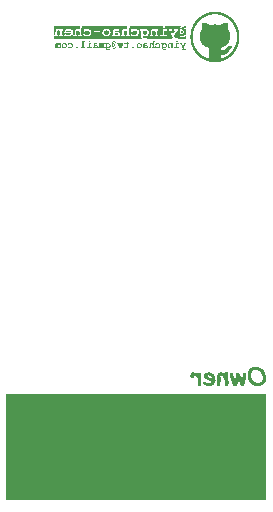
<source format=gbo>
G04*
G04 #@! TF.GenerationSoftware,Altium Limited,Altium Designer,20.1.8 (145)*
G04*
G04 Layer_Color=32896*
%FSLAX25Y25*%
%MOIN*%
G70*
G04*
G04 #@! TF.SameCoordinates,E63724BA-16F5-4366-9E26-62C3D329C696*
G04*
G04*
G04 #@! TF.FilePolarity,Positive*
G04*
G01*
G75*
%ADD31C,0.00020*%
%ADD32R,0.86614X0.35433*%
G36*
X13711Y95469D02*
X13296D01*
Y95836D01*
X13711D01*
Y95469D01*
D02*
G37*
G36*
X-15438Y95469D02*
X-15853D01*
Y95836D01*
X-15438D01*
Y95469D01*
D02*
G37*
G36*
X7203Y95218D02*
X7272Y95210D01*
X7337Y95199D01*
X7399Y95185D01*
X7457Y95163D01*
X7512Y95145D01*
X7559Y95123D01*
X7603Y95101D01*
X7643Y95076D01*
X7679Y95054D01*
X7708Y95035D01*
X7734Y95017D01*
X7752Y94999D01*
X7767Y94988D01*
X7774Y94981D01*
X7778Y94977D01*
X7821Y94930D01*
X7858Y94883D01*
X7890Y94832D01*
X7920Y94781D01*
X7941Y94726D01*
X7963Y94675D01*
X7992Y94581D01*
X8000Y94537D01*
X8007Y94497D01*
X8014Y94460D01*
X8018Y94428D01*
X8021Y94402D01*
Y94384D01*
Y94369D01*
Y94366D01*
X8018Y94293D01*
X8007Y94227D01*
X7992Y94162D01*
X7974Y94104D01*
X7952Y94049D01*
X7927Y93998D01*
X7898Y93951D01*
X7869Y93911D01*
X7843Y93871D01*
X7814Y93838D01*
X7789Y93813D01*
X7767Y93787D01*
X7749Y93769D01*
X7734Y93758D01*
X7723Y93751D01*
X7719Y93747D01*
X7676Y93718D01*
X7628Y93692D01*
X7526Y93652D01*
X7421Y93623D01*
X7319Y93605D01*
X7272Y93598D01*
X7228Y93590D01*
X7192Y93587D01*
X7155D01*
X7130Y93583D01*
X7090D01*
X7006Y93587D01*
X6929Y93590D01*
X6860Y93598D01*
X6791Y93609D01*
X6729Y93620D01*
X6675Y93630D01*
X6624Y93645D01*
X6576Y93660D01*
X6536Y93674D01*
X6504Y93689D01*
X6475Y93700D01*
X6449Y93711D01*
X6431Y93721D01*
X6416Y93729D01*
X6409Y93736D01*
X6405D01*
X6376Y93754D01*
X6351Y93776D01*
X6314Y93813D01*
X6285Y93849D01*
X6263Y93885D01*
X6252Y93911D01*
X6249Y93936D01*
X6245Y93951D01*
Y93954D01*
X6249Y93980D01*
X6252Y94005D01*
X6271Y94045D01*
X6282Y94060D01*
X6293Y94071D01*
X6296Y94074D01*
X6300Y94078D01*
X6318Y94096D01*
X6340Y94111D01*
X6362Y94118D01*
X6380Y94125D01*
X6394Y94129D01*
X6409Y94133D01*
X6420D01*
X6442Y94129D01*
X6467Y94122D01*
X6511Y94100D01*
X6529Y94086D01*
X6544Y94074D01*
X6551Y94067D01*
X6555Y94064D01*
X6584Y94042D01*
X6609Y94024D01*
X6656Y93994D01*
X6678Y93984D01*
X6693Y93976D01*
X6704Y93973D01*
X6707D01*
X6762Y93958D01*
X6820Y93947D01*
X6878Y93940D01*
X6937Y93936D01*
X6984Y93933D01*
X7024Y93929D01*
X7119D01*
X7177Y93933D01*
X7228Y93940D01*
X7275Y93947D01*
X7315Y93954D01*
X7355Y93965D01*
X7392Y93976D01*
X7421Y93987D01*
X7446Y93998D01*
X7472Y94009D01*
X7490Y94020D01*
X7505Y94027D01*
X7526Y94042D01*
X7534Y94045D01*
X7581Y94093D01*
X7617Y94144D01*
X7639Y94198D01*
X7658Y94249D01*
X7668Y94297D01*
X7672Y94333D01*
X7676Y94348D01*
Y94358D01*
Y94362D01*
Y94366D01*
X7668Y94446D01*
X7654Y94515D01*
X7628Y94577D01*
X7603Y94631D01*
X7577Y94671D01*
X7552Y94704D01*
X7537Y94722D01*
X7530Y94730D01*
X7472Y94777D01*
X7406Y94814D01*
X7337Y94839D01*
X7275Y94857D01*
X7221Y94868D01*
X7195Y94872D01*
X7173D01*
X7159Y94875D01*
X7133D01*
X7057Y94872D01*
X6988Y94864D01*
X6929Y94850D01*
X6878Y94835D01*
X6838Y94821D01*
X6809Y94806D01*
X6791Y94799D01*
X6784Y94795D01*
X6758Y94777D01*
X6736Y94752D01*
X6718Y94730D01*
X6707Y94708D01*
X6696Y94686D01*
X6689Y94668D01*
X6686Y94657D01*
Y94653D01*
X6678Y94621D01*
X6667Y94595D01*
X6660Y94573D01*
X6649Y94555D01*
X6642Y94544D01*
X6635Y94537D01*
X6631Y94529D01*
X6609Y94515D01*
X6591Y94508D01*
X6551Y94493D01*
X6533D01*
X6518Y94490D01*
X6507D01*
X6478Y94493D01*
X6456Y94497D01*
X6416Y94515D01*
X6402Y94526D01*
X6391Y94533D01*
X6387Y94537D01*
X6384Y94541D01*
X6365Y94562D01*
X6354Y94591D01*
X6340Y94650D01*
X6336Y94675D01*
X6333Y94697D01*
Y94715D01*
Y94719D01*
Y94941D01*
X6336Y94985D01*
X6340Y95021D01*
X6347Y95050D01*
X6358Y95076D01*
X6369Y95094D01*
X6376Y95108D01*
X6380Y95116D01*
X6384Y95119D01*
X6402Y95137D01*
X6424Y95152D01*
X6442Y95159D01*
X6464Y95166D01*
X6482Y95170D01*
X6493Y95174D01*
X6507D01*
X6533Y95170D01*
X6555Y95163D01*
X6595Y95145D01*
X6613Y95130D01*
X6624Y95123D01*
X6631Y95116D01*
X6635Y95112D01*
X6715Y95148D01*
X6755Y95163D01*
X6787Y95174D01*
X6820Y95181D01*
X6842Y95188D01*
X6857Y95192D01*
X6864D01*
X6959Y95210D01*
X7002Y95214D01*
X7042Y95218D01*
X7079Y95221D01*
X7130D01*
X7203Y95218D01*
D02*
G37*
G36*
X-21947Y95218D02*
X-21878Y95210D01*
X-21812Y95199D01*
X-21750Y95185D01*
X-21692Y95163D01*
X-21637Y95145D01*
X-21590Y95123D01*
X-21546Y95101D01*
X-21506Y95076D01*
X-21470Y95054D01*
X-21441Y95035D01*
X-21415Y95017D01*
X-21397Y94999D01*
X-21383Y94988D01*
X-21375Y94981D01*
X-21372Y94977D01*
X-21328Y94930D01*
X-21292Y94883D01*
X-21259Y94832D01*
X-21230Y94781D01*
X-21208Y94726D01*
X-21186Y94675D01*
X-21157Y94581D01*
X-21149Y94537D01*
X-21142Y94497D01*
X-21135Y94460D01*
X-21131Y94428D01*
X-21128Y94402D01*
Y94384D01*
Y94369D01*
Y94366D01*
X-21131Y94293D01*
X-21142Y94227D01*
X-21157Y94162D01*
X-21175Y94104D01*
X-21197Y94049D01*
X-21222Y93998D01*
X-21251Y93951D01*
X-21281Y93911D01*
X-21306Y93871D01*
X-21335Y93838D01*
X-21361Y93813D01*
X-21383Y93787D01*
X-21401Y93769D01*
X-21415Y93758D01*
X-21426Y93751D01*
X-21430Y93747D01*
X-21473Y93718D01*
X-21521Y93692D01*
X-21623Y93652D01*
X-21728Y93623D01*
X-21830Y93605D01*
X-21878Y93598D01*
X-21921Y93590D01*
X-21958Y93587D01*
X-21994D01*
X-22019Y93583D01*
X-22060D01*
X-22143Y93587D01*
X-22220Y93590D01*
X-22289Y93598D01*
X-22358Y93609D01*
X-22420Y93620D01*
X-22474Y93630D01*
X-22525Y93645D01*
X-22573Y93660D01*
X-22613Y93674D01*
X-22646Y93689D01*
X-22675Y93700D01*
X-22700Y93711D01*
X-22718Y93721D01*
X-22733Y93729D01*
X-22740Y93736D01*
X-22744D01*
X-22773Y93754D01*
X-22798Y93776D01*
X-22835Y93813D01*
X-22864Y93849D01*
X-22886Y93885D01*
X-22897Y93911D01*
X-22900Y93936D01*
X-22904Y93951D01*
Y93954D01*
X-22900Y93980D01*
X-22897Y94005D01*
X-22878Y94045D01*
X-22868Y94060D01*
X-22857Y94071D01*
X-22853Y94074D01*
X-22849Y94078D01*
X-22831Y94096D01*
X-22809Y94111D01*
X-22787Y94118D01*
X-22769Y94125D01*
X-22755Y94129D01*
X-22740Y94133D01*
X-22729D01*
X-22707Y94129D01*
X-22682Y94122D01*
X-22638Y94100D01*
X-22620Y94086D01*
X-22605Y94074D01*
X-22598Y94067D01*
X-22595Y94064D01*
X-22566Y94042D01*
X-22540Y94024D01*
X-22493Y93994D01*
X-22471Y93984D01*
X-22456Y93976D01*
X-22445Y93973D01*
X-22442D01*
X-22387Y93958D01*
X-22329Y93947D01*
X-22271Y93940D01*
X-22212Y93936D01*
X-22165Y93933D01*
X-22125Y93929D01*
X-22030D01*
X-21972Y93933D01*
X-21921Y93940D01*
X-21874Y93947D01*
X-21834Y93954D01*
X-21794Y93965D01*
X-21757Y93976D01*
X-21728Y93987D01*
X-21703Y93998D01*
X-21677Y94009D01*
X-21659Y94020D01*
X-21644Y94027D01*
X-21623Y94042D01*
X-21615Y94045D01*
X-21568Y94093D01*
X-21532Y94144D01*
X-21510Y94198D01*
X-21492Y94249D01*
X-21481Y94297D01*
X-21477Y94333D01*
X-21473Y94348D01*
Y94358D01*
Y94362D01*
Y94366D01*
X-21481Y94446D01*
X-21495Y94515D01*
X-21521Y94577D01*
X-21546Y94631D01*
X-21572Y94671D01*
X-21597Y94704D01*
X-21612Y94722D01*
X-21619Y94730D01*
X-21677Y94777D01*
X-21743Y94814D01*
X-21812Y94839D01*
X-21874Y94857D01*
X-21928Y94868D01*
X-21954Y94872D01*
X-21976D01*
X-21990Y94875D01*
X-22016D01*
X-22092Y94872D01*
X-22161Y94864D01*
X-22220Y94850D01*
X-22271Y94835D01*
X-22311Y94821D01*
X-22340Y94806D01*
X-22358Y94799D01*
X-22365Y94795D01*
X-22391Y94777D01*
X-22413Y94752D01*
X-22431Y94730D01*
X-22442Y94708D01*
X-22453Y94686D01*
X-22460Y94668D01*
X-22464Y94657D01*
Y94653D01*
X-22471Y94621D01*
X-22482Y94595D01*
X-22489Y94573D01*
X-22500Y94555D01*
X-22507Y94544D01*
X-22514Y94537D01*
X-22518Y94529D01*
X-22540Y94515D01*
X-22558Y94508D01*
X-22598Y94493D01*
X-22616D01*
X-22631Y94490D01*
X-22642D01*
X-22671Y94493D01*
X-22693Y94497D01*
X-22733Y94515D01*
X-22748Y94526D01*
X-22758Y94533D01*
X-22762Y94537D01*
X-22766Y94541D01*
X-22784Y94562D01*
X-22795Y94591D01*
X-22809Y94650D01*
X-22813Y94675D01*
X-22817Y94697D01*
Y94715D01*
Y94719D01*
Y94941D01*
X-22813Y94985D01*
X-22809Y95021D01*
X-22802Y95050D01*
X-22791Y95076D01*
X-22780Y95094D01*
X-22773Y95108D01*
X-22769Y95116D01*
X-22766Y95119D01*
X-22748Y95137D01*
X-22726Y95152D01*
X-22707Y95159D01*
X-22686Y95166D01*
X-22667Y95170D01*
X-22657Y95174D01*
X-22642D01*
X-22616Y95170D01*
X-22595Y95163D01*
X-22555Y95145D01*
X-22536Y95130D01*
X-22525Y95123D01*
X-22518Y95116D01*
X-22514Y95112D01*
X-22434Y95148D01*
X-22394Y95163D01*
X-22362Y95174D01*
X-22329Y95181D01*
X-22307Y95188D01*
X-22292Y95192D01*
X-22285D01*
X-22190Y95210D01*
X-22147Y95214D01*
X-22107Y95218D01*
X-22070Y95221D01*
X-22019D01*
X-21947Y95218D01*
D02*
G37*
G36*
X5899Y95833D02*
X5939Y95829D01*
X5972Y95822D01*
X5998Y95811D01*
X6016Y95800D01*
X6030Y95793D01*
X6038Y95789D01*
X6041Y95785D01*
X6059Y95767D01*
X6070Y95745D01*
X6085Y95705D01*
X6089Y95687D01*
X6092Y95676D01*
Y95665D01*
Y95662D01*
X6089Y95636D01*
X6085Y95611D01*
X6067Y95571D01*
X6056Y95556D01*
X6049Y95545D01*
X6045Y95542D01*
X6041Y95538D01*
X6016Y95523D01*
X5990Y95512D01*
X5928Y95498D01*
X5899Y95494D01*
X5878Y95490D01*
X5797D01*
Y93984D01*
X5841D01*
X5878Y93980D01*
X5907Y93973D01*
X5928Y93969D01*
X5947Y93962D01*
X5958Y93954D01*
X5961Y93951D01*
X5965D01*
X5987Y93925D01*
X6005Y93900D01*
X6016Y93878D01*
X6027Y93856D01*
X6030Y93838D01*
X6034Y93823D01*
Y93813D01*
Y93809D01*
X6030Y93783D01*
X6027Y93758D01*
X6009Y93718D01*
X5998Y93703D01*
X5990Y93692D01*
X5987Y93689D01*
X5983Y93685D01*
X5958Y93670D01*
X5932Y93660D01*
X5870Y93645D01*
X5841Y93641D01*
X5819Y93638D01*
X5452D01*
X5408Y93641D01*
X5368Y93645D01*
X5339Y93652D01*
X5313Y93663D01*
X5295Y93670D01*
X5281Y93678D01*
X5273Y93681D01*
X5270Y93685D01*
X5251Y93703D01*
X5237Y93725D01*
X5230Y93747D01*
X5222Y93765D01*
X5219Y93783D01*
X5215Y93798D01*
Y93805D01*
Y93809D01*
X5219Y93838D01*
X5226Y93863D01*
X5251Y93907D01*
X5266Y93925D01*
X5277Y93940D01*
X5284Y93947D01*
X5288Y93951D01*
X5306Y93962D01*
X5328Y93969D01*
X5382Y93980D01*
X5408Y93984D01*
X5452D01*
Y94635D01*
X5397Y94686D01*
X5350Y94730D01*
X5310Y94762D01*
X5277Y94788D01*
X5248Y94806D01*
X5230Y94821D01*
X5215Y94824D01*
X5211Y94828D01*
X5175Y94843D01*
X5142Y94857D01*
X5106Y94864D01*
X5077Y94868D01*
X5048Y94872D01*
X5026Y94875D01*
X5007D01*
X4949Y94872D01*
X4902Y94864D01*
X4862Y94850D01*
X4826Y94839D01*
X4800Y94824D01*
X4782Y94810D01*
X4771Y94802D01*
X4767Y94799D01*
X4746Y94777D01*
X4731Y94748D01*
X4720Y94719D01*
X4713Y94686D01*
X4709Y94657D01*
X4705Y94635D01*
Y94621D01*
Y94613D01*
Y93984D01*
X4749D01*
X4786Y93980D01*
X4815Y93973D01*
X4837Y93969D01*
X4855Y93962D01*
X4866Y93954D01*
X4869Y93951D01*
X4873D01*
X4895Y93925D01*
X4913Y93900D01*
X4924Y93878D01*
X4935Y93856D01*
X4938Y93838D01*
X4942Y93823D01*
Y93813D01*
Y93809D01*
X4938Y93783D01*
X4935Y93758D01*
X4917Y93718D01*
X4906Y93703D01*
X4898Y93692D01*
X4895Y93689D01*
X4891Y93685D01*
X4866Y93670D01*
X4840Y93660D01*
X4778Y93645D01*
X4749Y93641D01*
X4727Y93638D01*
X4360D01*
X4316Y93641D01*
X4276Y93645D01*
X4247Y93652D01*
X4221Y93663D01*
X4203Y93670D01*
X4189Y93678D01*
X4181Y93681D01*
X4178Y93685D01*
X4159Y93703D01*
X4145Y93725D01*
X4138Y93747D01*
X4130Y93765D01*
X4127Y93783D01*
X4123Y93798D01*
Y93805D01*
Y93809D01*
X4127Y93838D01*
X4134Y93863D01*
X4159Y93907D01*
X4174Y93925D01*
X4185Y93940D01*
X4192Y93947D01*
X4196Y93951D01*
X4214Y93962D01*
X4236Y93969D01*
X4290Y93980D01*
X4316Y93984D01*
X4360D01*
Y94635D01*
X4363Y94708D01*
X4374Y94770D01*
X4389Y94828D01*
X4407Y94875D01*
X4425Y94915D01*
X4440Y94945D01*
X4451Y94959D01*
X4454Y94966D01*
X4491Y95014D01*
X4531Y95054D01*
X4567Y95086D01*
X4603Y95112D01*
X4636Y95134D01*
X4662Y95148D01*
X4680Y95156D01*
X4687Y95159D01*
X4742Y95181D01*
X4796Y95196D01*
X4851Y95207D01*
X4902Y95214D01*
X4942Y95218D01*
X4978Y95221D01*
X5007D01*
X5091Y95218D01*
X5131Y95210D01*
X5164Y95207D01*
X5193Y95199D01*
X5219Y95192D01*
X5233Y95188D01*
X5237D01*
X5317Y95159D01*
X5353Y95145D01*
X5386Y95130D01*
X5412Y95116D01*
X5433Y95105D01*
X5448Y95097D01*
X5452Y95094D01*
Y95836D01*
X5856D01*
X5899Y95833D01*
D02*
G37*
G36*
X9419Y95221D02*
X9481Y95214D01*
X9539Y95203D01*
X9594Y95188D01*
X9649Y95170D01*
X9696Y95148D01*
X9743Y95130D01*
X9783Y95108D01*
X9820Y95083D01*
X9852Y95065D01*
X9882Y95043D01*
X9903Y95025D01*
X9922Y95010D01*
X9936Y94999D01*
X9943Y94992D01*
X9947Y94988D01*
X9987Y94945D01*
X10024Y94894D01*
X10056Y94846D01*
X10085Y94795D01*
X10107Y94748D01*
X10125Y94701D01*
X10154Y94606D01*
X10165Y94566D01*
X10173Y94526D01*
X10176Y94490D01*
X10180Y94460D01*
X10184Y94435D01*
Y94417D01*
Y94406D01*
Y94402D01*
X10180Y94337D01*
X10173Y94278D01*
X10162Y94220D01*
X10147Y94162D01*
X10129Y94111D01*
X10107Y94064D01*
X10089Y94020D01*
X10063Y93980D01*
X10042Y93944D01*
X10024Y93911D01*
X10002Y93882D01*
X9983Y93860D01*
X9969Y93842D01*
X9958Y93827D01*
X9951Y93820D01*
X9947Y93816D01*
X9900Y93776D01*
X9852Y93740D01*
X9801Y93707D01*
X9754Y93681D01*
X9703Y93660D01*
X9652Y93641D01*
X9561Y93612D01*
X9517Y93601D01*
X9477Y93594D01*
X9441Y93590D01*
X9412Y93587D01*
X9386Y93583D01*
X9354D01*
X9263Y93590D01*
X9223Y93594D01*
X9186Y93601D01*
X9154Y93609D01*
X9132Y93612D01*
X9114Y93620D01*
X9110D01*
X9023Y93652D01*
X8982Y93670D01*
X8946Y93689D01*
X8917Y93703D01*
X8891Y93718D01*
X8877Y93725D01*
X8873Y93729D01*
Y93565D01*
X8877Y93518D01*
X8888Y93474D01*
X8902Y93437D01*
X8917Y93408D01*
X8931Y93383D01*
X8946Y93361D01*
X8957Y93350D01*
X8961Y93347D01*
X8997Y93317D01*
X9037Y93296D01*
X9077Y93281D01*
X9117Y93270D01*
X9154Y93263D01*
X9183Y93259D01*
X9594D01*
X9638Y93256D01*
X9674Y93252D01*
X9703Y93245D01*
X9729Y93237D01*
X9747Y93226D01*
X9761Y93219D01*
X9769Y93216D01*
X9772Y93212D01*
X9791Y93194D01*
X9801Y93172D01*
X9816Y93132D01*
X9820Y93114D01*
X9823Y93103D01*
Y93092D01*
Y93088D01*
X9820Y93063D01*
X9816Y93037D01*
X9798Y92997D01*
X9787Y92983D01*
X9780Y92972D01*
X9776Y92968D01*
X9772Y92964D01*
X9751Y92946D01*
X9721Y92935D01*
X9663Y92921D01*
X9638Y92917D01*
X9616Y92913D01*
X9201D01*
X9128Y92917D01*
X9059Y92928D01*
X9001Y92946D01*
X8946Y92964D01*
X8902Y92983D01*
X8873Y93001D01*
X8851Y93012D01*
X8844Y93015D01*
X8789Y93055D01*
X8738Y93095D01*
X8698Y93132D01*
X8666Y93172D01*
X8640Y93205D01*
X8622Y93230D01*
X8611Y93245D01*
X8608Y93252D01*
X8582Y93303D01*
X8560Y93357D01*
X8546Y93412D01*
X8538Y93459D01*
X8531Y93503D01*
X8527Y93540D01*
Y93561D01*
Y93565D01*
Y93569D01*
Y94832D01*
X8469D01*
X8426Y94835D01*
X8386Y94839D01*
X8356Y94846D01*
X8331Y94857D01*
X8313Y94864D01*
X8298Y94872D01*
X8291Y94875D01*
X8287Y94879D01*
X8269Y94897D01*
X8254Y94919D01*
X8247Y94941D01*
X8240Y94959D01*
X8236Y94977D01*
X8233Y94992D01*
Y94999D01*
Y95003D01*
X8236Y95032D01*
X8240Y95054D01*
X8258Y95094D01*
X8269Y95108D01*
X8280Y95119D01*
X8283Y95123D01*
X8287Y95126D01*
X8309Y95145D01*
X8338Y95156D01*
X8400Y95170D01*
X8426Y95174D01*
X8447Y95178D01*
X8873D01*
Y95076D01*
X8953Y95123D01*
X8993Y95141D01*
X9030Y95159D01*
X9059Y95170D01*
X9081Y95178D01*
X9095Y95185D01*
X9103D01*
X9146Y95199D01*
X9194Y95207D01*
X9234Y95214D01*
X9274Y95221D01*
X9306D01*
X9332Y95225D01*
X9354D01*
X9419Y95221D01*
D02*
G37*
G36*
X-9319D02*
X-9258Y95214D01*
X-9199Y95203D01*
X-9145Y95188D01*
X-9090Y95170D01*
X-9043Y95148D01*
X-8996Y95130D01*
X-8956Y95108D01*
X-8919Y95083D01*
X-8886Y95065D01*
X-8857Y95043D01*
X-8835Y95025D01*
X-8817Y95010D01*
X-8803Y94999D01*
X-8795Y94992D01*
X-8792Y94988D01*
X-8752Y94945D01*
X-8715Y94894D01*
X-8682Y94846D01*
X-8653Y94795D01*
X-8631Y94748D01*
X-8613Y94701D01*
X-8584Y94606D01*
X-8573Y94566D01*
X-8566Y94526D01*
X-8562Y94490D01*
X-8559Y94460D01*
X-8555Y94435D01*
Y94417D01*
Y94406D01*
Y94402D01*
X-8559Y94337D01*
X-8566Y94278D01*
X-8577Y94220D01*
X-8591Y94162D01*
X-8610Y94111D01*
X-8631Y94064D01*
X-8650Y94020D01*
X-8675Y93980D01*
X-8697Y93944D01*
X-8715Y93911D01*
X-8737Y93882D01*
X-8755Y93860D01*
X-8770Y93842D01*
X-8781Y93827D01*
X-8788Y93820D01*
X-8792Y93816D01*
X-8839Y93776D01*
X-8886Y93740D01*
X-8937Y93707D01*
X-8985Y93681D01*
X-9036Y93660D01*
X-9087Y93641D01*
X-9178Y93612D01*
X-9221Y93601D01*
X-9261Y93594D01*
X-9298Y93590D01*
X-9327Y93587D01*
X-9352Y93583D01*
X-9385D01*
X-9476Y93590D01*
X-9516Y93594D01*
X-9552Y93601D01*
X-9585Y93609D01*
X-9607Y93612D01*
X-9625Y93620D01*
X-9629D01*
X-9716Y93652D01*
X-9756Y93670D01*
X-9793Y93689D01*
X-9822Y93703D01*
X-9847Y93718D01*
X-9862Y93725D01*
X-9866Y93729D01*
Y93565D01*
X-9862Y93518D01*
X-9851Y93474D01*
X-9836Y93437D01*
X-9822Y93408D01*
X-9807Y93383D01*
X-9793Y93361D01*
X-9782Y93350D01*
X-9778Y93347D01*
X-9742Y93317D01*
X-9702Y93296D01*
X-9662Y93281D01*
X-9622Y93270D01*
X-9585Y93263D01*
X-9556Y93259D01*
X-9145D01*
X-9101Y93256D01*
X-9065Y93252D01*
X-9036Y93245D01*
X-9010Y93237D01*
X-8992Y93226D01*
X-8977Y93219D01*
X-8970Y93216D01*
X-8966Y93212D01*
X-8948Y93194D01*
X-8937Y93172D01*
X-8923Y93132D01*
X-8919Y93114D01*
X-8915Y93103D01*
Y93092D01*
Y93088D01*
X-8919Y93063D01*
X-8923Y93037D01*
X-8941Y92997D01*
X-8952Y92983D01*
X-8959Y92972D01*
X-8963Y92968D01*
X-8966Y92964D01*
X-8988Y92946D01*
X-9017Y92935D01*
X-9076Y92921D01*
X-9101Y92917D01*
X-9123Y92913D01*
X-9538D01*
X-9611Y92917D01*
X-9680Y92928D01*
X-9738Y92946D01*
X-9793Y92964D01*
X-9836Y92983D01*
X-9866Y93001D01*
X-9887Y93012D01*
X-9895Y93015D01*
X-9949Y93055D01*
X-10000Y93095D01*
X-10040Y93132D01*
X-10073Y93172D01*
X-10098Y93205D01*
X-10117Y93230D01*
X-10128Y93245D01*
X-10131Y93252D01*
X-10157Y93303D01*
X-10178Y93357D01*
X-10193Y93412D01*
X-10200Y93459D01*
X-10208Y93503D01*
X-10211Y93540D01*
Y93561D01*
Y93565D01*
Y93569D01*
Y94832D01*
X-10270D01*
X-10313Y94835D01*
X-10353Y94839D01*
X-10382Y94846D01*
X-10408Y94857D01*
X-10426Y94864D01*
X-10441Y94872D01*
X-10448Y94875D01*
X-10452Y94879D01*
X-10470Y94897D01*
X-10476Y94907D01*
X-10481Y94897D01*
X-10492Y94886D01*
X-10495Y94883D01*
X-10499Y94879D01*
X-10521Y94864D01*
X-10550Y94854D01*
X-10608Y94839D01*
X-10637Y94835D01*
X-10659Y94832D01*
X-10681D01*
Y93984D01*
X-10637Y93980D01*
X-10597Y93976D01*
X-10564Y93969D01*
X-10543Y93958D01*
X-10521Y93947D01*
X-10510Y93940D01*
X-10503Y93936D01*
X-10499Y93933D01*
X-10481Y93914D01*
X-10466Y93893D01*
X-10459Y93874D01*
X-10452Y93853D01*
X-10448Y93834D01*
X-10444Y93823D01*
Y93813D01*
Y93809D01*
X-10448Y93783D01*
X-10452Y93758D01*
X-10473Y93718D01*
X-10481Y93703D01*
X-10492Y93692D01*
X-10495Y93689D01*
X-10499Y93685D01*
X-10521Y93670D01*
X-10550Y93660D01*
X-10608Y93645D01*
X-10637Y93641D01*
X-10659Y93638D01*
X-11027D01*
X-11070Y93641D01*
X-11110Y93645D01*
X-11140Y93652D01*
X-11165Y93663D01*
X-11183Y93670D01*
X-11198Y93678D01*
X-11205Y93681D01*
X-11209Y93685D01*
X-11227Y93703D01*
X-11241Y93725D01*
X-11249Y93747D01*
X-11256Y93765D01*
X-11260Y93783D01*
X-11263Y93798D01*
Y93805D01*
Y93809D01*
X-11260Y93838D01*
X-11256Y93860D01*
X-11238Y93900D01*
X-11227Y93914D01*
X-11216Y93925D01*
X-11212Y93929D01*
X-11209Y93933D01*
X-11187Y93951D01*
X-11158Y93962D01*
X-11096Y93976D01*
X-11070Y93980D01*
X-11049Y93984D01*
X-11027D01*
Y94682D01*
X-11056Y94722D01*
X-11081Y94755D01*
X-11107Y94781D01*
X-11125Y94802D01*
X-11143Y94817D01*
X-11154Y94828D01*
X-11161Y94835D01*
X-11165D01*
X-11187Y94850D01*
X-11212Y94857D01*
X-11249Y94872D01*
X-11267D01*
X-11278Y94875D01*
X-11289D01*
X-11329Y94872D01*
X-11354Y94861D01*
X-11372Y94846D01*
X-11376Y94843D01*
X-11387Y94828D01*
X-11394Y94814D01*
X-11405Y94777D01*
X-11409Y94759D01*
Y94744D01*
Y94737D01*
Y94733D01*
Y93638D01*
X-11755D01*
X-11798Y93641D01*
X-11838Y93645D01*
X-11868Y93652D01*
X-11893Y93663D01*
X-11911Y93670D01*
X-11926Y93678D01*
X-11933Y93681D01*
X-11937Y93685D01*
X-11955Y93703D01*
X-11969Y93725D01*
X-11977Y93747D01*
X-11984Y93765D01*
X-11988Y93783D01*
X-11991Y93798D01*
Y93805D01*
Y93809D01*
X-11988Y93838D01*
X-11984Y93860D01*
X-11966Y93900D01*
X-11955Y93914D01*
X-11944Y93925D01*
X-11940Y93929D01*
X-11937Y93933D01*
X-11915Y93951D01*
X-11886Y93962D01*
X-11824Y93976D01*
X-11798Y93980D01*
X-11777Y93984D01*
X-11755D01*
Y94682D01*
X-11787Y94722D01*
X-11817Y94755D01*
X-11842Y94784D01*
X-11864Y94806D01*
X-11878Y94824D01*
X-11893Y94835D01*
X-11900Y94839D01*
X-11904Y94843D01*
X-11940Y94861D01*
X-11977Y94872D01*
X-11991Y94875D01*
X-12009D01*
X-12049Y94872D01*
X-12079Y94861D01*
X-12097Y94846D01*
X-12100Y94843D01*
X-12111Y94828D01*
X-12119Y94814D01*
X-12126Y94777D01*
X-12130Y94759D01*
Y94748D01*
Y94737D01*
Y94733D01*
Y93638D01*
X-12475D01*
X-12519Y93641D01*
X-12559Y93645D01*
X-12588Y93652D01*
X-12614Y93663D01*
X-12632Y93670D01*
X-12646Y93678D01*
X-12654Y93681D01*
X-12657Y93685D01*
X-12676Y93703D01*
X-12690Y93725D01*
X-12697Y93747D01*
X-12705Y93765D01*
X-12708Y93783D01*
X-12712Y93798D01*
Y93805D01*
Y93809D01*
X-12708Y93838D01*
X-12705Y93860D01*
X-12686Y93900D01*
X-12676Y93914D01*
X-12665Y93925D01*
X-12661Y93929D01*
X-12657Y93933D01*
X-12636Y93951D01*
X-12606Y93962D01*
X-12544Y93976D01*
X-12519Y93980D01*
X-12497Y93984D01*
X-12475D01*
Y94759D01*
Y94799D01*
X-12468Y94839D01*
X-12450Y94908D01*
X-12424Y94970D01*
X-12395Y95021D01*
X-12366Y95061D01*
X-12341Y95090D01*
X-12323Y95108D01*
X-12319Y95116D01*
X-12315D01*
X-12268Y95152D01*
X-12217Y95178D01*
X-12162Y95196D01*
X-12115Y95207D01*
X-12071Y95218D01*
X-12035Y95221D01*
X-12002D01*
X-11933Y95214D01*
X-11900Y95210D01*
X-11871Y95203D01*
X-11846Y95196D01*
X-11828Y95192D01*
X-11817Y95185D01*
X-11813D01*
X-11747Y95152D01*
X-11715Y95134D01*
X-11689Y95116D01*
X-11664Y95101D01*
X-11645Y95086D01*
X-11635Y95079D01*
X-11631Y95076D01*
X-11580Y95123D01*
X-11533Y95159D01*
X-11514Y95170D01*
X-11500Y95178D01*
X-11489Y95185D01*
X-11485D01*
X-11431Y95207D01*
X-11383Y95218D01*
X-11365Y95221D01*
X-11336D01*
X-11274Y95218D01*
X-11245Y95210D01*
X-11223Y95207D01*
X-11201Y95199D01*
X-11187Y95192D01*
X-11180Y95188D01*
X-11176D01*
X-11150Y95174D01*
X-11125Y95159D01*
X-11078Y95123D01*
X-11056Y95105D01*
X-11041Y95090D01*
X-11030Y95079D01*
X-11027Y95076D01*
Y95178D01*
X-10681D01*
X-10637Y95174D01*
X-10597Y95170D01*
X-10564Y95163D01*
X-10543Y95152D01*
X-10521Y95141D01*
X-10510Y95134D01*
X-10503Y95130D01*
X-10499Y95126D01*
X-10481Y95108D01*
X-10475Y95101D01*
X-10470Y95108D01*
X-10459Y95119D01*
X-10455Y95123D01*
X-10452Y95126D01*
X-10430Y95145D01*
X-10401Y95156D01*
X-10339Y95170D01*
X-10313Y95174D01*
X-10291Y95178D01*
X-9866D01*
Y95076D01*
X-9785Y95123D01*
X-9745Y95141D01*
X-9709Y95159D01*
X-9680Y95170D01*
X-9658Y95178D01*
X-9643Y95185D01*
X-9636D01*
X-9593Y95199D01*
X-9545Y95207D01*
X-9505Y95214D01*
X-9465Y95221D01*
X-9432D01*
X-9407Y95225D01*
X-9385D01*
X-9319Y95221D01*
D02*
G37*
G36*
X-25849Y95218D02*
X-25820Y95210D01*
X-25798Y95207D01*
X-25776Y95199D01*
X-25761Y95192D01*
X-25754Y95188D01*
X-25750D01*
X-25725Y95174D01*
X-25699Y95159D01*
X-25652Y95123D01*
X-25630Y95105D01*
X-25616Y95090D01*
X-25605Y95079D01*
X-25601Y95076D01*
Y95178D01*
X-25255D01*
X-25212Y95174D01*
X-25172Y95170D01*
X-25139Y95163D01*
X-25117Y95152D01*
X-25095Y95141D01*
X-25084Y95134D01*
X-25077Y95130D01*
X-25073Y95126D01*
X-25055Y95108D01*
X-25041Y95086D01*
X-25033Y95068D01*
X-25026Y95046D01*
X-25023Y95028D01*
X-25019Y95017D01*
Y95006D01*
Y95003D01*
X-25023Y94977D01*
X-25026Y94952D01*
X-25048Y94912D01*
X-25055Y94897D01*
X-25066Y94886D01*
X-25070Y94883D01*
X-25073Y94879D01*
X-25095Y94864D01*
X-25124Y94854D01*
X-25183Y94839D01*
X-25212Y94835D01*
X-25234Y94832D01*
X-25255D01*
Y93984D01*
X-25212Y93980D01*
X-25172Y93976D01*
X-25139Y93969D01*
X-25117Y93958D01*
X-25095Y93947D01*
X-25084Y93940D01*
X-25077Y93936D01*
X-25073Y93933D01*
X-25055Y93914D01*
X-25041Y93893D01*
X-25033Y93874D01*
X-25026Y93853D01*
X-25023Y93834D01*
X-25019Y93823D01*
Y93813D01*
Y93809D01*
X-25023Y93783D01*
X-25026Y93758D01*
X-25048Y93718D01*
X-25055Y93703D01*
X-25066Y93692D01*
X-25070Y93689D01*
X-25073Y93685D01*
X-25095Y93670D01*
X-25124Y93660D01*
X-25183Y93645D01*
X-25212Y93641D01*
X-25234Y93638D01*
X-25601D01*
X-25645Y93641D01*
X-25685Y93645D01*
X-25714Y93652D01*
X-25739Y93663D01*
X-25758Y93670D01*
X-25772Y93678D01*
X-25780Y93681D01*
X-25783Y93685D01*
X-25801Y93703D01*
X-25816Y93725D01*
X-25823Y93747D01*
X-25831Y93765D01*
X-25834Y93783D01*
X-25838Y93798D01*
Y93805D01*
Y93809D01*
X-25834Y93838D01*
X-25831Y93860D01*
X-25812Y93900D01*
X-25801Y93914D01*
X-25791Y93925D01*
X-25787Y93929D01*
X-25783Y93933D01*
X-25761Y93951D01*
X-25732Y93962D01*
X-25670Y93976D01*
X-25645Y93980D01*
X-25623Y93984D01*
X-25601D01*
Y94682D01*
X-25630Y94722D01*
X-25656Y94755D01*
X-25681Y94781D01*
X-25699Y94802D01*
X-25718Y94817D01*
X-25729Y94828D01*
X-25736Y94835D01*
X-25739D01*
X-25761Y94850D01*
X-25787Y94857D01*
X-25823Y94872D01*
X-25841D01*
X-25852Y94875D01*
X-25863D01*
X-25903Y94872D01*
X-25929Y94861D01*
X-25947Y94846D01*
X-25951Y94843D01*
X-25962Y94828D01*
X-25969Y94814D01*
X-25980Y94777D01*
X-25983Y94759D01*
Y94744D01*
Y94737D01*
Y94733D01*
Y93638D01*
X-26329D01*
X-26373Y93641D01*
X-26413Y93645D01*
X-26442Y93652D01*
X-26467Y93663D01*
X-26486Y93670D01*
X-26500Y93678D01*
X-26508Y93681D01*
X-26511Y93685D01*
X-26529Y93703D01*
X-26544Y93725D01*
X-26551Y93747D01*
X-26559Y93765D01*
X-26562Y93783D01*
X-26566Y93798D01*
Y93805D01*
Y93809D01*
X-26562Y93838D01*
X-26559Y93860D01*
X-26540Y93900D01*
X-26529Y93914D01*
X-26518Y93925D01*
X-26515Y93929D01*
X-26511Y93933D01*
X-26489Y93951D01*
X-26460Y93962D01*
X-26398Y93976D01*
X-26373Y93980D01*
X-26351Y93984D01*
X-26329D01*
Y94682D01*
X-26362Y94722D01*
X-26391Y94755D01*
X-26417Y94784D01*
X-26438Y94806D01*
X-26453Y94824D01*
X-26467Y94835D01*
X-26475Y94839D01*
X-26478Y94843D01*
X-26515Y94861D01*
X-26551Y94872D01*
X-26566Y94875D01*
X-26584D01*
X-26624Y94872D01*
X-26653Y94861D01*
X-26671Y94846D01*
X-26675Y94843D01*
X-26686Y94828D01*
X-26693Y94814D01*
X-26700Y94777D01*
X-26704Y94759D01*
Y94748D01*
Y94737D01*
Y94733D01*
Y93638D01*
X-27050D01*
X-27094Y93641D01*
X-27134Y93645D01*
X-27163Y93652D01*
X-27188Y93663D01*
X-27207Y93670D01*
X-27221Y93678D01*
X-27228Y93681D01*
X-27232Y93685D01*
X-27250Y93703D01*
X-27265Y93725D01*
X-27272Y93747D01*
X-27279Y93765D01*
X-27283Y93783D01*
X-27286Y93798D01*
Y93805D01*
Y93809D01*
X-27283Y93838D01*
X-27279Y93860D01*
X-27261Y93900D01*
X-27250Y93914D01*
X-27239Y93925D01*
X-27236Y93929D01*
X-27232Y93933D01*
X-27210Y93951D01*
X-27181Y93962D01*
X-27119Y93976D01*
X-27094Y93980D01*
X-27072Y93984D01*
X-27050D01*
Y94759D01*
Y94799D01*
X-27043Y94839D01*
X-27024Y94908D01*
X-26999Y94970D01*
X-26970Y95021D01*
X-26941Y95061D01*
X-26915Y95090D01*
X-26897Y95108D01*
X-26893Y95116D01*
X-26890D01*
X-26842Y95152D01*
X-26792Y95178D01*
X-26737Y95196D01*
X-26690Y95207D01*
X-26646Y95218D01*
X-26610Y95221D01*
X-26577D01*
X-26508Y95214D01*
X-26475Y95210D01*
X-26446Y95203D01*
X-26420Y95196D01*
X-26402Y95192D01*
X-26391Y95185D01*
X-26388D01*
X-26322Y95152D01*
X-26289Y95134D01*
X-26264Y95116D01*
X-26238Y95101D01*
X-26220Y95086D01*
X-26209Y95079D01*
X-26206Y95076D01*
X-26155Y95123D01*
X-26107Y95159D01*
X-26089Y95170D01*
X-26074Y95178D01*
X-26063Y95185D01*
X-26060D01*
X-26005Y95207D01*
X-25958Y95218D01*
X-25940Y95221D01*
X-25911D01*
X-25849Y95218D01*
D02*
G37*
G36*
X3115Y95218D02*
X3155Y95214D01*
X3195Y95210D01*
X3228Y95207D01*
X3253Y95203D01*
X3268Y95199D01*
X3275D01*
X3373Y95181D01*
X3417Y95170D01*
X3457Y95163D01*
X3490Y95156D01*
X3515Y95148D01*
X3530Y95141D01*
X3537D01*
X3570Y95130D01*
X3595Y95123D01*
X3617Y95116D01*
X3635Y95108D01*
X3650Y95101D01*
X3657Y95097D01*
X3664Y95094D01*
X3683Y95079D01*
X3697Y95061D01*
X3708Y95050D01*
X3712Y95043D01*
X3719Y95017D01*
X3723Y94992D01*
X3726Y94974D01*
Y94970D01*
Y94966D01*
X3723Y94937D01*
X3719Y94915D01*
X3701Y94875D01*
X3694Y94861D01*
X3686Y94850D01*
X3683Y94843D01*
X3679Y94839D01*
X3661Y94824D01*
X3639Y94814D01*
X3602Y94799D01*
X3588Y94795D01*
X3573Y94792D01*
X3541D01*
X3519Y94795D01*
X3472Y94802D01*
X3453Y94806D01*
X3435Y94810D01*
X3424Y94814D01*
X3421D01*
X3333Y94835D01*
X3253Y94850D01*
X3184Y94861D01*
X3126Y94868D01*
X3082Y94872D01*
X3049Y94875D01*
X3020D01*
X2955Y94872D01*
X2900Y94868D01*
X2856Y94861D01*
X2820Y94850D01*
X2794Y94839D01*
X2780Y94832D01*
X2769Y94828D01*
X2765Y94824D01*
X2743Y94802D01*
X2725Y94784D01*
X2714Y94759D01*
X2703Y94741D01*
X2700Y94722D01*
X2696Y94708D01*
Y94697D01*
Y94693D01*
Y94610D01*
X2773Y94621D01*
X2842Y94631D01*
X2904Y94639D01*
X2958Y94642D01*
X3002Y94646D01*
X3064D01*
X3137Y94642D01*
X3202Y94639D01*
X3268Y94628D01*
X3326Y94617D01*
X3381Y94602D01*
X3431Y94588D01*
X3479Y94570D01*
X3519Y94551D01*
X3555Y94533D01*
X3588Y94515D01*
X3617Y94500D01*
X3639Y94486D01*
X3657Y94475D01*
X3668Y94464D01*
X3675Y94460D01*
X3679Y94457D01*
X3719Y94420D01*
X3752Y94388D01*
X3781Y94351D01*
X3806Y94315D01*
X3828Y94282D01*
X3846Y94249D01*
X3872Y94187D01*
X3890Y94133D01*
X3897Y94093D01*
X3901Y94078D01*
Y94067D01*
Y94060D01*
Y94056D01*
X3897Y94024D01*
X3894Y93991D01*
X3872Y93929D01*
X3846Y93874D01*
X3814Y93823D01*
X3781Y93783D01*
X3752Y93754D01*
X3734Y93736D01*
X3730Y93729D01*
X3726D01*
X3657Y93681D01*
X3581Y93645D01*
X3508Y93620D01*
X3435Y93601D01*
X3373Y93590D01*
X3344Y93587D01*
X3322D01*
X3300Y93583D01*
X3275D01*
X3173Y93587D01*
X3126Y93594D01*
X3082Y93601D01*
X3042Y93605D01*
X3013Y93612D01*
X2995Y93616D01*
X2987D01*
X2929Y93630D01*
X2874Y93645D01*
X2823Y93663D01*
X2780Y93678D01*
X2747Y93696D01*
X2718Y93707D01*
X2703Y93714D01*
X2696Y93718D01*
Y93638D01*
X2292D01*
X2248Y93641D01*
X2208Y93645D01*
X2179Y93652D01*
X2154Y93663D01*
X2136Y93670D01*
X2121Y93678D01*
X2114Y93681D01*
X2110Y93685D01*
X2092Y93703D01*
X2077Y93725D01*
X2070Y93747D01*
X2063Y93765D01*
X2059Y93783D01*
X2056Y93798D01*
Y93805D01*
Y93809D01*
X2059Y93838D01*
X2063Y93860D01*
X2081Y93900D01*
X2092Y93914D01*
X2103Y93925D01*
X2107Y93929D01*
X2110Y93933D01*
X2132Y93951D01*
X2161Y93962D01*
X2223Y93976D01*
X2248Y93980D01*
X2270Y93984D01*
X2350D01*
Y94697D01*
X2354Y94741D01*
X2358Y94784D01*
X2379Y94861D01*
X2409Y94926D01*
X2441Y94981D01*
X2474Y95021D01*
X2503Y95054D01*
X2525Y95072D01*
X2529Y95079D01*
X2532D01*
X2605Y95126D01*
X2685Y95163D01*
X2769Y95188D01*
X2849Y95203D01*
X2922Y95214D01*
X2951Y95218D01*
X2976D01*
X3002Y95221D01*
X3031D01*
X3115Y95218D01*
D02*
G37*
G36*
X-13542Y95218D02*
X-13502Y95214D01*
X-13462Y95210D01*
X-13429Y95207D01*
X-13404Y95203D01*
X-13389Y95199D01*
X-13382D01*
X-13283Y95181D01*
X-13240Y95170D01*
X-13200Y95163D01*
X-13167Y95156D01*
X-13141Y95148D01*
X-13127Y95141D01*
X-13120D01*
X-13087Y95130D01*
X-13061Y95123D01*
X-13040Y95116D01*
X-13021Y95108D01*
X-13007Y95101D01*
X-13000Y95097D01*
X-12992Y95094D01*
X-12974Y95079D01*
X-12959Y95061D01*
X-12949Y95050D01*
X-12945Y95043D01*
X-12938Y95017D01*
X-12934Y94992D01*
X-12930Y94974D01*
Y94970D01*
Y94966D01*
X-12934Y94937D01*
X-12938Y94915D01*
X-12956Y94875D01*
X-12963Y94861D01*
X-12970Y94850D01*
X-12974Y94843D01*
X-12978Y94839D01*
X-12996Y94824D01*
X-13018Y94814D01*
X-13054Y94799D01*
X-13069Y94795D01*
X-13083Y94792D01*
X-13116D01*
X-13138Y94795D01*
X-13185Y94802D01*
X-13203Y94806D01*
X-13222Y94810D01*
X-13232Y94814D01*
X-13236D01*
X-13323Y94835D01*
X-13404Y94850D01*
X-13473Y94861D01*
X-13531Y94868D01*
X-13575Y94872D01*
X-13607Y94875D01*
X-13636D01*
X-13702Y94872D01*
X-13757Y94868D01*
X-13800Y94861D01*
X-13837Y94850D01*
X-13862Y94839D01*
X-13877Y94832D01*
X-13888Y94828D01*
X-13891Y94824D01*
X-13913Y94802D01*
X-13931Y94784D01*
X-13942Y94759D01*
X-13953Y94741D01*
X-13957Y94722D01*
X-13961Y94708D01*
Y94697D01*
Y94693D01*
Y94610D01*
X-13884Y94621D01*
X-13815Y94631D01*
X-13753Y94639D01*
X-13698Y94642D01*
X-13655Y94646D01*
X-13593D01*
X-13520Y94642D01*
X-13454Y94639D01*
X-13389Y94628D01*
X-13331Y94617D01*
X-13276Y94602D01*
X-13225Y94588D01*
X-13178Y94570D01*
X-13138Y94551D01*
X-13101Y94533D01*
X-13069Y94515D01*
X-13040Y94500D01*
X-13018Y94486D01*
X-13000Y94475D01*
X-12989Y94464D01*
X-12981Y94460D01*
X-12978Y94457D01*
X-12938Y94420D01*
X-12905Y94388D01*
X-12876Y94351D01*
X-12850Y94315D01*
X-12829Y94282D01*
X-12810Y94249D01*
X-12785Y94187D01*
X-12767Y94133D01*
X-12759Y94093D01*
X-12756Y94078D01*
Y94067D01*
Y94060D01*
Y94056D01*
X-12759Y94024D01*
X-12763Y93991D01*
X-12785Y93929D01*
X-12810Y93874D01*
X-12843Y93823D01*
X-12876Y93783D01*
X-12905Y93754D01*
X-12923Y93736D01*
X-12927Y93729D01*
X-12930D01*
X-13000Y93681D01*
X-13076Y93645D01*
X-13149Y93620D01*
X-13222Y93601D01*
X-13283Y93590D01*
X-13313Y93587D01*
X-13334D01*
X-13356Y93583D01*
X-13382D01*
X-13484Y93587D01*
X-13531Y93594D01*
X-13575Y93601D01*
X-13615Y93605D01*
X-13644Y93612D01*
X-13662Y93616D01*
X-13669D01*
X-13727Y93630D01*
X-13782Y93645D01*
X-13833Y93663D01*
X-13877Y93678D01*
X-13909Y93696D01*
X-13939Y93707D01*
X-13953Y93714D01*
X-13961Y93718D01*
Y93638D01*
X-14365D01*
X-14408Y93641D01*
X-14448Y93645D01*
X-14477Y93652D01*
X-14503Y93663D01*
X-14521Y93670D01*
X-14536Y93678D01*
X-14543Y93681D01*
X-14547Y93685D01*
X-14565Y93703D01*
X-14579Y93725D01*
X-14587Y93747D01*
X-14594Y93765D01*
X-14597Y93783D01*
X-14601Y93798D01*
Y93805D01*
Y93809D01*
X-14597Y93838D01*
X-14594Y93860D01*
X-14576Y93900D01*
X-14565Y93914D01*
X-14554Y93925D01*
X-14550Y93929D01*
X-14547Y93933D01*
X-14525Y93951D01*
X-14496Y93962D01*
X-14434Y93976D01*
X-14408Y93980D01*
X-14386Y93984D01*
X-14306D01*
Y94697D01*
X-14303Y94741D01*
X-14299Y94784D01*
X-14277Y94861D01*
X-14248Y94926D01*
X-14215Y94981D01*
X-14183Y95021D01*
X-14153Y95054D01*
X-14132Y95072D01*
X-14128Y95079D01*
X-14124D01*
X-14051Y95126D01*
X-13971Y95163D01*
X-13888Y95188D01*
X-13808Y95203D01*
X-13735Y95214D01*
X-13706Y95218D01*
X-13680D01*
X-13655Y95221D01*
X-13626D01*
X-13542Y95218D01*
D02*
G37*
G36*
X-4435Y95174D02*
X-4413Y95170D01*
X-4376Y95152D01*
X-4362Y95141D01*
X-4351Y95134D01*
X-4344Y95130D01*
X-4340Y95126D01*
X-4322Y95108D01*
X-4311Y95086D01*
X-4296Y95046D01*
X-4293Y95028D01*
X-4289Y95017D01*
Y95006D01*
Y95003D01*
X-4293Y94977D01*
X-4296Y94952D01*
X-4315Y94912D01*
X-4325Y94897D01*
X-4333Y94886D01*
X-4336Y94883D01*
X-4340Y94879D01*
X-4362Y94864D01*
X-4384Y94854D01*
X-4420Y94839D01*
X-4438Y94835D01*
X-4449Y94832D01*
X-4460D01*
X-4751Y93638D01*
X-5072D01*
X-5319Y94275D01*
X-5574Y93638D01*
X-5894D01*
X-6182Y94832D01*
X-6207Y94835D01*
X-6229Y94839D01*
X-6266Y94857D01*
X-6280Y94864D01*
X-6291Y94872D01*
X-6298Y94875D01*
X-6302Y94879D01*
X-6320Y94897D01*
X-6335Y94919D01*
X-6342Y94941D01*
X-6349Y94959D01*
X-6353Y94977D01*
X-6357Y94992D01*
Y94999D01*
Y95003D01*
X-6353Y95032D01*
X-6349Y95054D01*
X-6331Y95094D01*
X-6320Y95108D01*
X-6309Y95119D01*
X-6306Y95123D01*
X-6302Y95126D01*
X-6280Y95145D01*
X-6262Y95156D01*
X-6222Y95170D01*
X-6207Y95174D01*
X-6193Y95178D01*
X-5825D01*
X-5778Y95174D01*
X-5738Y95170D01*
X-5705Y95163D01*
X-5676Y95152D01*
X-5658Y95141D01*
X-5643Y95134D01*
X-5636Y95130D01*
X-5632Y95126D01*
X-5614Y95108D01*
X-5603Y95086D01*
X-5588Y95046D01*
X-5585Y95028D01*
X-5581Y95017D01*
Y95006D01*
Y95003D01*
X-5585Y94974D01*
X-5592Y94948D01*
X-5618Y94905D01*
X-5629Y94886D01*
X-5640Y94872D01*
X-5647Y94864D01*
X-5650Y94861D01*
X-5669Y94850D01*
X-5694Y94843D01*
X-5723Y94839D01*
X-5752Y94835D01*
X-5778Y94832D01*
X-5825D01*
X-5687Y94275D01*
X-5468Y94843D01*
X-5166D01*
X-4948Y94275D01*
X-4813Y94832D01*
X-4860Y94835D01*
X-4901Y94839D01*
X-4933Y94846D01*
X-4959Y94854D01*
X-4977Y94861D01*
X-4988Y94864D01*
X-4995Y94872D01*
X-4999D01*
X-5021Y94894D01*
X-5035Y94915D01*
X-5046Y94937D01*
X-5053Y94959D01*
X-5057Y94977D01*
X-5061Y94992D01*
Y94999D01*
Y95003D01*
X-5057Y95032D01*
X-5053Y95054D01*
X-5035Y95094D01*
X-5024Y95108D01*
X-5013Y95119D01*
X-5010Y95123D01*
X-5006Y95126D01*
X-4981Y95145D01*
X-4952Y95156D01*
X-4890Y95170D01*
X-4860Y95174D01*
X-4835Y95178D01*
X-4460D01*
X-4435Y95174D01*
D02*
G37*
G36*
X16346D02*
X16386Y95170D01*
X16415Y95163D01*
X16441Y95152D01*
X16459Y95141D01*
X16474Y95134D01*
X16481Y95130D01*
X16485Y95126D01*
X16503Y95108D01*
X16514Y95086D01*
X16528Y95046D01*
X16532Y95028D01*
X16535Y95017D01*
Y95006D01*
Y95003D01*
X16532Y94977D01*
X16528Y94952D01*
X16510Y94912D01*
X16499Y94897D01*
X16492Y94886D01*
X16488Y94883D01*
X16485Y94879D01*
X16463Y94864D01*
X16433Y94854D01*
X16372Y94839D01*
X16346Y94835D01*
X16324Y94832D01*
X16303D01*
X15698Y93645D01*
X15895Y93259D01*
X16241D01*
X16284Y93256D01*
X16324Y93252D01*
X16357Y93245D01*
X16383Y93237D01*
X16401Y93226D01*
X16415Y93219D01*
X16423Y93216D01*
X16426Y93212D01*
X16444Y93194D01*
X16455Y93172D01*
X16470Y93132D01*
X16474Y93114D01*
X16477Y93103D01*
Y93092D01*
Y93088D01*
X16474Y93063D01*
X16470Y93037D01*
X16452Y92997D01*
X16441Y92983D01*
X16433Y92972D01*
X16430Y92968D01*
X16426Y92964D01*
X16401Y92946D01*
X16375Y92935D01*
X16313Y92921D01*
X16284Y92917D01*
X16262Y92913D01*
X15378D01*
X15331Y92917D01*
X15294Y92921D01*
X15261Y92928D01*
X15236Y92939D01*
X15218Y92950D01*
X15203Y92957D01*
X15196Y92961D01*
X15192Y92964D01*
X15174Y92983D01*
X15159Y93004D01*
X15152Y93026D01*
X15145Y93044D01*
X15141Y93063D01*
X15138Y93077D01*
Y93085D01*
Y93088D01*
X15141Y93117D01*
X15156Y93146D01*
X15170Y93176D01*
X15192Y93201D01*
X15211Y93226D01*
X15229Y93245D01*
X15243Y93256D01*
X15247Y93259D01*
X15509D01*
X14708Y94832D01*
X14664Y94835D01*
X14624Y94839D01*
X14595Y94846D01*
X14570Y94857D01*
X14552Y94864D01*
X14537Y94872D01*
X14530Y94875D01*
X14526Y94879D01*
X14508Y94897D01*
X14493Y94919D01*
X14486Y94941D01*
X14479Y94959D01*
X14475Y94977D01*
X14471Y94992D01*
Y94999D01*
Y95003D01*
X14475Y95032D01*
X14479Y95054D01*
X14497Y95094D01*
X14508Y95108D01*
X14519Y95119D01*
X14523Y95123D01*
X14526Y95126D01*
X14548Y95145D01*
X14577Y95156D01*
X14639Y95170D01*
X14664Y95174D01*
X14686Y95178D01*
X15098D01*
X15141Y95174D01*
X15181Y95170D01*
X15211Y95163D01*
X15236Y95152D01*
X15254Y95141D01*
X15269Y95134D01*
X15276Y95130D01*
X15280Y95126D01*
X15298Y95108D01*
X15309Y95086D01*
X15323Y95046D01*
X15327Y95028D01*
X15331Y95017D01*
Y95006D01*
Y95003D01*
X15327Y94977D01*
X15323Y94952D01*
X15305Y94912D01*
X15294Y94897D01*
X15287Y94886D01*
X15283Y94883D01*
X15280Y94879D01*
X15258Y94864D01*
X15229Y94854D01*
X15167Y94839D01*
X15141Y94835D01*
X15120Y94832D01*
X15098D01*
X15505Y94027D01*
X15913Y94832D01*
X15869Y94835D01*
X15829Y94839D01*
X15800Y94846D01*
X15775Y94857D01*
X15756Y94864D01*
X15742Y94872D01*
X15735Y94875D01*
X15731Y94879D01*
X15713Y94897D01*
X15698Y94919D01*
X15691Y94941D01*
X15684Y94959D01*
X15680Y94977D01*
X15676Y94992D01*
Y94999D01*
Y95003D01*
X15680Y95032D01*
X15684Y95054D01*
X15702Y95094D01*
X15713Y95108D01*
X15724Y95119D01*
X15727Y95123D01*
X15731Y95126D01*
X15753Y95145D01*
X15782Y95156D01*
X15844Y95170D01*
X15869Y95174D01*
X15891Y95178D01*
X16303D01*
X16346Y95174D01*
D02*
G37*
G36*
X-2950Y95720D02*
X-2924Y95716D01*
X-2884Y95698D01*
X-2869Y95687D01*
X-2858Y95676D01*
X-2855Y95673D01*
X-2851Y95669D01*
X-2837Y95647D01*
X-2826Y95618D01*
X-2811Y95560D01*
X-2808Y95534D01*
X-2804Y95512D01*
Y95498D01*
Y95490D01*
Y95178D01*
X-2677D01*
X-2633Y95174D01*
X-2596Y95170D01*
X-2567Y95163D01*
X-2542Y95152D01*
X-2524Y95141D01*
X-2509Y95134D01*
X-2502Y95130D01*
X-2498Y95126D01*
X-2480Y95108D01*
X-2469Y95086D01*
X-2454Y95046D01*
X-2451Y95028D01*
X-2447Y95017D01*
Y95006D01*
Y95003D01*
X-2451Y94977D01*
X-2454Y94952D01*
X-2473Y94912D01*
X-2484Y94897D01*
X-2491Y94886D01*
X-2495Y94883D01*
X-2498Y94879D01*
X-2520Y94864D01*
X-2549Y94854D01*
X-2607Y94839D01*
X-2633Y94835D01*
X-2655Y94832D01*
X-2804D01*
Y94064D01*
X-2808Y94027D01*
X-2811Y93991D01*
X-2829Y93925D01*
X-2855Y93867D01*
X-2884Y93816D01*
X-2913Y93776D01*
X-2939Y93747D01*
X-2957Y93729D01*
X-2964Y93721D01*
X-2997Y93696D01*
X-3030Y93674D01*
X-3106Y93641D01*
X-3186Y93616D01*
X-3266Y93601D01*
X-3339Y93590D01*
X-3368Y93587D01*
X-3394D01*
X-3419Y93583D01*
X-3448D01*
X-3514Y93587D01*
X-3583Y93594D01*
X-3652Y93605D01*
X-3717Y93616D01*
X-3772Y93627D01*
X-3798Y93634D01*
X-3819Y93638D01*
X-3838Y93641D01*
X-3849Y93645D01*
X-3856Y93649D01*
X-3859D01*
X-3903Y93660D01*
X-3943Y93674D01*
X-4016Y93700D01*
X-4074Y93725D01*
X-4118Y93747D01*
X-4151Y93765D01*
X-4172Y93780D01*
X-4187Y93791D01*
X-4191Y93794D01*
X-4209Y93813D01*
X-4223Y93834D01*
X-4231Y93853D01*
X-4238Y93871D01*
X-4242Y93885D01*
X-4245Y93900D01*
Y93907D01*
Y93911D01*
X-4242Y93936D01*
X-4238Y93962D01*
X-4220Y94002D01*
X-4209Y94016D01*
X-4202Y94027D01*
X-4198Y94031D01*
X-4194Y94034D01*
X-4176Y94053D01*
X-4154Y94064D01*
X-4114Y94078D01*
X-4100Y94082D01*
X-4085Y94086D01*
X-4074D01*
X-4056Y94082D01*
X-4034Y94078D01*
X-3991Y94064D01*
X-3969Y94053D01*
X-3954Y94045D01*
X-3943Y94042D01*
X-3940Y94038D01*
X-3852Y94002D01*
X-3768Y93976D01*
X-3685Y93954D01*
X-3608Y93944D01*
X-3543Y93936D01*
X-3517Y93933D01*
X-3492D01*
X-3474Y93929D01*
X-3448D01*
X-3386Y93933D01*
X-3332Y93936D01*
X-3288Y93947D01*
X-3252Y93958D01*
X-3226Y93965D01*
X-3208Y93976D01*
X-3197Y93980D01*
X-3193Y93984D01*
X-3179Y94002D01*
X-3168Y94024D01*
X-3157Y94071D01*
X-3153Y94096D01*
X-3150Y94115D01*
Y94129D01*
Y94133D01*
Y94832D01*
X-3790D01*
X-3834Y94835D01*
X-3870Y94839D01*
X-3900Y94846D01*
X-3925Y94857D01*
X-3943Y94864D01*
X-3958Y94872D01*
X-3965Y94875D01*
X-3969Y94879D01*
X-3987Y94897D01*
X-4001Y94919D01*
X-4009Y94941D01*
X-4016Y94959D01*
X-4020Y94977D01*
X-4023Y94992D01*
Y94999D01*
Y95003D01*
X-4020Y95032D01*
X-4016Y95054D01*
X-3998Y95094D01*
X-3987Y95108D01*
X-3976Y95119D01*
X-3972Y95123D01*
X-3969Y95126D01*
X-3947Y95145D01*
X-3918Y95156D01*
X-3859Y95170D01*
X-3834Y95174D01*
X-3812Y95178D01*
X-3150D01*
Y95490D01*
X-3146Y95534D01*
X-3142Y95571D01*
X-3135Y95600D01*
X-3124Y95625D01*
X-3113Y95643D01*
X-3106Y95658D01*
X-3102Y95665D01*
X-3099Y95669D01*
X-3080Y95687D01*
X-3059Y95702D01*
X-3040Y95709D01*
X-3019Y95716D01*
X-3001Y95720D01*
X-2990Y95723D01*
X-2975D01*
X-2950Y95720D01*
D02*
G37*
G36*
X13918Y95174D02*
X13958Y95170D01*
X13991Y95163D01*
X14017Y95152D01*
X14035Y95141D01*
X14049Y95134D01*
X14057Y95130D01*
X14060Y95126D01*
X14078Y95108D01*
X14089Y95086D01*
X14104Y95046D01*
X14108Y95028D01*
X14111Y95017D01*
Y95006D01*
Y95003D01*
X14108Y94977D01*
X14104Y94952D01*
X14086Y94912D01*
X14075Y94897D01*
X14067Y94886D01*
X14064Y94883D01*
X14060Y94879D01*
X14035Y94864D01*
X14009Y94854D01*
X13947Y94839D01*
X13918Y94835D01*
X13896Y94832D01*
X13594D01*
Y93984D01*
X14009D01*
X14053Y93980D01*
X14093Y93976D01*
X14126Y93969D01*
X14151Y93958D01*
X14169Y93947D01*
X14184Y93940D01*
X14191Y93936D01*
X14195Y93933D01*
X14213Y93914D01*
X14224Y93893D01*
X14239Y93853D01*
X14242Y93834D01*
X14246Y93823D01*
Y93813D01*
Y93809D01*
X14242Y93783D01*
X14239Y93758D01*
X14220Y93718D01*
X14209Y93703D01*
X14202Y93692D01*
X14199Y93689D01*
X14195Y93685D01*
X14169Y93670D01*
X14144Y93660D01*
X14082Y93645D01*
X14053Y93641D01*
X14031Y93638D01*
X12833D01*
X12790Y93641D01*
X12750Y93645D01*
X12721Y93652D01*
X12695Y93663D01*
X12677Y93670D01*
X12663Y93678D01*
X12655Y93681D01*
X12652Y93685D01*
X12633Y93703D01*
X12619Y93725D01*
X12611Y93747D01*
X12604Y93765D01*
X12601Y93783D01*
X12597Y93798D01*
Y93805D01*
Y93809D01*
X12601Y93838D01*
X12604Y93860D01*
X12622Y93900D01*
X12633Y93914D01*
X12644Y93925D01*
X12648Y93929D01*
X12652Y93933D01*
X12673Y93951D01*
X12702Y93962D01*
X12764Y93976D01*
X12790Y93980D01*
X12812Y93984D01*
X13249D01*
Y95178D01*
X13875D01*
X13918Y95174D01*
D02*
G37*
G36*
X11330Y95214D02*
X11374Y95207D01*
X11410Y95199D01*
X11439Y95192D01*
X11465Y95185D01*
X11479Y95181D01*
X11483Y95178D01*
X11523Y95159D01*
X11563Y95141D01*
X11600Y95123D01*
X11629Y95101D01*
X11654Y95086D01*
X11672Y95072D01*
X11687Y95061D01*
X11691Y95057D01*
Y95178D01*
X12036D01*
X12080Y95174D01*
X12120Y95170D01*
X12153Y95163D01*
X12178Y95152D01*
X12197Y95141D01*
X12211Y95134D01*
X12218Y95130D01*
X12222Y95126D01*
X12240Y95108D01*
X12251Y95086D01*
X12266Y95046D01*
X12269Y95028D01*
X12273Y95017D01*
Y95006D01*
Y95003D01*
X12269Y94977D01*
X12266Y94952D01*
X12247Y94912D01*
X12237Y94897D01*
X12229Y94886D01*
X12226Y94883D01*
X12222Y94879D01*
X12197Y94864D01*
X12171Y94854D01*
X12109Y94839D01*
X12080Y94835D01*
X12058Y94832D01*
X12036D01*
Y93984D01*
X12080D01*
X12116Y93980D01*
X12146Y93973D01*
X12167Y93969D01*
X12186Y93962D01*
X12197Y93954D01*
X12200Y93951D01*
X12204D01*
X12226Y93925D01*
X12244Y93900D01*
X12255Y93878D01*
X12266Y93856D01*
X12269Y93838D01*
X12273Y93823D01*
Y93813D01*
Y93809D01*
X12269Y93783D01*
X12266Y93758D01*
X12247Y93718D01*
X12237Y93703D01*
X12229Y93692D01*
X12226Y93689D01*
X12222Y93685D01*
X12197Y93670D01*
X12171Y93660D01*
X12109Y93645D01*
X12080Y93641D01*
X12058Y93638D01*
X11691D01*
X11647Y93641D01*
X11607Y93645D01*
X11578Y93652D01*
X11552Y93663D01*
X11534Y93670D01*
X11519Y93678D01*
X11512Y93681D01*
X11509Y93685D01*
X11490Y93703D01*
X11476Y93725D01*
X11469Y93747D01*
X11461Y93765D01*
X11458Y93783D01*
X11454Y93798D01*
Y93805D01*
Y93809D01*
X11458Y93838D01*
X11465Y93863D01*
X11490Y93907D01*
X11505Y93925D01*
X11516Y93940D01*
X11523Y93947D01*
X11527Y93951D01*
X11545Y93962D01*
X11567Y93969D01*
X11621Y93980D01*
X11647Y93984D01*
X11691D01*
Y94628D01*
X11640Y94679D01*
X11596Y94722D01*
X11556Y94759D01*
X11523Y94784D01*
X11498Y94806D01*
X11476Y94817D01*
X11465Y94824D01*
X11461Y94828D01*
X11425Y94843D01*
X11389Y94857D01*
X11356Y94864D01*
X11323Y94868D01*
X11294Y94872D01*
X11272Y94875D01*
X11250D01*
X11192Y94872D01*
X11145Y94864D01*
X11105Y94854D01*
X11068Y94843D01*
X11043Y94828D01*
X11024Y94817D01*
X11013Y94810D01*
X11010Y94806D01*
X10988Y94784D01*
X10973Y94759D01*
X10963Y94730D01*
X10955Y94701D01*
X10952Y94679D01*
X10948Y94657D01*
Y94642D01*
Y94639D01*
Y93984D01*
X10992Y93980D01*
X11032Y93976D01*
X11065Y93969D01*
X11090Y93958D01*
X11108Y93947D01*
X11123Y93940D01*
X11130Y93936D01*
X11134Y93933D01*
X11152Y93914D01*
X11163Y93893D01*
X11177Y93853D01*
X11181Y93834D01*
X11185Y93823D01*
Y93813D01*
Y93809D01*
X11181Y93783D01*
X11177Y93758D01*
X11159Y93718D01*
X11148Y93703D01*
X11141Y93692D01*
X11137Y93689D01*
X11134Y93685D01*
X11108Y93670D01*
X11083Y93660D01*
X11021Y93645D01*
X10992Y93641D01*
X10970Y93638D01*
X10602D01*
X10559Y93641D01*
X10519Y93645D01*
X10489Y93652D01*
X10464Y93663D01*
X10446Y93670D01*
X10431Y93678D01*
X10424Y93681D01*
X10420Y93685D01*
X10402Y93703D01*
X10387Y93725D01*
X10380Y93747D01*
X10373Y93765D01*
X10369Y93783D01*
X10366Y93798D01*
Y93805D01*
Y93809D01*
X10369Y93838D01*
X10373Y93860D01*
X10391Y93900D01*
X10402Y93914D01*
X10413Y93925D01*
X10417Y93929D01*
X10420Y93933D01*
X10442Y93951D01*
X10471Y93962D01*
X10533Y93976D01*
X10559Y93980D01*
X10580Y93984D01*
X10602D01*
Y94628D01*
X10610Y94715D01*
X10624Y94795D01*
X10650Y94864D01*
X10675Y94923D01*
X10701Y94966D01*
X10726Y94999D01*
X10741Y95021D01*
X10748Y95028D01*
X10784Y95061D01*
X10821Y95094D01*
X10861Y95119D01*
X10901Y95141D01*
X10981Y95174D01*
X11057Y95196D01*
X11126Y95210D01*
X11159Y95214D01*
X11185Y95218D01*
X11207Y95221D01*
X11287D01*
X11330Y95214D01*
D02*
G37*
G36*
X-15231Y95174D02*
X-15191Y95170D01*
X-15158Y95163D01*
X-15133Y95152D01*
X-15114Y95141D01*
X-15100Y95134D01*
X-15092Y95130D01*
X-15089Y95126D01*
X-15071Y95108D01*
X-15060Y95086D01*
X-15045Y95046D01*
X-15042Y95028D01*
X-15038Y95017D01*
Y95006D01*
Y95003D01*
X-15042Y94977D01*
X-15045Y94952D01*
X-15063Y94912D01*
X-15074Y94897D01*
X-15082Y94886D01*
X-15085Y94883D01*
X-15089Y94879D01*
X-15114Y94864D01*
X-15140Y94854D01*
X-15202Y94839D01*
X-15231Y94835D01*
X-15253Y94832D01*
X-15555D01*
Y93984D01*
X-15140D01*
X-15096Y93980D01*
X-15056Y93976D01*
X-15023Y93969D01*
X-14998Y93958D01*
X-14980Y93947D01*
X-14965Y93940D01*
X-14958Y93936D01*
X-14954Y93933D01*
X-14936Y93914D01*
X-14925Y93893D01*
X-14910Y93853D01*
X-14907Y93834D01*
X-14903Y93823D01*
Y93813D01*
Y93809D01*
X-14907Y93783D01*
X-14910Y93758D01*
X-14929Y93718D01*
X-14940Y93703D01*
X-14947Y93692D01*
X-14951Y93689D01*
X-14954Y93685D01*
X-14980Y93670D01*
X-15005Y93660D01*
X-15067Y93645D01*
X-15096Y93641D01*
X-15118Y93638D01*
X-16316D01*
X-16359Y93641D01*
X-16399Y93645D01*
X-16428Y93652D01*
X-16454Y93663D01*
X-16472Y93670D01*
X-16487Y93678D01*
X-16494Y93681D01*
X-16498Y93685D01*
X-16516Y93703D01*
X-16530Y93725D01*
X-16538Y93747D01*
X-16545Y93765D01*
X-16548Y93783D01*
X-16552Y93798D01*
Y93805D01*
Y93809D01*
X-16548Y93838D01*
X-16545Y93860D01*
X-16527Y93900D01*
X-16516Y93914D01*
X-16505Y93925D01*
X-16501Y93929D01*
X-16498Y93933D01*
X-16476Y93951D01*
X-16447Y93962D01*
X-16385Y93976D01*
X-16359Y93980D01*
X-16337Y93984D01*
X-15901D01*
Y95178D01*
X-15274D01*
X-15231Y95174D01*
D02*
G37*
G36*
X-17313Y95833D02*
X-17273Y95829D01*
X-17240Y95822D01*
X-17215Y95811D01*
X-17196Y95800D01*
X-17182Y95793D01*
X-17175Y95789D01*
X-17171Y95785D01*
X-17153Y95767D01*
X-17142Y95745D01*
X-17127Y95705D01*
X-17124Y95687D01*
X-17120Y95676D01*
Y95665D01*
Y95662D01*
X-17124Y95636D01*
X-17127Y95611D01*
X-17145Y95571D01*
X-17156Y95556D01*
X-17164Y95545D01*
X-17167Y95542D01*
X-17171Y95538D01*
X-17196Y95523D01*
X-17222Y95512D01*
X-17284Y95498D01*
X-17313Y95494D01*
X-17335Y95490D01*
X-17637D01*
Y93984D01*
X-17222D01*
X-17178Y93980D01*
X-17138Y93976D01*
X-17105Y93969D01*
X-17080Y93958D01*
X-17062Y93947D01*
X-17047Y93940D01*
X-17040Y93936D01*
X-17036Y93933D01*
X-17018Y93914D01*
X-17007Y93893D01*
X-16993Y93853D01*
X-16989Y93834D01*
X-16985Y93823D01*
Y93813D01*
Y93809D01*
X-16989Y93783D01*
X-16993Y93758D01*
X-17011Y93718D01*
X-17022Y93703D01*
X-17029Y93692D01*
X-17033Y93689D01*
X-17036Y93685D01*
X-17062Y93670D01*
X-17087Y93660D01*
X-17149Y93645D01*
X-17178Y93641D01*
X-17200Y93638D01*
X-18398D01*
X-18441Y93641D01*
X-18481Y93645D01*
X-18510Y93652D01*
X-18536Y93663D01*
X-18554Y93670D01*
X-18569Y93678D01*
X-18576Y93681D01*
X-18580Y93685D01*
X-18598Y93703D01*
X-18612Y93725D01*
X-18620Y93747D01*
X-18627Y93765D01*
X-18631Y93783D01*
X-18634Y93798D01*
Y93805D01*
Y93809D01*
X-18631Y93838D01*
X-18627Y93860D01*
X-18609Y93900D01*
X-18598Y93914D01*
X-18587Y93925D01*
X-18583Y93929D01*
X-18580Y93933D01*
X-18558Y93951D01*
X-18529Y93962D01*
X-18467Y93976D01*
X-18441Y93980D01*
X-18419Y93984D01*
X-17983D01*
Y95836D01*
X-17357D01*
X-17313Y95833D01*
D02*
G37*
G36*
X-7339Y95884D02*
X-7281Y95876D01*
X-7226Y95862D01*
X-7175Y95844D01*
X-7128Y95822D01*
X-7085Y95796D01*
X-7045Y95771D01*
X-7008Y95745D01*
X-6975Y95716D01*
X-6946Y95691D01*
X-6924Y95665D01*
X-6903Y95643D01*
X-6888Y95625D01*
X-6877Y95611D01*
X-6870Y95603D01*
X-6866Y95600D01*
X-6830Y95545D01*
X-6801Y95487D01*
X-6775Y95432D01*
X-6750Y95370D01*
X-6713Y95258D01*
X-6691Y95148D01*
X-6684Y95097D01*
X-6677Y95054D01*
X-6673Y95010D01*
X-6670Y94977D01*
X-6666Y94948D01*
Y94926D01*
Y94912D01*
Y94908D01*
Y94351D01*
X-6670Y94257D01*
X-6680Y94165D01*
X-6695Y94078D01*
X-6713Y94002D01*
X-6720Y93965D01*
X-6728Y93936D01*
X-6735Y93907D01*
X-6742Y93885D01*
X-6750Y93867D01*
X-6753Y93853D01*
X-6757Y93845D01*
Y93842D01*
X-6797Y93751D01*
X-6841Y93674D01*
X-6884Y93605D01*
X-6932Y93550D01*
X-6972Y93507D01*
X-7008Y93478D01*
X-7030Y93459D01*
X-7034Y93452D01*
X-7037D01*
X-7095Y93419D01*
X-7157Y93394D01*
X-7219Y93376D01*
X-7277Y93365D01*
X-7328Y93357D01*
X-7368Y93350D01*
X-7405D01*
X-7507Y93354D01*
X-7601Y93368D01*
X-7678Y93387D01*
X-7747Y93408D01*
X-7798Y93430D01*
X-7820Y93441D01*
X-7834Y93449D01*
X-7849Y93456D01*
X-7860Y93463D01*
X-7863Y93467D01*
X-7867D01*
X-7907Y93496D01*
X-7936Y93525D01*
X-7954Y93554D01*
X-7969Y93580D01*
X-7976Y93601D01*
X-7984Y93616D01*
Y93627D01*
Y93630D01*
Y93649D01*
X-7976Y93667D01*
X-7965Y93696D01*
X-7951Y93714D01*
X-7947Y93721D01*
X-7944D01*
X-7929Y93736D01*
X-7914Y93743D01*
X-7885Y93758D01*
X-7863Y93761D01*
X-7853D01*
X-7834Y93758D01*
X-7820Y93754D01*
X-7791Y93736D01*
X-7765Y93718D01*
X-7762Y93714D01*
X-7758Y93711D01*
X-7736Y93692D01*
X-7714Y93678D01*
X-7667Y93652D01*
X-7649Y93645D01*
X-7631Y93638D01*
X-7620Y93634D01*
X-7616D01*
X-7547Y93616D01*
X-7514Y93612D01*
X-7481Y93609D01*
X-7456Y93605D01*
X-7416D01*
X-7343Y93612D01*
X-7277Y93627D01*
X-7223Y93652D01*
X-7179Y93681D01*
X-7143Y93707D01*
X-7117Y93732D01*
X-7099Y93747D01*
X-7095Y93754D01*
X-7066Y93798D01*
X-7037Y93845D01*
X-6994Y93947D01*
X-6964Y94053D01*
X-6943Y94151D01*
X-6935Y94198D01*
X-6932Y94242D01*
X-6924Y94278D01*
Y94311D01*
X-6921Y94340D01*
Y94358D01*
Y94373D01*
Y94377D01*
Y94890D01*
X-6924Y94974D01*
X-6935Y95057D01*
X-6950Y95134D01*
X-6968Y95199D01*
X-6986Y95258D01*
X-6994Y95283D01*
X-7001Y95301D01*
X-7008Y95319D01*
X-7012Y95330D01*
X-7015Y95338D01*
Y95341D01*
X-7037Y95389D01*
X-7063Y95429D01*
X-7092Y95461D01*
X-7117Y95494D01*
X-7139Y95516D01*
X-7157Y95534D01*
X-7172Y95545D01*
X-7175Y95549D01*
X-7216Y95578D01*
X-7259Y95596D01*
X-7296Y95611D01*
X-7332Y95622D01*
X-7361Y95629D01*
X-7383Y95632D01*
X-7405D01*
X-7459Y95629D01*
X-7510Y95618D01*
X-7550Y95600D01*
X-7587Y95582D01*
X-7616Y95560D01*
X-7638Y95545D01*
X-7652Y95531D01*
X-7656Y95527D01*
X-7689Y95487D01*
X-7714Y95443D01*
X-7729Y95396D01*
X-7743Y95352D01*
X-7751Y95312D01*
X-7754Y95283D01*
Y95261D01*
Y95258D01*
Y95254D01*
Y95148D01*
X-7652Y95134D01*
X-7561Y95112D01*
X-7481Y95079D01*
X-7416Y95046D01*
X-7365Y95017D01*
X-7343Y95003D01*
X-7325Y94988D01*
X-7314Y94977D01*
X-7303Y94970D01*
X-7299Y94966D01*
X-7296Y94963D01*
X-7266Y94934D01*
X-7241Y94901D01*
X-7201Y94835D01*
X-7172Y94773D01*
X-7154Y94715D01*
X-7139Y94664D01*
X-7136Y94624D01*
X-7132Y94610D01*
Y94599D01*
Y94591D01*
Y94588D01*
X-7139Y94515D01*
X-7154Y94446D01*
X-7179Y94388D01*
X-7208Y94337D01*
X-7234Y94293D01*
X-7259Y94260D01*
X-7274Y94242D01*
X-7281Y94235D01*
X-7339Y94184D01*
X-7401Y94147D01*
X-7459Y94122D01*
X-7514Y94104D01*
X-7561Y94093D01*
X-7601Y94089D01*
X-7616Y94086D01*
X-7652D01*
X-7671Y94089D01*
X-7711Y94093D01*
X-7725D01*
X-7740Y94096D01*
X-7754D01*
Y94086D01*
X-7936D01*
X-7965Y94093D01*
X-7987Y94096D01*
X-8005Y94104D01*
X-8020Y94111D01*
X-8031Y94115D01*
X-8038Y94122D01*
X-8053Y94136D01*
X-8064Y94151D01*
X-8078Y94184D01*
X-8082Y94206D01*
Y94213D01*
Y94217D01*
X-8078Y94246D01*
X-8071Y94267D01*
X-8060Y94289D01*
X-8045Y94304D01*
X-8031Y94318D01*
X-8020Y94326D01*
X-8013Y94333D01*
X-8009D01*
Y95258D01*
X-8005Y95327D01*
X-7994Y95392D01*
X-7980Y95451D01*
X-7962Y95501D01*
X-7944Y95545D01*
X-7929Y95578D01*
X-7918Y95596D01*
X-7914Y95603D01*
X-7878Y95658D01*
X-7838Y95705D01*
X-7802Y95742D01*
X-7765Y95771D01*
X-7733Y95793D01*
X-7707Y95811D01*
X-7692Y95818D01*
X-7685Y95822D01*
X-7634Y95844D01*
X-7583Y95858D01*
X-7536Y95873D01*
X-7492Y95880D01*
X-7456Y95884D01*
X-7427Y95887D01*
X-7401D01*
X-7339Y95884D01*
D02*
G37*
G36*
X1015Y95218D02*
X1094Y95203D01*
X1171Y95185D01*
X1240Y95163D01*
X1298Y95141D01*
X1320Y95130D01*
X1342Y95123D01*
X1357Y95116D01*
X1367Y95108D01*
X1375Y95105D01*
X1378D01*
X1455Y95057D01*
X1520Y95006D01*
X1579Y94952D01*
X1626Y94905D01*
X1662Y94857D01*
X1688Y94821D01*
X1699Y94806D01*
X1702Y94795D01*
X1710Y94792D01*
Y94788D01*
X1746Y94712D01*
X1775Y94639D01*
X1793Y94570D01*
X1808Y94508D01*
X1815Y94457D01*
X1819Y94417D01*
X1823Y94402D01*
Y94391D01*
Y94384D01*
Y94380D01*
X1819Y94304D01*
X1804Y94235D01*
X1786Y94165D01*
X1764Y94107D01*
X1746Y94056D01*
X1728Y94020D01*
X1721Y94005D01*
X1713Y93994D01*
X1710Y93991D01*
Y93987D01*
X1662Y93922D01*
X1611Y93860D01*
X1557Y93809D01*
X1502Y93769D01*
X1455Y93732D01*
X1419Y93711D01*
X1404Y93700D01*
X1393Y93692D01*
X1386Y93689D01*
X1382D01*
X1298Y93652D01*
X1218Y93627D01*
X1142Y93609D01*
X1073Y93598D01*
X1015Y93590D01*
X989Y93587D01*
X967Y93583D01*
X927D01*
X840Y93587D01*
X752Y93601D01*
X676Y93620D01*
X607Y93638D01*
X549Y93660D01*
X527Y93667D01*
X505Y93674D01*
X490Y93681D01*
X479Y93689D01*
X472Y93692D01*
X469D01*
X392Y93736D01*
X323Y93783D01*
X265Y93834D01*
X221Y93882D01*
X184Y93922D01*
X159Y93958D01*
X141Y93980D01*
X137Y93984D01*
Y93987D01*
X101Y94060D01*
X72Y94129D01*
X53Y94195D01*
X39Y94253D01*
X32Y94304D01*
X24Y94344D01*
Y94358D01*
Y94369D01*
Y94373D01*
Y94377D01*
X28Y94453D01*
X43Y94529D01*
X61Y94599D01*
X79Y94661D01*
X101Y94712D01*
X119Y94752D01*
X126Y94766D01*
X134Y94777D01*
X137Y94781D01*
Y94784D01*
X184Y94857D01*
X236Y94919D01*
X294Y94974D01*
X348Y95017D01*
X396Y95054D01*
X436Y95079D01*
X450Y95090D01*
X461Y95097D01*
X469Y95101D01*
X472D01*
X556Y95141D01*
X636Y95170D01*
X712Y95192D01*
X781Y95207D01*
X840Y95214D01*
X865Y95218D01*
X887Y95221D01*
X927D01*
X1015Y95218D01*
D02*
G37*
G36*
X-1111Y94042D02*
X-1075Y94034D01*
X-1042Y94024D01*
X-1017Y94013D01*
X-995Y93998D01*
X-980Y93987D01*
X-969Y93980D01*
X-966Y93976D01*
X-944Y93951D01*
X-926Y93922D01*
X-915Y93896D01*
X-904Y93871D01*
X-900Y93849D01*
X-896Y93831D01*
Y93816D01*
Y93813D01*
X-900Y93776D01*
X-907Y93747D01*
X-918Y93718D01*
X-933Y93692D01*
X-944Y93674D01*
X-955Y93660D01*
X-962Y93652D01*
X-966Y93649D01*
X-995Y93627D01*
X-1024Y93612D01*
X-1057Y93598D01*
X-1086Y93590D01*
X-1115Y93587D01*
X-1137Y93583D01*
X-1155D01*
X-1199Y93587D01*
X-1235Y93594D01*
X-1268Y93605D01*
X-1293Y93616D01*
X-1315Y93627D01*
X-1333Y93638D01*
X-1341Y93645D01*
X-1344Y93649D01*
X-1370Y93674D01*
X-1388Y93703D01*
X-1399Y93729D01*
X-1410Y93754D01*
X-1413Y93780D01*
X-1417Y93798D01*
Y93809D01*
Y93813D01*
X-1413Y93849D01*
X-1406Y93878D01*
X-1395Y93907D01*
X-1381Y93933D01*
X-1366Y93951D01*
X-1355Y93965D01*
X-1348Y93973D01*
X-1344Y93976D01*
X-1315Y93998D01*
X-1286Y94016D01*
X-1253Y94027D01*
X-1224Y94038D01*
X-1195Y94042D01*
X-1173Y94045D01*
X-1155D01*
X-1111Y94042D01*
D02*
G37*
G36*
X-19850Y94042D02*
X-19814Y94034D01*
X-19781Y94024D01*
X-19755Y94013D01*
X-19734Y93998D01*
X-19719Y93987D01*
X-19708Y93980D01*
X-19704Y93976D01*
X-19683Y93951D01*
X-19664Y93922D01*
X-19654Y93896D01*
X-19643Y93871D01*
X-19639Y93849D01*
X-19635Y93831D01*
Y93816D01*
Y93813D01*
X-19639Y93776D01*
X-19646Y93747D01*
X-19657Y93718D01*
X-19672Y93692D01*
X-19683Y93674D01*
X-19693Y93660D01*
X-19701Y93652D01*
X-19704Y93649D01*
X-19734Y93627D01*
X-19763Y93612D01*
X-19795Y93598D01*
X-19825Y93590D01*
X-19854Y93587D01*
X-19875Y93583D01*
X-19894D01*
X-19937Y93587D01*
X-19974Y93594D01*
X-20007Y93605D01*
X-20032Y93616D01*
X-20054Y93627D01*
X-20072Y93638D01*
X-20079Y93645D01*
X-20083Y93649D01*
X-20108Y93674D01*
X-20127Y93703D01*
X-20138Y93729D01*
X-20148Y93754D01*
X-20152Y93780D01*
X-20156Y93798D01*
Y93809D01*
Y93813D01*
X-20152Y93849D01*
X-20145Y93878D01*
X-20134Y93907D01*
X-20119Y93933D01*
X-20105Y93951D01*
X-20094Y93965D01*
X-20087Y93973D01*
X-20083Y93976D01*
X-20054Y93998D01*
X-20025Y94016D01*
X-19992Y94027D01*
X-19963Y94038D01*
X-19934Y94042D01*
X-19912Y94045D01*
X-19894D01*
X-19850Y94042D01*
D02*
G37*
G36*
X-23970Y95218D02*
X-23890Y95203D01*
X-23814Y95185D01*
X-23745Y95163D01*
X-23687Y95141D01*
X-23665Y95130D01*
X-23643Y95123D01*
X-23628Y95116D01*
X-23617Y95108D01*
X-23610Y95105D01*
X-23607D01*
X-23530Y95057D01*
X-23464Y95006D01*
X-23406Y94952D01*
X-23359Y94905D01*
X-23323Y94857D01*
X-23297Y94821D01*
X-23286Y94806D01*
X-23282Y94795D01*
X-23275Y94792D01*
Y94788D01*
X-23239Y94712D01*
X-23210Y94639D01*
X-23191Y94570D01*
X-23177Y94508D01*
X-23170Y94457D01*
X-23166Y94417D01*
X-23162Y94402D01*
Y94391D01*
Y94384D01*
Y94380D01*
X-23166Y94304D01*
X-23181Y94235D01*
X-23199Y94165D01*
X-23221Y94107D01*
X-23239Y94056D01*
X-23257Y94020D01*
X-23264Y94005D01*
X-23272Y93994D01*
X-23275Y93991D01*
Y93987D01*
X-23323Y93922D01*
X-23373Y93860D01*
X-23428Y93809D01*
X-23483Y93769D01*
X-23530Y93732D01*
X-23566Y93711D01*
X-23581Y93700D01*
X-23592Y93692D01*
X-23599Y93689D01*
X-23603D01*
X-23687Y93652D01*
X-23767Y93627D01*
X-23843Y93609D01*
X-23912Y93598D01*
X-23970Y93590D01*
X-23996Y93587D01*
X-24018Y93583D01*
X-24058D01*
X-24145Y93587D01*
X-24233Y93601D01*
X-24309Y93620D01*
X-24378Y93638D01*
X-24436Y93660D01*
X-24458Y93667D01*
X-24480Y93674D01*
X-24495Y93681D01*
X-24506Y93689D01*
X-24513Y93692D01*
X-24517D01*
X-24593Y93736D01*
X-24662Y93783D01*
X-24720Y93834D01*
X-24764Y93882D01*
X-24800Y93922D01*
X-24826Y93958D01*
X-24844Y93980D01*
X-24848Y93984D01*
Y93987D01*
X-24884Y94060D01*
X-24913Y94129D01*
X-24931Y94195D01*
X-24946Y94253D01*
X-24953Y94304D01*
X-24961Y94344D01*
Y94358D01*
Y94369D01*
Y94373D01*
Y94377D01*
X-24957Y94453D01*
X-24942Y94529D01*
X-24924Y94599D01*
X-24906Y94661D01*
X-24884Y94712D01*
X-24866Y94752D01*
X-24859Y94766D01*
X-24851Y94777D01*
X-24848Y94781D01*
Y94784D01*
X-24800Y94857D01*
X-24749Y94919D01*
X-24691Y94974D01*
X-24637Y95017D01*
X-24589Y95054D01*
X-24549Y95079D01*
X-24535Y95090D01*
X-24524Y95097D01*
X-24517Y95101D01*
X-24513D01*
X-24429Y95141D01*
X-24349Y95170D01*
X-24273Y95192D01*
X-24204Y95207D01*
X-24145Y95214D01*
X-24120Y95218D01*
X-24098Y95221D01*
X-24058D01*
X-23970Y95218D01*
D02*
G37*
G36*
X30147Y-14351D02*
X30224Y-14362D01*
X30290Y-14395D01*
X30355Y-14416D01*
X30399Y-14449D01*
X30432Y-14482D01*
X30453Y-14493D01*
X30464Y-14504D01*
X30519Y-14559D01*
X30563Y-14624D01*
X30585Y-14690D01*
X30606Y-14755D01*
X30617Y-14810D01*
X30628Y-14843D01*
Y-14876D01*
Y-14886D01*
Y-14941D01*
Y-14996D01*
X30617Y-15116D01*
Y-15171D01*
Y-15214D01*
Y-15247D01*
Y-15258D01*
Y-15346D01*
X30606Y-15422D01*
Y-15488D01*
Y-15542D01*
Y-15586D01*
Y-15619D01*
Y-15630D01*
Y-15641D01*
Y-15805D01*
X30617Y-15990D01*
X30628Y-16176D01*
Y-16351D01*
X30639Y-16515D01*
X30650Y-16646D01*
X30661Y-16701D01*
Y-16734D01*
Y-16756D01*
Y-16767D01*
X30683Y-17018D01*
X30694Y-17247D01*
X30705Y-17444D01*
Y-17597D01*
X30716Y-17728D01*
Y-17816D01*
Y-17870D01*
Y-17892D01*
Y-17936D01*
Y-17991D01*
X30705Y-18111D01*
Y-18155D01*
X30694Y-18198D01*
Y-18231D01*
Y-18242D01*
X30683Y-18329D01*
Y-18395D01*
X30672Y-18461D01*
Y-18515D01*
Y-18548D01*
Y-18581D01*
Y-18592D01*
Y-18603D01*
X30661Y-18690D01*
X30650Y-18767D01*
X30617Y-18832D01*
X30585Y-18887D01*
X30563Y-18931D01*
X30530Y-18963D01*
X30519Y-18985D01*
X30508Y-18996D01*
X30443Y-19051D01*
X30377Y-19084D01*
X30235Y-19127D01*
X30180Y-19138D01*
X30136Y-19149D01*
X30093D01*
X30005Y-19138D01*
X29929Y-19127D01*
X29863Y-19094D01*
X29798Y-19062D01*
X29754Y-19040D01*
X29721Y-19007D01*
X29699Y-18996D01*
X29688Y-18985D01*
X29634Y-18920D01*
X29590Y-18854D01*
X29557Y-18789D01*
X29535Y-18734D01*
X29524Y-18679D01*
X29513Y-18635D01*
Y-18603D01*
Y-18592D01*
Y-18548D01*
Y-18493D01*
X29502Y-18373D01*
Y-18318D01*
X29492Y-18286D01*
Y-18253D01*
Y-18242D01*
X29481Y-18155D01*
Y-18089D01*
X29470Y-18023D01*
Y-17969D01*
Y-17936D01*
Y-17903D01*
Y-17881D01*
Y-17739D01*
X29459Y-17630D01*
Y-17575D01*
X29448Y-17542D01*
Y-17521D01*
Y-17510D01*
X29437Y-17346D01*
X29426Y-17291D01*
Y-17236D01*
X29415Y-17193D01*
Y-17160D01*
Y-17149D01*
Y-17138D01*
X29338Y-16887D01*
X29251Y-16657D01*
X29164Y-16460D01*
X29087Y-16296D01*
X29011Y-16165D01*
X28945Y-16067D01*
X28901Y-16001D01*
X28890Y-15980D01*
X28759Y-15826D01*
X28628Y-15717D01*
X28519Y-15630D01*
X28409Y-15575D01*
X28322Y-15542D01*
X28245Y-15531D01*
X28202Y-15520D01*
X28191D01*
X28136Y-15531D01*
X28093Y-15575D01*
X28060Y-15630D01*
X28038Y-15695D01*
X28027Y-15761D01*
X28016Y-15815D01*
Y-15859D01*
Y-15870D01*
Y-15936D01*
Y-16001D01*
X28027Y-16045D01*
Y-16056D01*
Y-16067D01*
X28038Y-16132D01*
Y-16176D01*
Y-16198D01*
Y-16209D01*
Y-16253D01*
Y-16307D01*
Y-16439D01*
X28049Y-16493D01*
Y-16537D01*
Y-16570D01*
Y-16581D01*
Y-16668D01*
X28060Y-16745D01*
Y-16810D01*
Y-16854D01*
Y-16898D01*
Y-16919D01*
Y-16930D01*
Y-16941D01*
X28049Y-17247D01*
X28038Y-17390D01*
X28027Y-17521D01*
Y-17630D01*
X28016Y-17717D01*
X28005Y-17772D01*
Y-17794D01*
X27961Y-18111D01*
X27940Y-18264D01*
X27929Y-18384D01*
X27907Y-18504D01*
X27896Y-18581D01*
X27885Y-18635D01*
Y-18657D01*
X27874Y-18745D01*
X27841Y-18821D01*
X27776Y-18941D01*
X27688Y-19029D01*
X27590Y-19084D01*
X27491Y-19127D01*
X27404Y-19138D01*
X27349Y-19149D01*
X27327D01*
X27240Y-19138D01*
X27163Y-19127D01*
X27098Y-19105D01*
X27032Y-19073D01*
X26989Y-19040D01*
X26956Y-19018D01*
X26934Y-19007D01*
X26923Y-18996D01*
X26868Y-18931D01*
X26825Y-18876D01*
X26792Y-18810D01*
X26770Y-18745D01*
X26759Y-18690D01*
X26748Y-18646D01*
Y-18624D01*
Y-18614D01*
Y-18483D01*
X26759Y-18351D01*
X26770Y-18209D01*
X26792Y-18089D01*
X26803Y-17969D01*
X26825Y-17881D01*
X26836Y-17816D01*
Y-17794D01*
X26868Y-17608D01*
X26890Y-17444D01*
X26901Y-17302D01*
X26912Y-17182D01*
X26923Y-17094D01*
Y-17018D01*
Y-16974D01*
Y-16963D01*
Y-16887D01*
X26912Y-16788D01*
Y-16723D01*
Y-16701D01*
Y-16690D01*
Y-16395D01*
X26923Y-16089D01*
X26945Y-15815D01*
X26978Y-15597D01*
X27011Y-15411D01*
X27054Y-15269D01*
X27087Y-15160D01*
X27109Y-15105D01*
X27120Y-15083D01*
X27185Y-14963D01*
X27251Y-14865D01*
X27327Y-14777D01*
X27415Y-14701D01*
X27502Y-14635D01*
X27590Y-14591D01*
X27776Y-14504D01*
X27940Y-14460D01*
X28005Y-14449D01*
X28071Y-14438D01*
X28125Y-14427D01*
X28202D01*
X28322Y-14438D01*
X28442Y-14449D01*
X28683Y-14526D01*
X28890Y-14624D01*
X29087Y-14733D01*
X29240Y-14843D01*
X29306Y-14897D01*
X29360Y-14941D01*
X29404Y-14985D01*
X29437Y-15018D01*
X29459Y-15029D01*
X29470Y-15040D01*
X29481Y-14996D01*
X29492Y-14876D01*
X29513Y-14777D01*
X29546Y-14690D01*
X29590Y-14613D01*
X29634Y-14548D01*
X29677Y-14504D01*
X29787Y-14416D01*
X29885Y-14373D01*
X29972Y-14351D01*
X30038Y-14340D01*
X30060D01*
X30147Y-14351D01*
D02*
G37*
G36*
X36148Y-14559D02*
X36224Y-14570D01*
X36301Y-14591D01*
X36356Y-14624D01*
X36410Y-14657D01*
X36443Y-14679D01*
X36465Y-14690D01*
X36476Y-14701D01*
X36531Y-14755D01*
X36574Y-14821D01*
X36596Y-14886D01*
X36618Y-14952D01*
X36629Y-15007D01*
X36640Y-15040D01*
Y-15072D01*
Y-15083D01*
Y-15171D01*
X36629Y-15258D01*
X36607Y-15455D01*
Y-15531D01*
X36596Y-15597D01*
X36585Y-15641D01*
Y-15663D01*
X36541Y-15969D01*
X36498Y-16253D01*
X36454Y-16515D01*
X36410Y-16745D01*
X36378Y-16952D01*
X36345Y-17127D01*
X36312Y-17291D01*
X36290Y-17433D01*
X36268Y-17553D01*
X36246Y-17652D01*
X36224Y-17728D01*
X36213Y-17794D01*
X36203Y-17849D01*
Y-17881D01*
X36192Y-17892D01*
Y-17903D01*
X36137Y-18111D01*
X36071Y-18286D01*
X36006Y-18450D01*
X35951Y-18581D01*
X35897Y-18690D01*
X35853Y-18767D01*
X35831Y-18810D01*
X35820Y-18832D01*
X35743Y-18941D01*
X35667Y-19029D01*
X35601Y-19084D01*
X35536Y-19127D01*
X35492Y-19149D01*
X35448Y-19160D01*
X35427Y-19171D01*
X35416D01*
X35295Y-19149D01*
X35186Y-19116D01*
X35099Y-19073D01*
X35022Y-19018D01*
X34967Y-18963D01*
X34924Y-18920D01*
X34902Y-18887D01*
X34891Y-18876D01*
X34815Y-18799D01*
X34749Y-18712D01*
X34716Y-18646D01*
X34705Y-18624D01*
Y-18614D01*
X34629Y-18417D01*
X34563Y-18231D01*
X34497Y-18067D01*
X34432Y-17903D01*
X34377Y-17761D01*
X34334Y-17630D01*
X34279Y-17510D01*
X34246Y-17411D01*
X34202Y-17313D01*
X34170Y-17236D01*
X34148Y-17171D01*
X34126Y-17116D01*
X34104Y-17073D01*
X34093Y-17040D01*
X34082Y-17029D01*
Y-17018D01*
X34071Y-16985D01*
X34060Y-16952D01*
X34017Y-16865D01*
X33984Y-16799D01*
X33973Y-16777D01*
Y-16767D01*
X33940Y-16952D01*
X33918Y-17127D01*
X33885Y-17291D01*
X33864Y-17433D01*
X33842Y-17564D01*
X33820Y-17674D01*
X33798Y-17783D01*
X33776Y-17870D01*
X33765Y-17947D01*
X33743Y-18012D01*
X33732Y-18067D01*
X33722Y-18111D01*
X33700Y-18166D01*
Y-18187D01*
X33645Y-18362D01*
X33579Y-18515D01*
X33514Y-18646D01*
X33448Y-18767D01*
X33383Y-18865D01*
X33317Y-18941D01*
X33252Y-19007D01*
X33186Y-19062D01*
X33120Y-19105D01*
X33066Y-19138D01*
X32978Y-19171D01*
X32913Y-19193D01*
X32891D01*
X32771Y-19182D01*
X32672Y-19149D01*
X32574Y-19105D01*
X32497Y-19051D01*
X32443Y-19007D01*
X32388Y-18963D01*
X32366Y-18931D01*
X32355Y-18920D01*
X32257Y-18778D01*
X32180Y-18635D01*
X32104Y-18515D01*
X32049Y-18395D01*
X32006Y-18308D01*
X31973Y-18231D01*
X31962Y-18176D01*
X31951Y-18166D01*
X31787Y-17663D01*
X31634Y-17149D01*
X31481Y-16646D01*
X31415Y-16417D01*
X31350Y-16198D01*
X31295Y-15990D01*
X31240Y-15794D01*
X31186Y-15630D01*
X31153Y-15488D01*
X31120Y-15378D01*
X31098Y-15291D01*
X31076Y-15236D01*
Y-15214D01*
X31065Y-15160D01*
X31055Y-15127D01*
Y-15105D01*
Y-15094D01*
X31065Y-15018D01*
X31087Y-14941D01*
X31142Y-14821D01*
X31186Y-14777D01*
X31208Y-14744D01*
X31229Y-14733D01*
X31240Y-14723D01*
X31306Y-14668D01*
X31383Y-14624D01*
X31448Y-14602D01*
X31514Y-14580D01*
X31568Y-14570D01*
X31612Y-14559D01*
X31656D01*
X31798Y-14570D01*
X31918Y-14613D01*
X32006Y-14668D01*
X32071Y-14733D01*
X32115Y-14810D01*
X32148Y-14865D01*
X32169Y-14908D01*
Y-14919D01*
X32224Y-15138D01*
X32279Y-15335D01*
X32322Y-15531D01*
X32377Y-15706D01*
X32421Y-15881D01*
X32454Y-16034D01*
X32530Y-16318D01*
X32596Y-16559D01*
X32650Y-16767D01*
X32694Y-16930D01*
X32727Y-17073D01*
X32760Y-17182D01*
X32781Y-17269D01*
X32792Y-17335D01*
X32803Y-17379D01*
X32814Y-17400D01*
X32825Y-17422D01*
Y-17433D01*
X32836Y-17390D01*
X32847Y-17324D01*
X32858Y-17258D01*
X32869Y-17171D01*
X32902Y-16985D01*
X32945Y-16777D01*
X32978Y-16581D01*
X32989Y-16493D01*
X33000Y-16417D01*
X33011Y-16351D01*
X33022Y-16307D01*
X33033Y-16275D01*
Y-16264D01*
X33077Y-16023D01*
X33109Y-15815D01*
X33142Y-15630D01*
X33175Y-15466D01*
X33208Y-15346D01*
X33219Y-15247D01*
X33241Y-15192D01*
Y-15171D01*
X33273Y-15061D01*
X33306Y-14974D01*
X33350Y-14886D01*
X33404Y-14821D01*
X33503Y-14712D01*
X33601Y-14646D01*
X33700Y-14602D01*
X33776Y-14580D01*
X33831Y-14570D01*
X33853D01*
X33940Y-14580D01*
X34017Y-14591D01*
X34148Y-14657D01*
X34257Y-14744D01*
X34345Y-14843D01*
X34410Y-14941D01*
X34454Y-15029D01*
X34476Y-15094D01*
X34487Y-15105D01*
Y-15116D01*
X34563Y-15346D01*
X34629Y-15564D01*
X34705Y-15772D01*
X34771Y-15969D01*
X34825Y-16154D01*
X34891Y-16318D01*
X34946Y-16482D01*
X34989Y-16624D01*
X35033Y-16756D01*
X35077Y-16865D01*
X35110Y-16963D01*
X35142Y-17040D01*
X35164Y-17105D01*
X35186Y-17149D01*
X35197Y-17182D01*
Y-17193D01*
X35230Y-16941D01*
X35274Y-16723D01*
X35295Y-16537D01*
X35317Y-16395D01*
X35339Y-16285D01*
X35350Y-16209D01*
X35361Y-16154D01*
Y-16143D01*
Y-16089D01*
X35372Y-16012D01*
X35383Y-15925D01*
X35394Y-15815D01*
X35405Y-15728D01*
Y-15641D01*
X35416Y-15586D01*
Y-15564D01*
X35427Y-15444D01*
X35448Y-15335D01*
X35459Y-15236D01*
X35470Y-15149D01*
X35481Y-15083D01*
X35492Y-15040D01*
X35503Y-15007D01*
Y-14996D01*
X35558Y-14843D01*
X35634Y-14733D01*
X35722Y-14657D01*
X35820Y-14602D01*
X35908Y-14570D01*
X35984Y-14559D01*
X36039Y-14548D01*
X36061D01*
X36148Y-14559D01*
D02*
G37*
G36*
X24365Y-14548D02*
X24540Y-14570D01*
X24715Y-14613D01*
X24868Y-14668D01*
X25010Y-14723D01*
X25152Y-14788D01*
X25273Y-14865D01*
X25382Y-14941D01*
X25480Y-15018D01*
X25568Y-15094D01*
X25644Y-15160D01*
X25710Y-15214D01*
X25754Y-15269D01*
X25786Y-15313D01*
X25808Y-15335D01*
X25819Y-15346D01*
X25918Y-15488D01*
X25994Y-15630D01*
X26070Y-15772D01*
X26136Y-15925D01*
X26234Y-16220D01*
X26300Y-16493D01*
X26322Y-16624D01*
X26333Y-16734D01*
X26344Y-16843D01*
X26355Y-16930D01*
X26366Y-17007D01*
Y-17062D01*
Y-17094D01*
Y-17105D01*
X26355Y-17280D01*
X26333Y-17444D01*
X26300Y-17597D01*
X26256Y-17739D01*
X26147Y-17991D01*
X26081Y-18100D01*
X26016Y-18198D01*
X25961Y-18286D01*
X25896Y-18362D01*
X25841Y-18417D01*
X25786Y-18472D01*
X25743Y-18515D01*
X25710Y-18548D01*
X25688Y-18559D01*
X25677Y-18570D01*
X25557Y-18657D01*
X25426Y-18723D01*
X25152Y-18843D01*
X24890Y-18920D01*
X24628Y-18985D01*
X24508Y-18996D01*
X24409Y-19018D01*
X24311Y-19029D01*
X24223D01*
X24158Y-19040D01*
X24059D01*
X23819Y-19029D01*
X23600Y-19007D01*
X23393Y-18963D01*
X23207Y-18920D01*
X23054Y-18876D01*
X22934Y-18832D01*
X22890Y-18821D01*
X22857Y-18810D01*
X22846Y-18799D01*
X22835D01*
X22715Y-18745D01*
X22606Y-18679D01*
X22507Y-18614D01*
X22431Y-18559D01*
X22365Y-18493D01*
X22311Y-18428D01*
X22223Y-18308D01*
X22169Y-18198D01*
X22147Y-18111D01*
X22136Y-18056D01*
Y-18034D01*
X22158Y-17892D01*
X22201Y-17783D01*
X22278Y-17706D01*
X22354Y-17663D01*
X22431Y-17630D01*
X22507Y-17619D01*
X22551Y-17608D01*
X22573D01*
X22660Y-17619D01*
X22748Y-17641D01*
X22923Y-17706D01*
X22999Y-17750D01*
X23065Y-17783D01*
X23108Y-17805D01*
X23119Y-17816D01*
X23272Y-17892D01*
X23425Y-17947D01*
X23589Y-17980D01*
X23731Y-18001D01*
X23863Y-18023D01*
X23961Y-18034D01*
X24191D01*
X24311Y-18023D01*
X24420Y-18001D01*
X24518Y-17980D01*
X24595Y-17969D01*
X24650Y-17947D01*
X24693Y-17936D01*
X24704D01*
X24890Y-17838D01*
X24978Y-17783D01*
X25043Y-17739D01*
X25098Y-17695D01*
X25141Y-17652D01*
X25163Y-17630D01*
X25174Y-17619D01*
X23797Y-17007D01*
X23666Y-16952D01*
X23557Y-16898D01*
X23360Y-16799D01*
X23196Y-16723D01*
X23065Y-16657D01*
X22977Y-16602D01*
X22912Y-16570D01*
X22879Y-16548D01*
X22868Y-16537D01*
X22781Y-16471D01*
X22693Y-16406D01*
X22573Y-16264D01*
X22475Y-16122D01*
X22420Y-16001D01*
X22376Y-15892D01*
X22365Y-15805D01*
X22354Y-15750D01*
Y-15728D01*
X22365Y-15608D01*
X22376Y-15499D01*
X22409Y-15400D01*
X22453Y-15302D01*
X22551Y-15149D01*
X22671Y-15007D01*
X22792Y-14908D01*
X22890Y-14832D01*
X22934Y-14810D01*
X22955Y-14788D01*
X22977Y-14777D01*
X22988D01*
X23174Y-14701D01*
X23371Y-14635D01*
X23568Y-14591D01*
X23764Y-14570D01*
X23928Y-14548D01*
X23994D01*
X24059Y-14537D01*
X24180D01*
X24365Y-14548D01*
D02*
G37*
G36*
X40214Y-12602D02*
X40476Y-12646D01*
X40728Y-12711D01*
X40957Y-12799D01*
X41187Y-12897D01*
X41383Y-13006D01*
X41580Y-13127D01*
X41744Y-13247D01*
X41897Y-13367D01*
X42039Y-13487D01*
X42159Y-13597D01*
X42258Y-13695D01*
X42334Y-13783D01*
X42389Y-13848D01*
X42422Y-13892D01*
X42433Y-13903D01*
X42586Y-14121D01*
X42717Y-14340D01*
X42837Y-14570D01*
X42935Y-14788D01*
X43023Y-15007D01*
X43088Y-15225D01*
X43154Y-15422D01*
X43198Y-15619D01*
X43231Y-15794D01*
X43263Y-15958D01*
X43285Y-16100D01*
X43296Y-16220D01*
Y-16318D01*
X43307Y-16395D01*
Y-16450D01*
Y-16460D01*
X43296Y-16679D01*
X43263Y-16887D01*
X43220Y-17083D01*
X43165Y-17269D01*
X43099Y-17444D01*
X43023Y-17597D01*
X42935Y-17750D01*
X42848Y-17881D01*
X42772Y-18001D01*
X42684Y-18100D01*
X42608Y-18198D01*
X42542Y-18264D01*
X42487Y-18329D01*
X42444Y-18373D01*
X42411Y-18395D01*
X42400Y-18406D01*
X42236Y-18526D01*
X42061Y-18635D01*
X41886Y-18734D01*
X41711Y-18810D01*
X41536Y-18876D01*
X41361Y-18931D01*
X41034Y-19018D01*
X40881Y-19051D01*
X40749Y-19073D01*
X40618Y-19084D01*
X40520Y-19094D01*
X40433Y-19105D01*
X40312D01*
X40039Y-19094D01*
X39777Y-19051D01*
X39525Y-18985D01*
X39296Y-18898D01*
X39077Y-18799D01*
X38880Y-18690D01*
X38695Y-18570D01*
X38531Y-18450D01*
X38378Y-18329D01*
X38247Y-18209D01*
X38137Y-18100D01*
X38039Y-18001D01*
X37973Y-17914D01*
X37919Y-17849D01*
X37886Y-17805D01*
X37875Y-17794D01*
X37733Y-17575D01*
X37602Y-17357D01*
X37492Y-17127D01*
X37405Y-16908D01*
X37317Y-16690D01*
X37252Y-16482D01*
X37197Y-16285D01*
X37154Y-16089D01*
X37121Y-15914D01*
X37099Y-15750D01*
X37077Y-15608D01*
X37066Y-15488D01*
X37055Y-15378D01*
Y-15313D01*
Y-15258D01*
Y-15247D01*
X37066Y-15007D01*
X37088Y-14777D01*
X37121Y-14570D01*
X37164Y-14373D01*
X37219Y-14198D01*
X37285Y-14034D01*
X37350Y-13892D01*
X37416Y-13761D01*
X37481Y-13641D01*
X37547Y-13542D01*
X37613Y-13455D01*
X37667Y-13378D01*
X37711Y-13323D01*
X37744Y-13291D01*
X37766Y-13269D01*
X37776Y-13258D01*
X37919Y-13138D01*
X38072Y-13039D01*
X38247Y-12952D01*
X38421Y-12875D01*
X38596Y-12810D01*
X38782Y-12755D01*
X39132Y-12679D01*
X39296Y-12646D01*
X39449Y-12624D01*
X39580Y-12613D01*
X39700Y-12602D01*
X39799Y-12591D01*
X39941D01*
X40214Y-12602D01*
D02*
G37*
G36*
X18944Y-14504D02*
X19108Y-14515D01*
X19414Y-14580D01*
X19687Y-14668D01*
X19928Y-14766D01*
X20026Y-14821D01*
X20125Y-14876D01*
X20201Y-14919D01*
X20267Y-14963D01*
X20321Y-14996D01*
X20365Y-15029D01*
X20387Y-15040D01*
X20398Y-15050D01*
X20420Y-14963D01*
X20441Y-14886D01*
X20518Y-14777D01*
X20606Y-14690D01*
X20704Y-14624D01*
X20791Y-14591D01*
X20868Y-14580D01*
X20922Y-14570D01*
X20944D01*
X21032Y-14580D01*
X21119Y-14591D01*
X21185Y-14624D01*
X21239Y-14646D01*
X21294Y-14679D01*
X21327Y-14712D01*
X21338Y-14723D01*
X21349Y-14733D01*
X21392Y-14788D01*
X21425Y-14854D01*
X21458Y-14985D01*
X21469Y-15040D01*
X21480Y-15072D01*
Y-15105D01*
Y-15116D01*
Y-15171D01*
Y-15225D01*
Y-15357D01*
X21491Y-15411D01*
Y-15455D01*
Y-15488D01*
Y-15499D01*
Y-15586D01*
Y-15663D01*
Y-15728D01*
Y-15783D01*
Y-15826D01*
Y-15859D01*
Y-15870D01*
Y-15881D01*
Y-18592D01*
X21480Y-18668D01*
X21469Y-18745D01*
X21425Y-18854D01*
X21403Y-18898D01*
X21382Y-18931D01*
X21360Y-18941D01*
Y-18952D01*
X21305Y-19007D01*
X21239Y-19051D01*
X21174Y-19084D01*
X21108Y-19105D01*
X21054Y-19116D01*
X21010Y-19127D01*
X20966D01*
X20879Y-19116D01*
X20802Y-19105D01*
X20737Y-19084D01*
X20671Y-19051D01*
X20627Y-19018D01*
X20595Y-18996D01*
X20573Y-18985D01*
X20562Y-18974D01*
X20507Y-18909D01*
X20463Y-18854D01*
X20441Y-18789D01*
X20420Y-18723D01*
X20409Y-18668D01*
X20398Y-18624D01*
Y-18603D01*
Y-18592D01*
Y-16515D01*
X20321Y-16373D01*
X20223Y-16242D01*
X20125Y-16122D01*
X20026Y-16023D01*
X19917Y-15936D01*
X19808Y-15859D01*
X19698Y-15783D01*
X19589Y-15728D01*
X19392Y-15641D01*
X19305Y-15608D01*
X19228Y-15586D01*
X19163Y-15575D01*
X19119Y-15564D01*
X19086Y-15553D01*
X19075D01*
X19064Y-15980D01*
X19053Y-16067D01*
X19042Y-16154D01*
X18977Y-16285D01*
X18900Y-16373D01*
X18802Y-16439D01*
X18704Y-16471D01*
X18616Y-16493D01*
X18562Y-16504D01*
X18540D01*
X18441Y-16493D01*
X18354Y-16482D01*
X18288Y-16450D01*
X18223Y-16406D01*
X18113Y-16307D01*
X18048Y-16187D01*
X18004Y-16078D01*
X17971Y-15980D01*
Y-15936D01*
X17960Y-15903D01*
Y-15892D01*
Y-15881D01*
Y-15848D01*
X17950Y-15805D01*
Y-15717D01*
Y-15673D01*
Y-15630D01*
Y-15608D01*
Y-15597D01*
X17960Y-15400D01*
X17982Y-15236D01*
X18026Y-15083D01*
X18081Y-14963D01*
X18146Y-14854D01*
X18212Y-14766D01*
X18288Y-14690D01*
X18365Y-14635D01*
X18441Y-14580D01*
X18518Y-14548D01*
X18649Y-14515D01*
X18704Y-14504D01*
X18747Y-14493D01*
X18780D01*
X18944Y-14504D01*
D02*
G37*
G36*
X14920Y99459D02*
X14970Y99448D01*
X15031Y99437D01*
X15098Y99415D01*
X15170Y99387D01*
X15237Y99348D01*
X15298Y99304D01*
X15303Y99298D01*
X15320Y99282D01*
X15342Y99254D01*
X15364Y99215D01*
X15392Y99171D01*
X15414Y99121D01*
X15431Y99065D01*
X15437Y99004D01*
Y98999D01*
Y98982D01*
X15431Y98949D01*
X15420Y98915D01*
X15409Y98877D01*
X15387Y98832D01*
X15359Y98788D01*
X15320Y98749D01*
X15314Y98743D01*
X15298Y98732D01*
X15270Y98716D01*
X15237Y98699D01*
X15187Y98677D01*
X15137Y98660D01*
X15070Y98649D01*
X15004Y98643D01*
X14931D01*
X14876Y98649D01*
Y99465D01*
X14887D01*
X14920Y99459D01*
D02*
G37*
G36*
X16535Y97561D02*
Y97567D01*
Y97123D01*
D01*
Y96457D01*
X13816D01*
D01*
X13400D01*
X13433Y96462D01*
X13477Y96468D01*
X13572Y96490D01*
X13611Y96507D01*
X13649Y96534D01*
X13655Y96540D01*
X13660Y96545D01*
X13672Y96562D01*
X13688Y96584D01*
X13716Y96645D01*
X13722Y96684D01*
X13727Y96723D01*
Y96729D01*
Y96745D01*
X13722Y96762D01*
X13716Y96790D01*
X13694Y96851D01*
X13677Y96884D01*
X13649Y96912D01*
X13644Y96917D01*
X13633Y96923D01*
X13611Y96934D01*
X13583Y96951D01*
X13544Y96962D01*
X13494Y96973D01*
X13433Y96978D01*
X13366Y96984D01*
X12839D01*
X12539Y97572D01*
X13461Y99382D01*
X13494D01*
X13527Y99387D01*
X13566Y99393D01*
X13660Y99415D01*
X13705Y99432D01*
X13738Y99454D01*
X13744Y99459D01*
X13749Y99465D01*
X13760Y99481D01*
X13777Y99504D01*
X13805Y99565D01*
X13810Y99603D01*
X13816Y99642D01*
Y99665D01*
X13810Y99681D01*
X13805Y99709D01*
X13783Y99770D01*
X13766Y99803D01*
X13738Y99831D01*
X13733Y99837D01*
X13722Y99842D01*
X13699Y99853D01*
X13672Y99870D01*
X13633Y99887D01*
X13588Y99898D01*
X13527Y99903D01*
X13461Y99909D01*
X12834D01*
X12800Y99903D01*
X12761Y99898D01*
X12667Y99875D01*
X12623Y99859D01*
X12589Y99831D01*
X12584Y99826D01*
X12578Y99820D01*
X12562Y99803D01*
X12545Y99781D01*
X12517Y99720D01*
X12512Y99687D01*
X12506Y99642D01*
Y99637D01*
Y99626D01*
X12512Y99603D01*
X12517Y99576D01*
X12528Y99548D01*
X12539Y99515D01*
X12562Y99481D01*
X12589Y99454D01*
X12595Y99448D01*
X12606Y99443D01*
X12628Y99432D01*
X12656Y99420D01*
X12695Y99404D01*
X12739Y99393D01*
X12800Y99387D01*
X12867Y99382D01*
X12245Y98155D01*
X11624Y99382D01*
X11657D01*
X11690Y99387D01*
X11729Y99393D01*
X11823Y99415D01*
X11868Y99432D01*
X11901Y99454D01*
X11907Y99459D01*
X11912Y99465D01*
X11923Y99481D01*
X11940Y99504D01*
X11968Y99565D01*
X11973Y99603D01*
X11979Y99642D01*
Y99648D01*
Y99665D01*
X11973Y99681D01*
X11968Y99709D01*
X11946Y99770D01*
X11929Y99803D01*
X11901Y99831D01*
X11896Y99837D01*
X11885Y99842D01*
X11862Y99853D01*
X11835Y99870D01*
X11796Y99887D01*
X11751Y99898D01*
X11690Y99903D01*
X11624Y99909D01*
X12268D01*
X10669D01*
X10996D01*
X10963Y99903D01*
X10924Y99898D01*
X10830Y99875D01*
X10786Y99859D01*
X10752Y99831D01*
X10747Y99826D01*
X10741Y99820D01*
X10725Y99803D01*
X10708Y99781D01*
X10680Y99720D01*
X10675Y99687D01*
X10669Y99642D01*
Y99626D01*
X10675Y99603D01*
X10680Y99576D01*
X10691Y99548D01*
X10702Y99515D01*
X10725Y99481D01*
X10752Y99454D01*
X10758Y99448D01*
X10769Y99443D01*
X10791Y99432D01*
X10819Y99420D01*
X10858Y99404D01*
X10902Y99393D01*
X10963Y99387D01*
X11030Y99382D01*
X12251Y96984D01*
X11851D01*
X11846Y96978D01*
X11823Y96962D01*
X11796Y96934D01*
X11768Y96895D01*
X11735Y96856D01*
X11712Y96812D01*
X11690Y96767D01*
X11685Y96723D01*
Y96718D01*
Y96706D01*
X11690Y96684D01*
X11696Y96657D01*
X11707Y96629D01*
X11718Y96595D01*
X11740Y96562D01*
X11768Y96534D01*
X11773Y96529D01*
X11785Y96523D01*
X11807Y96512D01*
X11835Y96495D01*
X11873Y96479D01*
X11923Y96468D01*
X11979Y96462D01*
X12051Y96457D01*
X10669D01*
Y96462D01*
Y96457D01*
X4131D01*
D01*
X3265D01*
X3299Y96462D01*
X3337Y96468D01*
X3426Y96490D01*
X3471Y96507D01*
X3504Y96534D01*
X3510Y96540D01*
X3515Y96545D01*
X3526Y96562D01*
X3543Y96584D01*
X3571Y96645D01*
X3576Y96684D01*
X3582Y96723D01*
Y96729D01*
Y96745D01*
X3576Y96762D01*
X3571Y96790D01*
X3548Y96851D01*
X3532Y96884D01*
X3504Y96912D01*
X3498Y96917D01*
X3487Y96923D01*
X3465Y96934D01*
X3437Y96951D01*
X3399Y96962D01*
X3354Y96973D01*
X3299Y96978D01*
X3232Y96984D01*
X2605D01*
X2561Y96990D01*
X2505Y97001D01*
X2444Y97017D01*
X2383Y97039D01*
X2322Y97073D01*
X2266Y97117D01*
X2261Y97123D01*
X2244Y97139D01*
X2222Y97173D01*
X2200Y97211D01*
X2178Y97256D01*
X2155Y97311D01*
X2139Y97378D01*
X2133Y97450D01*
Y97700D01*
X2139Y97694D01*
X2161Y97683D01*
X2200Y97661D01*
X2244Y97639D01*
X2300Y97611D01*
X2361Y97583D01*
X2494Y97533D01*
X2499D01*
X2527Y97522D01*
X2561Y97517D01*
X2610Y97506D01*
X2666Y97495D01*
X2727Y97489D01*
X2866Y97478D01*
X2916D01*
X2955Y97483D01*
X2999Y97489D01*
X3054Y97495D01*
X3115Y97506D01*
X3182Y97522D01*
X3321Y97567D01*
X3399Y97594D01*
X3476Y97628D01*
X3548Y97667D01*
X3626Y97716D01*
X3698Y97772D01*
X3770Y97833D01*
X3776Y97839D01*
X3787Y97850D01*
X3804Y97872D01*
X3826Y97900D01*
X3854Y97933D01*
X3887Y97977D01*
X3915Y98027D01*
X3948Y98083D01*
X3987Y98144D01*
X4015Y98211D01*
X4048Y98283D01*
X4076Y98360D01*
X4098Y98449D01*
X4115Y98538D01*
X4126Y98627D01*
X4131Y98727D01*
Y98777D01*
X4126Y98815D01*
X4120Y98860D01*
X4115Y98915D01*
X4103Y98976D01*
X4087Y99037D01*
X4042Y99182D01*
X4015Y99254D01*
X3981Y99326D01*
X3937Y99404D01*
X3887Y99476D01*
X3831Y99554D01*
X3770Y99620D01*
X3765Y99626D01*
X3754Y99637D01*
X3732Y99654D01*
X3704Y99676D01*
X3670Y99703D01*
X3626Y99737D01*
X3576Y99765D01*
X3521Y99803D01*
X3460Y99837D01*
X3387Y99864D01*
X3315Y99898D01*
X3232Y99925D01*
X3149Y99948D01*
X3060Y99964D01*
X2966Y99975D01*
X2866Y99981D01*
X4131D01*
X1156D01*
X2833D01*
X2794Y99975D01*
X2744D01*
X2683Y99964D01*
X2622Y99953D01*
X2549Y99942D01*
X2483Y99920D01*
X2472D01*
X2450Y99909D01*
X2416Y99898D01*
X2372Y99881D01*
X2316Y99853D01*
X2255Y99826D01*
X2133Y99753D01*
Y99909D01*
X1484D01*
X1450Y99903D01*
X1412Y99898D01*
X1317Y99875D01*
X1273Y99859D01*
X1240Y99831D01*
X1234Y99826D01*
X1228Y99820D01*
X1212Y99803D01*
X1195Y99781D01*
X1168Y99720D01*
X1162Y99687D01*
X1156Y99642D01*
Y99626D01*
X1162Y99603D01*
X1168Y99576D01*
X1179Y99548D01*
X1190Y99515D01*
X1212Y99481D01*
X1240Y99454D01*
X1245Y99448D01*
X1256Y99443D01*
X1278Y99432D01*
X1306Y99420D01*
X1345Y99404D01*
X1390Y99393D01*
X1450Y99387D01*
X1517Y99382D01*
X1606D01*
Y97456D01*
Y97450D01*
Y97445D01*
Y97411D01*
X1612Y97356D01*
X1623Y97289D01*
X1634Y97217D01*
X1656Y97134D01*
X1689Y97050D01*
X1728Y96973D01*
X1734Y96962D01*
X1750Y96939D01*
X1778Y96901D01*
X1817Y96851D01*
X1867Y96790D01*
X1928Y96734D01*
X2005Y96673D01*
X2089Y96612D01*
X2100Y96606D01*
X2133Y96590D01*
X2178Y96562D01*
X2244Y96534D01*
X2327Y96507D01*
X2416Y96479D01*
X2522Y96462D01*
X2633Y96457D01*
X1156D01*
Y96462D01*
Y96457D01*
X-27337D01*
Y97561D01*
Y97805D01*
X-27332Y97783D01*
X-27326Y97755D01*
X-27315Y97728D01*
X-27304Y97694D01*
X-27282Y97661D01*
X-27254Y97633D01*
X-27248Y97628D01*
X-27237Y97622D01*
X-27215Y97611D01*
X-27187Y97600D01*
X-27149Y97583D01*
X-27104Y97572D01*
X-27043Y97567D01*
X-26977Y97561D01*
X-26416D01*
X-26383Y97567D01*
X-26338Y97572D01*
X-26244Y97594D01*
X-26205Y97611D01*
X-26166Y97633D01*
X-26161Y97639D01*
X-26155Y97644D01*
X-26144Y97661D01*
X-26127Y97683D01*
X-26100Y97744D01*
X-26094Y97783D01*
X-26089Y97822D01*
Y97828D01*
Y97844D01*
X-26094Y97861D01*
X-26100Y97889D01*
X-26122Y97950D01*
X-26138Y97983D01*
X-26166Y98011D01*
X-26172Y98016D01*
X-26183Y98022D01*
X-26205Y98033D01*
X-26233Y98049D01*
X-26272Y98066D01*
X-26322Y98077D01*
X-26383Y98083D01*
X-26449Y98088D01*
Y99087D01*
Y99093D01*
Y99115D01*
X-26444Y99148D01*
X-26438Y99182D01*
X-26427Y99226D01*
X-26410Y99270D01*
X-26388Y99309D01*
X-26355Y99343D01*
X-26349Y99348D01*
X-26333Y99359D01*
X-26305Y99376D01*
X-26266Y99398D01*
X-26211Y99415D01*
X-26150Y99432D01*
X-26077Y99443D01*
X-25989Y99448D01*
X-25955D01*
X-25922Y99443D01*
X-25878Y99437D01*
X-25828Y99432D01*
X-25778Y99420D01*
X-25722Y99398D01*
X-25667Y99376D01*
X-25661Y99370D01*
X-25645Y99359D01*
X-25611Y99343D01*
X-25572Y99309D01*
X-25523Y99270D01*
X-25461Y99215D01*
X-25395Y99148D01*
X-25317Y99071D01*
Y98088D01*
X-25384D01*
X-25423Y98083D01*
X-25506Y98066D01*
X-25539Y98055D01*
X-25567Y98038D01*
X-25572Y98033D01*
X-25583Y98022D01*
X-25600Y98000D01*
X-25622Y97972D01*
X-25661Y97905D01*
X-25672Y97866D01*
X-25678Y97822D01*
Y97816D01*
Y97805D01*
X-25672Y97783D01*
X-25667Y97755D01*
X-25656Y97728D01*
X-25645Y97694D01*
X-25622Y97661D01*
X-25595Y97633D01*
X-25589Y97628D01*
X-25578Y97622D01*
X-25556Y97611D01*
X-25528Y97600D01*
X-25489Y97583D01*
X-25445Y97572D01*
X-25384Y97567D01*
X-25317Y97561D01*
X-24429D01*
X-24757D01*
X-24723Y97567D01*
X-24679Y97572D01*
X-24585Y97594D01*
X-24546Y97611D01*
X-24507Y97633D01*
X-24501Y97639D01*
X-24496Y97644D01*
X-24485Y97661D01*
X-24468Y97683D01*
X-24440Y97744D01*
X-24435Y97783D01*
X-24429Y97822D01*
Y99975D01*
D01*
Y99665D01*
X-24435Y99681D01*
X-24440Y99709D01*
X-24462Y99770D01*
X-24479Y99803D01*
X-24507Y99831D01*
X-24512Y99837D01*
X-24523Y99842D01*
X-24546Y99853D01*
X-24573Y99870D01*
X-24612Y99887D01*
X-24662Y99898D01*
X-24723Y99903D01*
X-24790Y99909D01*
X-25317D01*
Y99726D01*
X-25323Y99731D01*
X-25345Y99748D01*
X-25373Y99770D01*
X-25411Y99792D01*
X-25456Y99826D01*
X-25511Y99853D01*
X-25572Y99881D01*
X-25633Y99909D01*
X-25639Y99914D01*
X-25661Y99920D01*
X-25700Y99931D01*
X-25745Y99942D01*
X-25800Y99953D01*
X-25867Y99964D01*
X-25933Y99975D01*
X-24429D01*
X-27337D01*
Y100991D01*
X16535D01*
X14377D01*
X15375D01*
X15331Y100986D01*
X15276Y100980D01*
X15209Y100969D01*
X15137Y100947D01*
X15059Y100924D01*
X14981Y100891D01*
X14970Y100886D01*
X14948Y100874D01*
X14909Y100847D01*
X14859Y100813D01*
X14804Y100769D01*
X14748Y100714D01*
X14687Y100641D01*
X14632Y100558D01*
X14626Y100547D01*
X14610Y100519D01*
X14587Y100469D01*
X14560Y100403D01*
X14532Y100325D01*
X14510Y100236D01*
X14493Y100136D01*
X14488Y100031D01*
Y98621D01*
X14482D01*
X14471Y98610D01*
X14454Y98599D01*
X14432Y98577D01*
X14410Y98555D01*
X14393Y98521D01*
X14382Y98488D01*
X14377Y98444D01*
Y98427D01*
X14382Y98394D01*
X14404Y98344D01*
X14421Y98321D01*
X14443Y98299D01*
X14454Y98288D01*
X14471Y98283D01*
X14493Y98272D01*
X14521Y98260D01*
X14554Y98255D01*
X14599Y98244D01*
X14876D01*
Y98260D01*
X14898D01*
X14920Y98255D01*
X14943D01*
X15004Y98249D01*
X15031Y98244D01*
X15087D01*
X15109Y98249D01*
X15170Y98255D01*
X15242Y98272D01*
X15326Y98299D01*
X15414Y98338D01*
X15509Y98394D01*
X15597Y98471D01*
X15609Y98482D01*
X15631Y98510D01*
X15670Y98560D01*
X15709Y98627D01*
X15753Y98704D01*
X15792Y98793D01*
X15814Y98899D01*
X15825Y99010D01*
Y99015D01*
Y99026D01*
Y99043D01*
X15820Y99065D01*
X15814Y99126D01*
X15792Y99204D01*
X15764Y99293D01*
X15720Y99387D01*
X15658Y99487D01*
X15620Y99537D01*
X15575Y99581D01*
X15570Y99587D01*
X15564Y99592D01*
X15548Y99603D01*
X15531Y99620D01*
X15503Y99642D01*
X15470Y99665D01*
X15392Y99709D01*
X15292Y99759D01*
X15170Y99809D01*
X15031Y99842D01*
X14876Y99864D01*
Y100025D01*
Y100031D01*
Y100036D01*
Y100070D01*
X14882Y100114D01*
X14893Y100175D01*
X14915Y100242D01*
X14937Y100314D01*
X14976Y100381D01*
X15026Y100442D01*
X15031Y100447D01*
X15054Y100469D01*
X15087Y100491D01*
X15131Y100525D01*
X15187Y100553D01*
X15248Y100580D01*
X15326Y100597D01*
X15409Y100602D01*
X15442D01*
X15475Y100597D01*
X15520Y100586D01*
X15575Y100569D01*
X15631Y100547D01*
X15697Y100519D01*
X15758Y100475D01*
X15764Y100469D01*
X15786Y100453D01*
X15814Y100425D01*
X15847Y100392D01*
X15886Y100342D01*
X15931Y100292D01*
X15969Y100231D01*
X16003Y100159D01*
Y100153D01*
X16008Y100142D01*
X16014Y100125D01*
X16025Y100098D01*
X16036Y100070D01*
X16047Y100031D01*
X16075Y99942D01*
X16103Y99842D01*
X16125Y99726D01*
X16141Y99598D01*
X16147Y99470D01*
Y98688D01*
Y98682D01*
Y98660D01*
Y98632D01*
X16141Y98588D01*
Y98538D01*
X16130Y98482D01*
X16125Y98416D01*
X16114Y98344D01*
X16080Y98194D01*
X16036Y98033D01*
X15969Y97878D01*
X15925Y97805D01*
X15880Y97739D01*
X15875Y97728D01*
X15847Y97705D01*
X15808Y97667D01*
X15753Y97628D01*
X15686Y97583D01*
X15603Y97544D01*
X15503Y97522D01*
X15392Y97511D01*
X15331D01*
X15292Y97517D01*
X15242Y97522D01*
X15192Y97528D01*
X15087Y97556D01*
X15081D01*
X15065Y97561D01*
X15037Y97572D01*
X15009Y97583D01*
X14937Y97622D01*
X14904Y97644D01*
X14870Y97672D01*
X14865Y97678D01*
X14859Y97683D01*
X14820Y97711D01*
X14776Y97739D01*
X14754Y97744D01*
X14726Y97750D01*
X14709D01*
X14676Y97744D01*
X14632Y97722D01*
X14610Y97711D01*
X14587Y97689D01*
X14582D01*
X14576Y97678D01*
X14554Y97650D01*
X14537Y97606D01*
X14526Y97578D01*
Y97550D01*
Y97544D01*
Y97528D01*
X14537Y97506D01*
X14548Y97472D01*
X14571Y97434D01*
X14599Y97389D01*
X14643Y97345D01*
X14704Y97300D01*
X14709D01*
X14715Y97295D01*
X14732Y97284D01*
X14754Y97272D01*
X14776Y97261D01*
X14809Y97245D01*
X14887Y97211D01*
X14992Y97178D01*
X15109Y97150D01*
X15253Y97128D01*
X15409Y97123D01*
X15464D01*
X15525Y97134D01*
X15603Y97145D01*
X15692Y97162D01*
X15786Y97189D01*
X15880Y97228D01*
X15969Y97278D01*
X15975D01*
X15980Y97289D01*
X16014Y97317D01*
X16069Y97361D01*
X16130Y97428D01*
X16202Y97511D01*
X16269Y97617D01*
X16336Y97733D01*
X16397Y97872D01*
Y97878D01*
X16402Y97889D01*
X16408Y97911D01*
X16419Y97939D01*
X16430Y97972D01*
X16441Y98016D01*
X16452Y98061D01*
X16463Y98116D01*
X16491Y98233D01*
X16513Y98366D01*
X16530Y98505D01*
X16535Y98649D01*
Y98266D01*
Y99576D01*
Y99559D01*
X16530Y99603D01*
X16524Y99654D01*
X16519Y99720D01*
X16508Y99787D01*
X16497Y99864D01*
X16463Y100031D01*
X16408Y100203D01*
X16369Y100297D01*
X16330Y100381D01*
X16286Y100469D01*
X16230Y100553D01*
X16225Y100558D01*
X16214Y100569D01*
X16197Y100591D01*
X16175Y100619D01*
X16141Y100653D01*
X16108Y100691D01*
X16064Y100730D01*
X16014Y100775D01*
X15958Y100813D01*
X15897Y100852D01*
X15831Y100891D01*
X15758Y100924D01*
X15681Y100952D01*
X15597Y100974D01*
X15509Y100986D01*
X15414Y100991D01*
X16535D01*
D01*
Y97561D01*
D02*
G37*
G36*
X2921Y99448D02*
X2977Y99443D01*
X3049Y99426D01*
X3132Y99404D01*
X3221Y99365D01*
X3310Y99309D01*
X3393Y99237D01*
X3404Y99226D01*
X3426Y99198D01*
X3460Y99154D01*
X3498Y99093D01*
X3537Y99015D01*
X3571Y98932D01*
X3593Y98832D01*
X3604Y98727D01*
Y98721D01*
Y98716D01*
Y98699D01*
X3598Y98677D01*
X3593Y98621D01*
X3576Y98555D01*
X3554Y98471D01*
X3515Y98388D01*
X3465Y98299D01*
X3393Y98216D01*
X3382Y98205D01*
X3354Y98183D01*
X3310Y98149D01*
X3249Y98111D01*
X3171Y98072D01*
X3082Y98038D01*
X2982Y98016D01*
X2871Y98005D01*
X2844D01*
X2821Y98011D01*
X2766Y98016D01*
X2694Y98033D01*
X2610Y98055D01*
X2522Y98094D01*
X2433Y98144D01*
X2350Y98216D01*
X2338Y98227D01*
X2316Y98255D01*
X2283Y98299D01*
X2239Y98360D01*
X2200Y98438D01*
X2166Y98521D01*
X2144Y98621D01*
X2133Y98727D01*
Y98732D01*
Y98738D01*
Y98754D01*
X2139Y98777D01*
X2144Y98832D01*
X2161Y98899D01*
X2183Y98982D01*
X2222Y99065D01*
X2277Y99154D01*
X2350Y99237D01*
X2361Y99248D01*
X2389Y99270D01*
X2433Y99304D01*
X2494Y99348D01*
X2572Y99387D01*
X2660Y99420D01*
X2760Y99443D01*
X2871Y99454D01*
X2899D01*
X2921Y99448D01*
D02*
G37*
G36*
X-24429Y97844D02*
X-24435Y97866D01*
X-24440Y97894D01*
X-24457Y97927D01*
X-24474Y97961D01*
X-24501Y98000D01*
X-24535Y98038D01*
X-24540D01*
X-24546Y98044D01*
X-24562Y98055D01*
X-24590Y98066D01*
X-24623Y98072D01*
X-24668Y98083D01*
X-24723Y98088D01*
X-24790D01*
Y99382D01*
X-24757D01*
X-24723Y99387D01*
X-24679Y99393D01*
X-24585Y99415D01*
X-24546Y99432D01*
X-24507Y99454D01*
X-24501Y99459D01*
X-24496Y99465D01*
X-24485Y99481D01*
X-24468Y99504D01*
X-24440Y99565D01*
X-24435Y99603D01*
X-24429Y99642D01*
Y97844D01*
D02*
G37*
G36*
X-26089Y99970D02*
X-26127Y99964D01*
X-26177Y99959D01*
X-26283Y99936D01*
X-26399Y99903D01*
X-26522Y99853D01*
X-26583Y99820D01*
X-26644Y99781D01*
X-26699Y99731D01*
X-26755Y99681D01*
X-26766Y99670D01*
X-26788Y99637D01*
X-26827Y99587D01*
X-26866Y99520D01*
X-26904Y99432D01*
X-26943Y99326D01*
X-26965Y99204D01*
X-26977Y99071D01*
Y98088D01*
X-27010D01*
X-27043Y98083D01*
X-27082Y98077D01*
X-27176Y98055D01*
X-27221Y98038D01*
X-27254Y98011D01*
X-27260Y98005D01*
X-27265Y98000D01*
X-27282Y97983D01*
X-27299Y97961D01*
X-27326Y97900D01*
X-27332Y97866D01*
X-27337Y97822D01*
Y99975D01*
X-26055D01*
X-26089Y99970D01*
D02*
G37*
%LPC*%
G36*
X9375Y94879D02*
X9357D01*
X9285Y94872D01*
X9219Y94857D01*
X9161Y94835D01*
X9110Y94810D01*
X9070Y94781D01*
X9041Y94759D01*
X9023Y94744D01*
X9015Y94737D01*
X8968Y94682D01*
X8931Y94624D01*
X8906Y94570D01*
X8891Y94515D01*
X8880Y94471D01*
X8877Y94435D01*
X8873Y94420D01*
Y94409D01*
Y94406D01*
Y94402D01*
X8880Y94333D01*
X8895Y94267D01*
X8917Y94213D01*
X8942Y94162D01*
X8971Y94122D01*
X8993Y94093D01*
X9008Y94074D01*
X9015Y94067D01*
X9070Y94020D01*
X9128Y93987D01*
X9186Y93962D01*
X9241Y93947D01*
X9288Y93936D01*
X9325Y93933D01*
X9339Y93929D01*
X9357D01*
X9430Y93936D01*
X9496Y93951D01*
X9554Y93973D01*
X9605Y93998D01*
X9645Y94024D01*
X9674Y94045D01*
X9692Y94060D01*
X9700Y94067D01*
X9747Y94122D01*
X9780Y94180D01*
X9805Y94235D01*
X9820Y94289D01*
X9831Y94333D01*
X9834Y94369D01*
X9838Y94384D01*
Y94395D01*
Y94398D01*
Y94402D01*
X9831Y94471D01*
X9816Y94537D01*
X9794Y94591D01*
X9769Y94642D01*
X9743Y94682D01*
X9721Y94712D01*
X9707Y94730D01*
X9700Y94737D01*
X9645Y94784D01*
X9587Y94821D01*
X9528Y94846D01*
X9474Y94861D01*
X9426Y94872D01*
X9390Y94875D01*
X9375Y94879D01*
D02*
G37*
G36*
X-9363D02*
X-9381D01*
X-9454Y94872D01*
X-9520Y94857D01*
X-9578Y94835D01*
X-9629Y94810D01*
X-9669Y94781D01*
X-9698Y94759D01*
X-9716Y94744D01*
X-9724Y94737D01*
X-9771Y94682D01*
X-9807Y94624D01*
X-9833Y94570D01*
X-9847Y94515D01*
X-9858Y94471D01*
X-9862Y94435D01*
X-9866Y94420D01*
Y94409D01*
Y94406D01*
Y94402D01*
X-9858Y94333D01*
X-9844Y94267D01*
X-9822Y94213D01*
X-9796Y94162D01*
X-9767Y94122D01*
X-9745Y94093D01*
X-9731Y94074D01*
X-9724Y94067D01*
X-9669Y94020D01*
X-9611Y93987D01*
X-9552Y93962D01*
X-9498Y93947D01*
X-9450Y93936D01*
X-9414Y93933D01*
X-9400Y93929D01*
X-9381D01*
X-9309Y93936D01*
X-9243Y93951D01*
X-9185Y93973D01*
X-9134Y93998D01*
X-9094Y94024D01*
X-9065Y94045D01*
X-9047Y94060D01*
X-9039Y94067D01*
X-8992Y94122D01*
X-8959Y94180D01*
X-8934Y94235D01*
X-8919Y94289D01*
X-8908Y94333D01*
X-8905Y94369D01*
X-8901Y94384D01*
Y94395D01*
Y94398D01*
Y94402D01*
X-8908Y94471D01*
X-8923Y94537D01*
X-8945Y94591D01*
X-8970Y94642D01*
X-8996Y94682D01*
X-9017Y94712D01*
X-9032Y94730D01*
X-9039Y94737D01*
X-9094Y94784D01*
X-9152Y94821D01*
X-9210Y94846D01*
X-9265Y94861D01*
X-9312Y94872D01*
X-9349Y94875D01*
X-9363Y94879D01*
D02*
G37*
G36*
X3118Y94300D02*
X3016D01*
X2947Y94293D01*
X2882Y94286D01*
X2823Y94278D01*
X2773Y94271D01*
X2733Y94264D01*
X2718Y94260D01*
X2707D01*
X2700Y94257D01*
X2696D01*
Y94111D01*
X2743Y94082D01*
X2794Y94053D01*
X2842Y94031D01*
X2889Y94013D01*
X2926Y93994D01*
X2958Y93984D01*
X2976Y93980D01*
X2980Y93976D01*
X2984D01*
X3042Y93962D01*
X3093Y93951D01*
X3140Y93940D01*
X3184Y93936D01*
X3217Y93933D01*
X3242Y93929D01*
X3264D01*
X3315Y93933D01*
X3362Y93936D01*
X3402Y93947D01*
X3435Y93958D01*
X3464Y93965D01*
X3482Y93976D01*
X3493Y93980D01*
X3497Y93984D01*
X3511Y93994D01*
X3522Y94009D01*
X3533Y94034D01*
X3541Y94056D01*
Y94060D01*
Y94064D01*
X3537Y94089D01*
X3526Y94111D01*
X3511Y94133D01*
X3493Y94155D01*
X3475Y94169D01*
X3461Y94184D01*
X3450Y94191D01*
X3446Y94195D01*
X3388Y94231D01*
X3326Y94257D01*
X3264Y94275D01*
X3206Y94286D01*
X3158Y94297D01*
X3118Y94300D01*
D02*
G37*
G36*
X-13538Y94300D02*
X-13640D01*
X-13709Y94293D01*
X-13775Y94286D01*
X-13833Y94278D01*
X-13884Y94271D01*
X-13924Y94264D01*
X-13939Y94260D01*
X-13950D01*
X-13957Y94257D01*
X-13961D01*
Y94111D01*
X-13913Y94082D01*
X-13862Y94053D01*
X-13815Y94031D01*
X-13768Y94013D01*
X-13731Y93994D01*
X-13698Y93984D01*
X-13680Y93980D01*
X-13677Y93976D01*
X-13673D01*
X-13615Y93962D01*
X-13564Y93951D01*
X-13516Y93940D01*
X-13473Y93936D01*
X-13440Y93933D01*
X-13415Y93929D01*
X-13393D01*
X-13342Y93933D01*
X-13294Y93936D01*
X-13254Y93947D01*
X-13222Y93958D01*
X-13192Y93965D01*
X-13174Y93976D01*
X-13163Y93980D01*
X-13160Y93984D01*
X-13145Y93994D01*
X-13134Y94009D01*
X-13123Y94034D01*
X-13116Y94056D01*
Y94060D01*
Y94064D01*
X-13120Y94089D01*
X-13131Y94111D01*
X-13145Y94133D01*
X-13163Y94155D01*
X-13182Y94169D01*
X-13196Y94184D01*
X-13207Y94191D01*
X-13211Y94195D01*
X-13269Y94231D01*
X-13331Y94257D01*
X-13393Y94275D01*
X-13451Y94286D01*
X-13498Y94297D01*
X-13538Y94300D01*
D02*
G37*
G36*
X-7747Y94886D02*
X-7754D01*
Y94351D01*
X-7718Y94348D01*
X-7671D01*
X-7627Y94351D01*
X-7583Y94358D01*
X-7550Y94369D01*
X-7518Y94384D01*
X-7496Y94395D01*
X-7478Y94406D01*
X-7467Y94413D01*
X-7463Y94417D01*
X-7438Y94442D01*
X-7419Y94471D01*
X-7405Y94500D01*
X-7398Y94526D01*
X-7390Y94548D01*
X-7387Y94570D01*
Y94581D01*
Y94584D01*
X-7390Y94624D01*
X-7401Y94661D01*
X-7416Y94693D01*
X-7434Y94722D01*
X-7448Y94748D01*
X-7463Y94766D01*
X-7474Y94777D01*
X-7478Y94781D01*
X-7518Y94810D01*
X-7561Y94835D01*
X-7609Y94854D01*
X-7652Y94868D01*
X-7692Y94875D01*
X-7725Y94883D01*
X-7747Y94886D01*
D02*
G37*
G36*
X949Y94875D02*
X927D01*
X876Y94872D01*
X833Y94868D01*
X745Y94846D01*
X672Y94814D01*
X610Y94781D01*
X559Y94744D01*
X523Y94712D01*
X512Y94701D01*
X501Y94690D01*
X494Y94686D01*
Y94682D01*
X454Y94631D01*
X421Y94577D01*
X399Y94526D01*
X385Y94479D01*
X378Y94438D01*
X370Y94406D01*
Y94384D01*
Y94380D01*
Y94377D01*
Y94344D01*
X378Y94315D01*
X396Y94257D01*
X421Y94206D01*
X450Y94158D01*
X479Y94122D01*
X505Y94093D01*
X523Y94074D01*
X527Y94067D01*
X530D01*
X592Y94020D01*
X661Y93987D01*
X727Y93962D01*
X789Y93947D01*
X843Y93936D01*
X869Y93933D01*
X887D01*
X905Y93929D01*
X927D01*
X1011Y93936D01*
X1087Y93951D01*
X1153Y93973D01*
X1211Y93998D01*
X1258Y94024D01*
X1291Y94045D01*
X1313Y94060D01*
X1317Y94067D01*
X1320D01*
X1349Y94093D01*
X1371Y94122D01*
X1411Y94177D01*
X1437Y94227D01*
X1459Y94275D01*
X1469Y94315D01*
X1473Y94344D01*
X1477Y94366D01*
Y94373D01*
X1473Y94409D01*
X1469Y94446D01*
X1451Y94511D01*
X1426Y94573D01*
X1397Y94624D01*
X1371Y94664D01*
X1346Y94697D01*
X1328Y94715D01*
X1320Y94722D01*
X1258Y94773D01*
X1193Y94810D01*
X1127Y94839D01*
X1065Y94857D01*
X1011Y94868D01*
X985Y94872D01*
X967D01*
X949Y94875D01*
D02*
G37*
G36*
X-24036Y94875D02*
X-24058D01*
X-24109Y94872D01*
X-24152Y94868D01*
X-24240Y94846D01*
X-24313Y94814D01*
X-24374Y94781D01*
X-24426Y94744D01*
X-24462Y94712D01*
X-24473Y94701D01*
X-24484Y94690D01*
X-24491Y94686D01*
Y94682D01*
X-24531Y94631D01*
X-24564Y94577D01*
X-24586Y94526D01*
X-24600Y94479D01*
X-24608Y94438D01*
X-24615Y94406D01*
Y94384D01*
Y94380D01*
Y94377D01*
Y94344D01*
X-24608Y94315D01*
X-24589Y94257D01*
X-24564Y94206D01*
X-24535Y94158D01*
X-24506Y94122D01*
X-24480Y94093D01*
X-24462Y94074D01*
X-24458Y94067D01*
X-24455D01*
X-24393Y94020D01*
X-24324Y93987D01*
X-24258Y93962D01*
X-24196Y93947D01*
X-24142Y93936D01*
X-24116Y93933D01*
X-24098D01*
X-24080Y93929D01*
X-24058D01*
X-23974Y93936D01*
X-23898Y93951D01*
X-23832Y93973D01*
X-23774Y93998D01*
X-23727Y94024D01*
X-23694Y94045D01*
X-23672Y94060D01*
X-23668Y94067D01*
X-23665D01*
X-23636Y94093D01*
X-23614Y94122D01*
X-23574Y94177D01*
X-23548Y94227D01*
X-23526Y94275D01*
X-23516Y94315D01*
X-23512Y94344D01*
X-23508Y94366D01*
Y94373D01*
X-23512Y94409D01*
X-23516Y94446D01*
X-23534Y94511D01*
X-23559Y94573D01*
X-23588Y94624D01*
X-23614Y94664D01*
X-23639Y94697D01*
X-23658Y94715D01*
X-23665Y94722D01*
X-23727Y94773D01*
X-23792Y94810D01*
X-23858Y94839D01*
X-23920Y94857D01*
X-23974Y94868D01*
X-24000Y94872D01*
X-24018D01*
X-24036Y94875D01*
D02*
G37*
G36*
X24245Y-15542D02*
X24180D01*
X24016Y-15553D01*
X23874Y-15564D01*
X23753Y-15597D01*
X23644Y-15619D01*
X23557Y-15652D01*
X23502Y-15684D01*
X23458Y-15695D01*
X23447Y-15706D01*
X23578Y-15794D01*
X23731Y-15870D01*
X23885Y-15947D01*
X24027Y-16023D01*
X24147Y-16089D01*
X24256Y-16132D01*
X24322Y-16165D01*
X24333Y-16176D01*
X24343D01*
X24682Y-16318D01*
X24835Y-16384D01*
X24978Y-16450D01*
X25087Y-16493D01*
X25185Y-16537D01*
X25240Y-16559D01*
X25262Y-16570D01*
X25196Y-16384D01*
X25131Y-16231D01*
X25054Y-16100D01*
X24988Y-15990D01*
X24923Y-15914D01*
X24879Y-15848D01*
X24846Y-15815D01*
X24835Y-15805D01*
X24726Y-15717D01*
X24617Y-15652D01*
X24508Y-15608D01*
X24409Y-15575D01*
X24311Y-15553D01*
X24245Y-15542D01*
D02*
G37*
G36*
X39984Y-13717D02*
X39766D01*
X39613Y-13728D01*
X39460Y-13750D01*
X39329Y-13772D01*
X39208Y-13793D01*
X39099Y-13815D01*
X39012Y-13848D01*
X38924Y-13881D01*
X38848Y-13914D01*
X38782Y-13936D01*
X38695Y-13990D01*
X38640Y-14034D01*
X38618Y-14045D01*
X38552Y-14110D01*
X38487Y-14198D01*
X38389Y-14373D01*
X38323Y-14570D01*
X38268Y-14777D01*
X38247Y-14952D01*
X38236Y-15040D01*
Y-15105D01*
X38225Y-15160D01*
Y-15214D01*
Y-15236D01*
Y-15247D01*
X38236Y-15444D01*
X38247Y-15630D01*
X38312Y-15969D01*
X38399Y-16285D01*
X38454Y-16428D01*
X38509Y-16559D01*
X38563Y-16679D01*
X38618Y-16788D01*
X38662Y-16876D01*
X38706Y-16952D01*
X38738Y-17018D01*
X38771Y-17062D01*
X38782Y-17083D01*
X38793Y-17094D01*
X38913Y-17247D01*
X39033Y-17390D01*
X39154Y-17510D01*
X39285Y-17608D01*
X39416Y-17695D01*
X39536Y-17761D01*
X39656Y-17827D01*
X39777Y-17870D01*
X39984Y-17936D01*
X40083Y-17947D01*
X40159Y-17969D01*
X40225D01*
X40268Y-17980D01*
X40312D01*
X40596Y-17958D01*
X40848Y-17914D01*
X41066Y-17849D01*
X41252Y-17772D01*
X41405Y-17706D01*
X41515Y-17641D01*
X41558Y-17608D01*
X41591Y-17597D01*
X41602Y-17575D01*
X41613D01*
X41700Y-17488D01*
X41788Y-17400D01*
X41919Y-17225D01*
X42006Y-17040D01*
X42072Y-16854D01*
X42105Y-16701D01*
X42127Y-16570D01*
X42138Y-16526D01*
Y-16493D01*
Y-16471D01*
Y-16460D01*
X42127Y-16275D01*
X42116Y-16089D01*
X42039Y-15739D01*
X41941Y-15433D01*
X41886Y-15291D01*
X41831Y-15160D01*
X41777Y-15040D01*
X41722Y-14930D01*
X41668Y-14832D01*
X41624Y-14755D01*
X41580Y-14701D01*
X41547Y-14646D01*
X41536Y-14624D01*
X41526Y-14613D01*
X41394Y-14460D01*
X41274Y-14318D01*
X41132Y-14198D01*
X41001Y-14099D01*
X40870Y-14012D01*
X40738Y-13936D01*
X40607Y-13881D01*
X40487Y-13826D01*
X40378Y-13793D01*
X40268Y-13761D01*
X40181Y-13739D01*
X40094Y-13728D01*
X40028D01*
X39984Y-13717D01*
D02*
G37*
G36*
X10325Y100913D02*
X7811D01*
D01*
X8876D01*
Y100353D01*
X9509D01*
Y100913D01*
X10325D01*
D02*
G37*
G36*
X-2468D02*
X-3084D01*
Y99781D01*
X-3089Y99787D01*
X-3112Y99798D01*
X-3145Y99814D01*
X-3184Y99837D01*
X-3234Y99859D01*
X-3289Y99881D01*
X-3411Y99925D01*
X-3417D01*
X-3439Y99931D01*
X-3478Y99942D01*
X-3522Y99953D01*
X-3572Y99959D01*
X-3633Y99970D01*
X-3761Y99975D01*
X-3805D01*
X-3861Y99970D01*
X-3922Y99964D01*
X-4000Y99953D01*
X-4083Y99936D01*
X-4166Y99914D01*
X-4249Y99881D01*
X-4260Y99875D01*
X-4288Y99864D01*
X-4327Y99842D01*
X-4377Y99809D01*
X-4433Y99770D01*
X-4488Y99720D01*
X-4549Y99659D01*
X-4605Y99587D01*
X-4610Y99576D01*
X-4627Y99554D01*
X-4649Y99509D01*
X-4677Y99448D01*
X-4704Y99376D01*
X-4727Y99287D01*
X-4743Y99193D01*
X-4749Y99082D01*
Y98088D01*
X-4815D01*
X-4854Y98083D01*
X-4938Y98066D01*
X-4971Y98055D01*
X-4999Y98038D01*
X-5004Y98033D01*
X-5015Y98022D01*
X-5032Y98000D01*
X-5054Y97972D01*
X-5093Y97905D01*
X-5104Y97866D01*
X-5110Y97822D01*
Y97805D01*
X-5104Y97783D01*
X-5099Y97755D01*
X-5087Y97728D01*
X-5076Y97694D01*
X-5054Y97661D01*
X-5026Y97633D01*
X-5021Y97628D01*
X-5010Y97622D01*
X-4987Y97611D01*
X-4960Y97600D01*
X-4921Y97583D01*
X-4876Y97572D01*
X-4815Y97567D01*
X-4749Y97561D01*
X-5110D01*
Y97805D01*
Y97561D01*
D01*
X-2107D01*
D01*
X-2523D01*
X-2490Y97567D01*
X-2446Y97572D01*
X-2351Y97594D01*
X-2312Y97611D01*
X-2273Y97633D01*
X-2268Y97639D01*
X-2262Y97644D01*
X-2251Y97661D01*
X-2235Y97683D01*
X-2207Y97744D01*
X-2201Y97783D01*
X-2196Y97822D01*
Y97828D01*
Y97844D01*
X-2201Y97866D01*
X-2207Y97894D01*
X-2224Y97927D01*
X-2240Y97961D01*
X-2268Y98000D01*
X-2301Y98038D01*
X-2307D01*
X-2312Y98044D01*
X-2329Y98055D01*
X-2357Y98066D01*
X-2390Y98072D01*
X-2434Y98083D01*
X-2490Y98088D01*
X-2557D01*
Y100386D01*
X-2434D01*
X-2401Y100392D01*
X-2357Y100397D01*
X-2262Y100419D01*
X-2224Y100436D01*
X-2185Y100458D01*
X-2179Y100464D01*
X-2174Y100469D01*
X-2162Y100486D01*
X-2146Y100508D01*
X-2118Y100569D01*
X-2113Y100608D01*
X-2107Y100647D01*
Y100669D01*
X-2113Y100686D01*
X-2118Y100714D01*
X-2140Y100775D01*
X-2157Y100808D01*
X-2185Y100836D01*
X-2190Y100841D01*
X-2201Y100847D01*
X-2224Y100858D01*
X-2251Y100874D01*
X-2290Y100891D01*
X-2340Y100902D01*
X-2401Y100908D01*
X-2468Y100913D01*
D02*
G37*
G36*
X-18341Y100913D02*
X-18957D01*
Y99781D01*
X-18962Y99787D01*
X-18985Y99798D01*
X-19018Y99814D01*
X-19057Y99837D01*
X-19107Y99859D01*
X-19162Y99881D01*
X-19284Y99925D01*
X-19290D01*
X-19312Y99931D01*
X-19351Y99942D01*
X-19395Y99953D01*
X-19445Y99959D01*
X-19506Y99970D01*
X-19634Y99975D01*
X-19678D01*
X-19734Y99970D01*
X-19795Y99964D01*
X-19873Y99953D01*
X-19956Y99936D01*
X-20039Y99914D01*
X-20122Y99881D01*
X-20133Y99875D01*
X-20161Y99864D01*
X-20200Y99842D01*
X-20250Y99809D01*
X-20305Y99770D01*
X-20361Y99720D01*
X-20422Y99659D01*
X-20478Y99587D01*
X-20483Y99576D01*
X-20500Y99554D01*
X-20522Y99509D01*
X-20550Y99448D01*
X-20577Y99376D01*
X-20600Y99287D01*
X-20616Y99193D01*
X-20622Y99082D01*
Y98088D01*
X-20688D01*
X-20727Y98083D01*
X-20810Y98066D01*
X-20844Y98055D01*
X-20872Y98038D01*
X-20877Y98033D01*
X-20888Y98022D01*
X-20905Y98000D01*
X-20927Y97972D01*
X-20966Y97905D01*
X-20977Y97866D01*
X-20983Y97822D01*
Y97805D01*
X-20977Y97783D01*
X-20971Y97755D01*
X-20960Y97728D01*
X-20949Y97694D01*
X-20927Y97661D01*
X-20899Y97633D01*
X-20894Y97628D01*
X-20883Y97622D01*
X-20861Y97611D01*
X-20833Y97600D01*
X-20794Y97583D01*
X-20750Y97572D01*
X-20688Y97567D01*
X-20622Y97561D01*
X-20983D01*
D01*
X-17980D01*
D01*
X-18396D01*
X-18363Y97567D01*
X-18319Y97572D01*
X-18224Y97594D01*
X-18185Y97611D01*
X-18146Y97633D01*
X-18141Y97639D01*
X-18135Y97644D01*
X-18124Y97661D01*
X-18108Y97683D01*
X-18080Y97744D01*
X-18074Y97783D01*
X-18069Y97822D01*
Y97828D01*
Y97844D01*
X-18074Y97866D01*
X-18080Y97894D01*
X-18097Y97927D01*
X-18113Y97961D01*
X-18141Y98000D01*
X-18174Y98038D01*
X-18180D01*
X-18185Y98044D01*
X-18202Y98055D01*
X-18230Y98066D01*
X-18263Y98072D01*
X-18307Y98083D01*
X-18363Y98088D01*
X-18430D01*
Y100386D01*
X-18307D01*
X-18274Y100392D01*
X-18230Y100397D01*
X-18135Y100419D01*
X-18097Y100436D01*
X-18058Y100458D01*
X-18052Y100464D01*
X-18047Y100469D01*
X-18035Y100486D01*
X-18019Y100508D01*
X-17991Y100569D01*
X-17986Y100608D01*
X-17980Y100647D01*
Y100669D01*
X-17986Y100686D01*
X-17991Y100714D01*
X-18013Y100775D01*
X-18030Y100808D01*
X-18058Y100836D01*
X-18063Y100841D01*
X-18074Y100847D01*
X-18097Y100858D01*
X-18124Y100874D01*
X-18163Y100891D01*
X-18213Y100902D01*
X-18274Y100908D01*
X-18341Y100913D01*
D02*
G37*
G36*
X7317Y99975D02*
D01*
Y99665D01*
X7311Y99681D01*
X7306Y99709D01*
X7284Y99770D01*
X7267Y99803D01*
X7239Y99831D01*
X7234Y99837D01*
X7222Y99842D01*
X7200Y99853D01*
X7173Y99870D01*
X7134Y99887D01*
X7084Y99898D01*
X7023Y99903D01*
X6956Y99909D01*
X6429D01*
Y99726D01*
X6423Y99731D01*
X6401Y99748D01*
X6373Y99770D01*
X6335Y99792D01*
X6290Y99826D01*
X6235Y99853D01*
X6174Y99881D01*
X6112Y99909D01*
X6107Y99914D01*
X6085Y99920D01*
X6046Y99931D01*
X6002Y99942D01*
X5946Y99953D01*
X5879Y99964D01*
X5813Y99975D01*
X7317D01*
X4409D01*
D01*
X5691D01*
X5657Y99970D01*
X5619Y99964D01*
X5569Y99959D01*
X5463Y99936D01*
X5347Y99903D01*
X5224Y99853D01*
X5164Y99820D01*
X5102Y99781D01*
X5047Y99731D01*
X4991Y99681D01*
X4980Y99670D01*
X4958Y99637D01*
X4919Y99587D01*
X4880Y99520D01*
X4842Y99432D01*
X4803Y99326D01*
X4781Y99204D01*
X4769Y99071D01*
Y98088D01*
X4736D01*
X4703Y98083D01*
X4664Y98077D01*
X4570Y98055D01*
X4525Y98038D01*
X4492Y98011D01*
X4486Y98005D01*
X4481Y98000D01*
X4464Y97983D01*
X4448Y97961D01*
X4420Y97900D01*
X4414Y97866D01*
X4409Y97822D01*
Y97805D01*
X4414Y97783D01*
X4420Y97755D01*
X4431Y97728D01*
X4442Y97694D01*
X4464Y97661D01*
X4492Y97633D01*
X4498Y97628D01*
X4509Y97622D01*
X4531Y97611D01*
X4558Y97600D01*
X4597Y97583D01*
X4642Y97572D01*
X4703Y97567D01*
X4769Y97561D01*
X5330D01*
X5363Y97567D01*
X5408Y97572D01*
X5502Y97594D01*
X5541Y97611D01*
X5580Y97633D01*
X5585Y97639D01*
X5591Y97644D01*
X5602Y97661D01*
X5619Y97683D01*
X5646Y97744D01*
X5652Y97783D01*
X5657Y97822D01*
Y97828D01*
Y97844D01*
X5652Y97861D01*
X5646Y97889D01*
X5624Y97950D01*
X5607Y97983D01*
X5580Y98011D01*
X5574Y98016D01*
X5563Y98022D01*
X5541Y98033D01*
X5513Y98049D01*
X5474Y98066D01*
X5424Y98077D01*
X5363Y98083D01*
X5297Y98088D01*
Y99087D01*
Y99093D01*
Y99115D01*
X5302Y99148D01*
X5308Y99182D01*
X5319Y99226D01*
X5336Y99270D01*
X5358Y99309D01*
X5391Y99343D01*
X5397Y99348D01*
X5413Y99359D01*
X5441Y99376D01*
X5480Y99398D01*
X5535Y99415D01*
X5596Y99432D01*
X5669Y99443D01*
X5757Y99448D01*
X5791D01*
X5824Y99443D01*
X5868Y99437D01*
X5918Y99432D01*
X5968Y99420D01*
X6024Y99398D01*
X6079Y99376D01*
X6085Y99370D01*
X6101Y99359D01*
X6135Y99343D01*
X6174Y99309D01*
X6224Y99270D01*
X6285Y99215D01*
X6351Y99148D01*
X6429Y99071D01*
Y98088D01*
X6362D01*
X6323Y98083D01*
X6240Y98066D01*
X6207Y98055D01*
X6179Y98038D01*
X6174Y98033D01*
X6163Y98022D01*
X6146Y98000D01*
X6124Y97972D01*
X6085Y97905D01*
X6074Y97866D01*
X6068Y97822D01*
Y97816D01*
Y97805D01*
X6074Y97783D01*
X6079Y97755D01*
X6090Y97728D01*
X6101Y97694D01*
X6124Y97661D01*
X6151Y97633D01*
X6157Y97628D01*
X6168Y97622D01*
X6190Y97611D01*
X6218Y97600D01*
X6257Y97583D01*
X6301Y97572D01*
X6362Y97567D01*
X6429Y97561D01*
X7317D01*
X6989D01*
X7023Y97567D01*
X7067Y97572D01*
X7162Y97594D01*
X7200Y97611D01*
X7239Y97633D01*
X7245Y97639D01*
X7250Y97644D01*
X7261Y97661D01*
X7278Y97683D01*
X7306Y97744D01*
X7311Y97783D01*
X7317Y97822D01*
Y99975D01*
D02*
G37*
G36*
X-5448D02*
X-8262D01*
D01*
X-6819D01*
X-6858Y99970D01*
X-6897D01*
X-6941Y99964D01*
X-7052Y99948D01*
X-7174Y99925D01*
X-7302Y99887D01*
X-7424Y99831D01*
X-7535Y99759D01*
X-7541D01*
X-7546Y99748D01*
X-7579Y99720D01*
X-7624Y99670D01*
X-7674Y99609D01*
X-7724Y99526D01*
X-7768Y99426D01*
X-7801Y99309D01*
X-7807Y99243D01*
X-7812Y99176D01*
Y98088D01*
X-7935D01*
X-7968Y98083D01*
X-8007Y98077D01*
X-8101Y98055D01*
X-8145Y98038D01*
X-8179Y98011D01*
X-8184Y98005D01*
X-8190Y98000D01*
X-8207Y97983D01*
X-8223Y97961D01*
X-8251Y97900D01*
X-8256Y97866D01*
X-8262Y97822D01*
Y97805D01*
X-8256Y97783D01*
X-8251Y97755D01*
X-8240Y97728D01*
X-8229Y97694D01*
X-8207Y97661D01*
X-8179Y97633D01*
X-8173Y97628D01*
X-8162Y97622D01*
X-8140Y97611D01*
X-8112Y97600D01*
X-8073Y97583D01*
X-8029Y97572D01*
X-7968Y97567D01*
X-7901Y97561D01*
X-7285D01*
Y97683D01*
X-7274Y97678D01*
X-7252Y97667D01*
X-7208Y97650D01*
X-7158Y97622D01*
X-7091Y97600D01*
X-7013Y97572D01*
X-6930Y97550D01*
X-6841Y97528D01*
X-6830D01*
X-6802Y97522D01*
X-6758Y97511D01*
X-6697Y97506D01*
X-6630Y97495D01*
X-6558Y97483D01*
X-6403Y97478D01*
X-6364D01*
X-6331Y97483D01*
X-6297D01*
X-6253Y97489D01*
X-6159Y97506D01*
X-6047Y97533D01*
X-5937Y97572D01*
X-5820Y97628D01*
X-5714Y97700D01*
X-5709D01*
X-5703Y97711D01*
X-5676Y97739D01*
X-5631Y97783D01*
X-5581Y97844D01*
X-5531Y97922D01*
X-5492Y98005D01*
X-5459Y98099D01*
X-5454Y98149D01*
X-5448Y98199D01*
Y97561D01*
Y98233D01*
X-5454Y98255D01*
X-5465Y98316D01*
X-5492Y98399D01*
X-5531Y98493D01*
X-5559Y98544D01*
X-5592Y98593D01*
X-5631Y98649D01*
X-5676Y98704D01*
X-5726Y98754D01*
X-5787Y98810D01*
X-5792Y98815D01*
X-5803Y98821D01*
X-5820Y98838D01*
X-5848Y98854D01*
X-5881Y98877D01*
X-5925Y98899D01*
X-5975Y98926D01*
X-6031Y98954D01*
X-6092Y98982D01*
X-6164Y99010D01*
X-6242Y99032D01*
X-6325Y99054D01*
X-6414Y99071D01*
X-6514Y99087D01*
X-6614Y99093D01*
X-6725Y99098D01*
X-6819D01*
X-6886Y99093D01*
X-6969Y99087D01*
X-7063Y99076D01*
X-7169Y99060D01*
X-7285Y99043D01*
Y99171D01*
Y99176D01*
Y99193D01*
X-7280Y99215D01*
X-7274Y99243D01*
X-7257Y99270D01*
X-7241Y99309D01*
X-7213Y99337D01*
X-7180Y99370D01*
X-7174Y99376D01*
X-7158Y99382D01*
X-7135Y99393D01*
X-7096Y99409D01*
X-7041Y99426D01*
X-6974Y99437D01*
X-6891Y99443D01*
X-6791Y99448D01*
X-6747D01*
X-6697Y99443D01*
X-6630Y99437D01*
X-6542Y99426D01*
X-6436Y99409D01*
X-6314Y99387D01*
X-6181Y99354D01*
X-6175D01*
X-6159Y99348D01*
X-6131Y99343D01*
X-6103Y99337D01*
X-6031Y99326D01*
X-5998Y99321D01*
X-5948D01*
X-5925Y99326D01*
X-5903Y99332D01*
X-5848Y99354D01*
X-5814Y99370D01*
X-5787Y99393D01*
X-5781Y99398D01*
X-5776Y99409D01*
X-5765Y99426D01*
X-5753Y99448D01*
X-5726Y99509D01*
X-5720Y99542D01*
X-5714Y99587D01*
Y99592D01*
Y99598D01*
X-5720Y99626D01*
X-5726Y99665D01*
X-5737Y99703D01*
X-5742Y99714D01*
X-5759Y99731D01*
X-5781Y99759D01*
X-5809Y99781D01*
X-5820Y99787D01*
X-5831Y99792D01*
X-5853Y99803D01*
X-5881Y99814D01*
X-5914Y99826D01*
X-5953Y99837D01*
X-6003Y99853D01*
X-6014D01*
X-6036Y99864D01*
X-6075Y99875D01*
X-6125Y99887D01*
X-6186Y99898D01*
X-6253Y99914D01*
X-6403Y99942D01*
X-6414D01*
X-6436Y99948D01*
X-6475Y99953D01*
X-6525Y99959D01*
X-6586Y99964D01*
X-6647Y99970D01*
X-6775Y99975D01*
X-5448D01*
D02*
G37*
G36*
X-8617D02*
X-11359D01*
X-10044D01*
X-10077Y99970D01*
X-10116Y99964D01*
X-10204Y99953D01*
X-10310Y99931D01*
X-10426Y99898D01*
X-10549Y99853D01*
X-10676Y99792D01*
X-10682D01*
X-10693Y99787D01*
X-10710Y99776D01*
X-10732Y99759D01*
X-10793Y99720D01*
X-10865Y99665D01*
X-10948Y99598D01*
X-11037Y99515D01*
X-11115Y99420D01*
X-11187Y99309D01*
Y99304D01*
X-11192Y99298D01*
X-11203Y99282D01*
X-11215Y99259D01*
X-11242Y99198D01*
X-11276Y99121D01*
X-11303Y99026D01*
X-11331Y98921D01*
X-11353Y98804D01*
X-11359Y98688D01*
Y98638D01*
X-11348Y98577D01*
X-11337Y98499D01*
X-11315Y98410D01*
X-11287Y98310D01*
X-11242Y98205D01*
X-11187Y98094D01*
Y98088D01*
X-11181Y98083D01*
X-11153Y98049D01*
X-11115Y97994D01*
X-11059Y97933D01*
X-10993Y97861D01*
X-10904Y97783D01*
X-10798Y97711D01*
X-10682Y97644D01*
X-10676D01*
X-10665Y97639D01*
X-10649Y97628D01*
X-10626Y97617D01*
X-10593Y97606D01*
X-10560Y97594D01*
X-10471Y97561D01*
X-10365Y97533D01*
X-10249Y97506D01*
X-10116Y97483D01*
X-9983Y97478D01*
X-9921D01*
X-9888Y97483D01*
X-9849Y97489D01*
X-9760Y97500D01*
X-9655Y97517D01*
X-9539Y97544D01*
X-9416Y97583D01*
X-9289Y97639D01*
X-9283D01*
X-9272Y97644D01*
X-9255Y97655D01*
X-9233Y97672D01*
X-9178Y97705D01*
X-9106Y97761D01*
X-9022Y97822D01*
X-8939Y97900D01*
X-8861Y97994D01*
X-8789Y98094D01*
Y98099D01*
X-8784Y98105D01*
X-8773Y98122D01*
X-8761Y98144D01*
X-8734Y98199D01*
X-8706Y98277D01*
X-8673Y98366D01*
X-8645Y98471D01*
X-8623Y98577D01*
X-8617Y98693D01*
Y97572D01*
Y98727D01*
X-8623Y98749D01*
X-8628Y98810D01*
X-8639Y98888D01*
X-8662Y98982D01*
X-8689Y99087D01*
X-8734Y99198D01*
X-8789Y99315D01*
Y99321D01*
X-8800Y99326D01*
X-8806Y99343D01*
X-8822Y99365D01*
X-8861Y99420D01*
X-8917Y99493D01*
X-8989Y99565D01*
X-9078Y99648D01*
X-9178Y99726D01*
X-9294Y99798D01*
X-9300D01*
X-9311Y99803D01*
X-9328Y99814D01*
X-9350Y99826D01*
X-9383Y99837D01*
X-9416Y99853D01*
X-9505Y99887D01*
X-9611Y99920D01*
X-9727Y99948D01*
X-9849Y99970D01*
X-9983Y99975D01*
X-8617D01*
Y98993D01*
Y99975D01*
D02*
G37*
G36*
X-12053Y99304D02*
X-14267Y99304D01*
Y98821D01*
X-12053Y98821D01*
Y99304D01*
D02*
G37*
G36*
X-21266Y99975D02*
D01*
Y98738D01*
X-21271Y98771D01*
Y98810D01*
X-21277Y98854D01*
X-21288Y98910D01*
X-21299Y98971D01*
X-21316Y99037D01*
X-21338Y99110D01*
X-21365Y99182D01*
X-21399Y99259D01*
X-21438Y99337D01*
X-21488Y99415D01*
X-21543Y99487D01*
X-21604Y99559D01*
X-21676Y99626D01*
X-21682Y99631D01*
X-21693Y99642D01*
X-21715Y99659D01*
X-21748Y99681D01*
X-21787Y99709D01*
X-21837Y99737D01*
X-21887Y99770D01*
X-21948Y99803D01*
X-22015Y99831D01*
X-22087Y99864D01*
X-22248Y99920D01*
X-22337Y99942D01*
X-22431Y99959D01*
X-22525Y99970D01*
X-22625Y99975D01*
X-24013D01*
X-22681D01*
X-22742Y99970D01*
X-22820Y99959D01*
X-22908Y99948D01*
X-23008Y99925D01*
X-23114Y99898D01*
X-23214Y99859D01*
X-23219D01*
X-23225Y99853D01*
X-23258Y99842D01*
X-23308Y99814D01*
X-23369Y99787D01*
X-23430Y99753D01*
X-23502Y99709D01*
X-23563Y99665D01*
X-23619Y99615D01*
X-23624Y99603D01*
X-23652Y99581D01*
X-23685Y99537D01*
X-23724Y99481D01*
X-23774Y99415D01*
X-23824Y99332D01*
X-23874Y99243D01*
X-23924Y99143D01*
X-23930Y99132D01*
X-23935Y99110D01*
X-23952Y99065D01*
X-23968Y99010D01*
X-23980Y98943D01*
X-23996Y98865D01*
X-24002Y98782D01*
X-24007Y98688D01*
X-24013Y98466D01*
X-21837D01*
X-21843Y98455D01*
X-21854Y98432D01*
X-21871Y98394D01*
X-21904Y98344D01*
X-21943Y98288D01*
X-21993Y98233D01*
X-22054Y98177D01*
X-22126Y98127D01*
X-22137Y98122D01*
X-22165Y98111D01*
X-22209Y98088D01*
X-22276Y98066D01*
X-22359Y98044D01*
X-22459Y98022D01*
X-22570Y98011D01*
X-22697Y98005D01*
X-22753D01*
X-22781Y98011D01*
X-22814D01*
X-22859Y98016D01*
X-22908Y98022D01*
X-22958Y98027D01*
X-23019Y98033D01*
X-23153Y98055D01*
X-23308Y98088D01*
X-23480Y98127D01*
X-23491D01*
X-23513Y98138D01*
X-23547Y98144D01*
X-23591Y98155D01*
X-23680Y98172D01*
X-23724Y98183D01*
X-23774D01*
X-23796Y98177D01*
X-23819Y98172D01*
X-23880Y98149D01*
X-23907Y98133D01*
X-23935Y98105D01*
X-23941Y98099D01*
X-23946Y98094D01*
X-23957Y98077D01*
X-23974Y98055D01*
X-24002Y97994D01*
X-24007Y97961D01*
X-24013Y97916D01*
Y97900D01*
X-24007Y97883D01*
X-24002Y97855D01*
X-23980Y97800D01*
X-23963Y97772D01*
X-23935Y97744D01*
X-23930Y97739D01*
X-23913Y97728D01*
X-23880Y97711D01*
X-23835Y97689D01*
X-23763Y97661D01*
X-23724Y97644D01*
X-23680Y97628D01*
X-23624Y97611D01*
X-23569Y97594D01*
X-23502Y97578D01*
X-23430Y97561D01*
X-23425D01*
X-23414Y97556D01*
X-23391D01*
X-23363Y97550D01*
X-23325Y97544D01*
X-23286Y97533D01*
X-23236Y97528D01*
X-23186Y97522D01*
X-23064Y97506D01*
X-22936Y97489D01*
X-22797Y97483D01*
X-22659Y97478D01*
X-22598D01*
X-21266D01*
X-22598D01*
X-22553Y97483D01*
X-22498Y97489D01*
X-22437Y97495D01*
X-22370Y97506D01*
X-22292Y97522D01*
X-22131Y97567D01*
X-22048Y97594D01*
X-21965Y97628D01*
X-21882Y97667D01*
X-21798Y97716D01*
X-21715Y97772D01*
X-21643Y97833D01*
X-21637Y97839D01*
X-21626Y97850D01*
X-21610Y97872D01*
X-21582Y97900D01*
X-21554Y97933D01*
X-21527Y97977D01*
X-21488Y98022D01*
X-21454Y98077D01*
X-21421Y98138D01*
X-21388Y98205D01*
X-21327Y98360D01*
X-21299Y98438D01*
X-21282Y98527D01*
X-21271Y98621D01*
X-21266Y98716D01*
Y97528D01*
Y99975D01*
D02*
G37*
G36*
X835Y99975D02*
D01*
Y98727D01*
X829Y98765D01*
X823Y98815D01*
X812Y98871D01*
X801Y98932D01*
X790Y98999D01*
X746Y99143D01*
X712Y99221D01*
X679Y99304D01*
X635Y99382D01*
X585Y99459D01*
X529Y99531D01*
X463Y99603D01*
X457Y99609D01*
X446Y99620D01*
X424Y99637D01*
X396Y99665D01*
X357Y99692D01*
X313Y99720D01*
X257Y99753D01*
X196Y99792D01*
X130Y99826D01*
X58Y99859D01*
X-26Y99887D01*
X-115Y99920D01*
X-209Y99942D01*
X-309Y99959D01*
X-414Y99970D01*
X-525Y99975D01*
X835D01*
X-603D01*
X-659Y99970D01*
X-720Y99964D01*
X-786Y99959D01*
X-930Y99931D01*
X-941D01*
X-964Y99925D01*
X-997Y99914D01*
X-1047Y99903D01*
X-1097Y99887D01*
X-1158Y99864D01*
X-1280Y99809D01*
X-1286Y99814D01*
X-1297Y99826D01*
X-1313Y99837D01*
X-1341Y99859D01*
X-1402Y99887D01*
X-1436Y99898D01*
X-1474Y99903D01*
X-1496D01*
X-1513Y99898D01*
X-1541Y99892D01*
X-1574Y99881D01*
X-1602Y99870D01*
X-1635Y99848D01*
X-1663Y99820D01*
X-1669Y99814D01*
X-1674Y99803D01*
X-1685Y99781D01*
X-1702Y99753D01*
X-1719Y99714D01*
X-1730Y99670D01*
X-1735Y99615D01*
X-1741Y99548D01*
Y99209D01*
Y99204D01*
Y99176D01*
X-1735Y99143D01*
X-1730Y99104D01*
X-1707Y99015D01*
X-1691Y98971D01*
X-1663Y98937D01*
X-1657Y98932D01*
X-1652Y98926D01*
X-1635Y98915D01*
X-1613Y98899D01*
X-1552Y98871D01*
X-1519Y98865D01*
X-1474Y98860D01*
X-1458D01*
X-1436Y98865D01*
X-1408D01*
X-1347Y98888D01*
X-1319Y98899D01*
X-1286Y98921D01*
X-1280Y98932D01*
X-1269Y98943D01*
X-1258Y98960D01*
X-1241Y98988D01*
X-1230Y99021D01*
X-1213Y99060D01*
X-1202Y99110D01*
Y99115D01*
X-1197Y99132D01*
X-1186Y99159D01*
X-1169Y99193D01*
X-1152Y99226D01*
X-1125Y99259D01*
X-1091Y99298D01*
X-1053Y99326D01*
X-1041Y99332D01*
X-1014Y99343D01*
X-969Y99365D01*
X-908Y99387D01*
X-831Y99409D01*
X-742Y99432D01*
X-636Y99443D01*
X-520Y99448D01*
X-481D01*
X-459Y99443D01*
X-425D01*
X-387Y99437D01*
X-303Y99420D01*
X-209Y99393D01*
X-103Y99354D01*
X-4Y99298D01*
X85Y99226D01*
X96Y99215D01*
X118Y99187D01*
X157Y99137D01*
X196Y99076D01*
X235Y98993D01*
X274Y98899D01*
X296Y98793D01*
X307Y98671D01*
Y98666D01*
Y98660D01*
Y98643D01*
X302Y98621D01*
X296Y98566D01*
X280Y98493D01*
X252Y98416D01*
X218Y98333D01*
X163Y98255D01*
X91Y98183D01*
X80Y98177D01*
X46Y98155D01*
X24Y98144D01*
X-4Y98127D01*
X-42Y98111D01*
X-81Y98094D01*
X-126Y98077D01*
X-181Y98061D01*
X-242Y98044D01*
X-303Y98033D01*
X-375Y98022D01*
X-453Y98011D01*
X-542Y98005D01*
X-686D01*
X-747Y98011D01*
X-819Y98016D01*
X-908Y98022D01*
X-997Y98033D01*
X-1086Y98049D01*
X-1169Y98072D01*
X-1175D01*
X-1191Y98077D01*
X-1213Y98088D01*
X-1247Y98105D01*
X-1319Y98149D01*
X-1358Y98177D01*
X-1402Y98211D01*
X-1408Y98216D01*
X-1419Y98227D01*
X-1441Y98244D01*
X-1469Y98266D01*
X-1535Y98299D01*
X-1574Y98310D01*
X-1608Y98316D01*
X-1624D01*
X-1646Y98310D01*
X-1669Y98305D01*
X-1696Y98294D01*
X-1730Y98283D01*
X-1763Y98260D01*
X-1791Y98233D01*
X-1796Y98227D01*
X-1802Y98222D01*
X-1818Y98205D01*
X-1835Y98183D01*
X-1863Y98122D01*
X-1868Y98083D01*
X-1874Y98044D01*
Y98049D01*
Y98044D01*
Y98038D01*
X-1868Y98016D01*
X-1863Y97977D01*
X-1846Y97939D01*
X-1813Y97883D01*
X-1768Y97828D01*
X-1713Y97772D01*
X-1674Y97739D01*
X-1630Y97711D01*
X-1624D01*
X-1613Y97700D01*
X-1591Y97689D01*
X-1563Y97672D01*
X-1524Y97655D01*
X-1480Y97639D01*
X-1430Y97617D01*
X-1369Y97594D01*
X-1297Y97572D01*
X-1219Y97550D01*
X-1136Y97533D01*
X-1041Y97517D01*
X-936Y97500D01*
X-831Y97489D01*
X-714Y97483D01*
X-586Y97478D01*
X-1874D01*
X-525D01*
X-486Y97483D01*
X-431D01*
X-375Y97489D01*
X-309Y97500D01*
X-237Y97511D01*
X-81Y97539D01*
X80Y97583D01*
X235Y97644D01*
X307Y97683D01*
X374Y97728D01*
X379Y97733D01*
X396Y97744D01*
X418Y97761D01*
X446Y97789D01*
X479Y97828D01*
X518Y97866D01*
X563Y97916D01*
X601Y97977D01*
X646Y98038D01*
X690Y98111D01*
X729Y98188D01*
X762Y98272D01*
X790Y98360D01*
X812Y98460D01*
X829Y98560D01*
X835Y98671D01*
Y99975D01*
D02*
G37*
G36*
X-15039Y99975D02*
D01*
Y98727D01*
X-15044Y98765D01*
X-15050Y98815D01*
X-15061Y98871D01*
X-15072Y98932D01*
X-15083Y98999D01*
X-15127Y99143D01*
X-15161Y99221D01*
X-15194Y99304D01*
X-15238Y99382D01*
X-15288Y99459D01*
X-15344Y99531D01*
X-15410Y99603D01*
X-15416Y99609D01*
X-15427Y99620D01*
X-15449Y99637D01*
X-15477Y99665D01*
X-15516Y99692D01*
X-15560Y99720D01*
X-15616Y99753D01*
X-15677Y99792D01*
X-15743Y99826D01*
X-15815Y99859D01*
X-15899Y99887D01*
X-15988Y99920D01*
X-16082Y99942D01*
X-16182Y99959D01*
X-16287Y99970D01*
X-16398Y99975D01*
X-15039D01*
X-16476D01*
X-16532Y99970D01*
X-16592Y99964D01*
X-16659Y99959D01*
X-16803Y99931D01*
X-16815D01*
X-16837Y99925D01*
X-16870Y99914D01*
X-16920Y99903D01*
X-16970Y99887D01*
X-17031Y99864D01*
X-17153Y99809D01*
X-17159Y99814D01*
X-17170Y99826D01*
X-17186Y99837D01*
X-17214Y99859D01*
X-17275Y99887D01*
X-17309Y99898D01*
X-17347Y99903D01*
X-17369D01*
X-17386Y99898D01*
X-17414Y99892D01*
X-17447Y99881D01*
X-17475Y99870D01*
X-17508Y99848D01*
X-17536Y99820D01*
X-17542Y99814D01*
X-17547Y99803D01*
X-17558Y99781D01*
X-17575Y99753D01*
X-17592Y99714D01*
X-17603Y99670D01*
X-17608Y99615D01*
X-17614Y99548D01*
Y99209D01*
Y99204D01*
Y99176D01*
X-17608Y99143D01*
X-17603Y99104D01*
X-17580Y99015D01*
X-17564Y98971D01*
X-17536Y98937D01*
X-17530Y98932D01*
X-17525Y98926D01*
X-17508Y98915D01*
X-17486Y98899D01*
X-17425Y98871D01*
X-17392Y98865D01*
X-17347Y98860D01*
X-17331D01*
X-17309Y98865D01*
X-17281D01*
X-17220Y98888D01*
X-17192Y98899D01*
X-17159Y98921D01*
X-17153Y98932D01*
X-17142Y98943D01*
X-17131Y98960D01*
X-17114Y98988D01*
X-17103Y99021D01*
X-17086Y99060D01*
X-17075Y99110D01*
Y99115D01*
X-17070Y99132D01*
X-17059Y99159D01*
X-17042Y99193D01*
X-17025Y99226D01*
X-16998Y99259D01*
X-16964Y99298D01*
X-16926Y99326D01*
X-16914Y99332D01*
X-16887Y99343D01*
X-16842Y99365D01*
X-16781Y99387D01*
X-16703Y99409D01*
X-16615Y99432D01*
X-16509Y99443D01*
X-16393Y99448D01*
X-16354D01*
X-16332Y99443D01*
X-16298D01*
X-16260Y99437D01*
X-16176Y99420D01*
X-16082Y99393D01*
X-15977Y99354D01*
X-15877Y99298D01*
X-15788Y99226D01*
X-15777Y99215D01*
X-15755Y99187D01*
X-15716Y99137D01*
X-15677Y99076D01*
X-15638Y98993D01*
X-15599Y98899D01*
X-15577Y98793D01*
X-15566Y98671D01*
Y98666D01*
Y98660D01*
Y98643D01*
X-15571Y98621D01*
X-15577Y98566D01*
X-15594Y98493D01*
X-15621Y98416D01*
X-15655Y98333D01*
X-15710Y98255D01*
X-15782Y98183D01*
X-15793Y98177D01*
X-15827Y98155D01*
X-15849Y98144D01*
X-15877Y98127D01*
X-15915Y98111D01*
X-15954Y98094D01*
X-15999Y98077D01*
X-16054Y98061D01*
X-16115Y98044D01*
X-16176Y98033D01*
X-16248Y98022D01*
X-16326Y98011D01*
X-16415Y98005D01*
X-16559D01*
X-16620Y98011D01*
X-16692Y98016D01*
X-16781Y98022D01*
X-16870Y98033D01*
X-16959Y98049D01*
X-17042Y98072D01*
X-17048D01*
X-17064Y98077D01*
X-17086Y98088D01*
X-17120Y98105D01*
X-17192Y98149D01*
X-17231Y98177D01*
X-17275Y98211D01*
X-17281Y98216D01*
X-17292Y98227D01*
X-17314Y98244D01*
X-17342Y98266D01*
X-17408Y98299D01*
X-17447Y98310D01*
X-17481Y98316D01*
X-17497D01*
X-17519Y98310D01*
X-17542Y98305D01*
X-17569Y98294D01*
X-17603Y98283D01*
X-17636Y98260D01*
X-17664Y98233D01*
X-17669Y98227D01*
X-17675Y98222D01*
X-17691Y98205D01*
X-17708Y98183D01*
X-17736Y98122D01*
X-17741Y98083D01*
X-17747Y98044D01*
Y98038D01*
X-17741Y98016D01*
X-17736Y97977D01*
X-17719Y97939D01*
X-17686Y97883D01*
X-17641Y97828D01*
X-17586Y97772D01*
X-17547Y97739D01*
X-17503Y97711D01*
X-17497D01*
X-17486Y97700D01*
X-17464Y97689D01*
X-17436Y97672D01*
X-17397Y97655D01*
X-17353Y97639D01*
X-17303Y97617D01*
X-17242Y97594D01*
X-17170Y97572D01*
X-17092Y97550D01*
X-17009Y97533D01*
X-16914Y97517D01*
X-16809Y97500D01*
X-16703Y97489D01*
X-16587Y97483D01*
X-16459Y97478D01*
X-17747D01*
X-16398D01*
X-16359Y97483D01*
X-16304D01*
X-16248Y97489D01*
X-16182Y97500D01*
X-16110Y97511D01*
X-15954Y97539D01*
X-15793Y97583D01*
X-15638Y97644D01*
X-15566Y97683D01*
X-15499Y97728D01*
X-15494Y97733D01*
X-15477Y97744D01*
X-15455Y97761D01*
X-15427Y97789D01*
X-15394Y97828D01*
X-15355Y97866D01*
X-15311Y97916D01*
X-15272Y97977D01*
X-15227Y98038D01*
X-15183Y98111D01*
X-15144Y98188D01*
X-15111Y98272D01*
X-15083Y98360D01*
X-15061Y98460D01*
X-15044Y98560D01*
X-15039Y98671D01*
Y99975D01*
D02*
G37*
G36*
X-5448Y99975D02*
D01*
Y98493D01*
Y99975D01*
D02*
G37*
G36*
X9759Y99909D02*
X8804D01*
Y98088D01*
X8138D01*
X8105Y98083D01*
X8066Y98077D01*
X7972Y98055D01*
X7927Y98038D01*
X7894Y98011D01*
X7888Y98005D01*
X7883Y98000D01*
X7866Y97983D01*
X7850Y97961D01*
X7822Y97900D01*
X7816Y97866D01*
X7811Y97822D01*
Y97805D01*
X7816Y97783D01*
X7822Y97755D01*
X7833Y97728D01*
X7844Y97694D01*
X7866Y97661D01*
X7894Y97633D01*
X7900Y97628D01*
X7911Y97622D01*
X7933Y97611D01*
X7961Y97600D01*
X7999Y97583D01*
X8044Y97572D01*
X8105Y97567D01*
X8172Y97561D01*
X10325D01*
X9997D01*
X10031Y97567D01*
X10075Y97572D01*
X10170Y97594D01*
X10208Y97611D01*
X10247Y97633D01*
X10253Y97639D01*
X10258Y97644D01*
X10270Y97661D01*
X10286Y97683D01*
X10314Y97744D01*
X10319Y97783D01*
X10325Y97822D01*
Y97844D01*
X10319Y97861D01*
X10314Y97889D01*
X10292Y97950D01*
X10275Y97983D01*
X10247Y98011D01*
X10242Y98016D01*
X10231Y98022D01*
X10208Y98033D01*
X10181Y98049D01*
X10142Y98066D01*
X10092Y98077D01*
X10031Y98083D01*
X9964Y98088D01*
X9331D01*
Y99382D01*
X9792D01*
X9826Y99387D01*
X9870Y99393D01*
X9964Y99415D01*
X10003Y99432D01*
X10042Y99454D01*
X10047Y99459D01*
X10053Y99465D01*
X10064Y99481D01*
X10081Y99504D01*
X10108Y99565D01*
X10114Y99603D01*
X10120Y99642D01*
Y99648D01*
Y99665D01*
X10114Y99681D01*
X10108Y99709D01*
X10086Y99770D01*
X10070Y99803D01*
X10042Y99831D01*
X10036Y99837D01*
X10025Y99842D01*
X10003Y99853D01*
X9975Y99870D01*
X9937Y99887D01*
X9887Y99898D01*
X9826Y99903D01*
X9759Y99909D01*
D02*
G37*
G36*
X-6403Y97478D02*
D01*
X-6675D01*
X-6403D01*
D02*
G37*
%LPD*%
G36*
X-22598Y97478D02*
D01*
D01*
D01*
D02*
G37*
%LPC*%
G36*
X15409Y97123D02*
X14377D01*
X15409D01*
D01*
D02*
G37*
%LPD*%
G36*
X-3700Y99443D02*
X-3655Y99437D01*
X-3611Y99432D01*
X-3556Y99420D01*
X-3506Y99398D01*
X-3450Y99376D01*
X-3445Y99370D01*
X-3422Y99365D01*
X-3395Y99343D01*
X-3350Y99315D01*
X-3300Y99276D01*
X-3239Y99226D01*
X-3167Y99159D01*
X-3084Y99082D01*
Y98088D01*
X-3150D01*
X-3189Y98083D01*
X-3272Y98066D01*
X-3306Y98055D01*
X-3334Y98038D01*
X-3339Y98033D01*
X-3350Y98022D01*
X-3367Y98000D01*
X-3389Y97972D01*
X-3428Y97905D01*
X-3439Y97866D01*
X-3445Y97822D01*
Y97816D01*
Y97805D01*
X-3439Y97783D01*
X-3433Y97755D01*
X-3422Y97728D01*
X-3411Y97694D01*
X-3389Y97661D01*
X-3361Y97633D01*
X-3356Y97628D01*
X-3345Y97622D01*
X-3322Y97611D01*
X-3295Y97600D01*
X-3256Y97583D01*
X-3212Y97572D01*
X-3150Y97567D01*
X-3084Y97561D01*
X-4188D01*
X-4155Y97567D01*
X-4111Y97572D01*
X-4016Y97594D01*
X-3977Y97611D01*
X-3938Y97633D01*
X-3933Y97639D01*
X-3927Y97644D01*
X-3916Y97661D01*
X-3900Y97683D01*
X-3872Y97744D01*
X-3866Y97783D01*
X-3861Y97822D01*
Y97828D01*
Y97844D01*
X-3866Y97866D01*
X-3872Y97894D01*
X-3889Y97927D01*
X-3905Y97961D01*
X-3933Y98000D01*
X-3966Y98038D01*
X-3972D01*
X-3977Y98044D01*
X-3994Y98055D01*
X-4022Y98066D01*
X-4055Y98072D01*
X-4100Y98083D01*
X-4155Y98088D01*
X-4222D01*
Y99049D01*
Y99060D01*
Y99082D01*
X-4216Y99115D01*
X-4211Y99159D01*
X-4199Y99209D01*
X-4183Y99254D01*
X-4160Y99298D01*
X-4127Y99332D01*
X-4122Y99337D01*
X-4105Y99348D01*
X-4077Y99370D01*
X-4038Y99393D01*
X-3983Y99409D01*
X-3922Y99432D01*
X-3850Y99443D01*
X-3761Y99448D01*
X-3733D01*
X-3700Y99443D01*
D02*
G37*
G36*
X-19573Y99443D02*
X-19529Y99437D01*
X-19484Y99432D01*
X-19429Y99420D01*
X-19379Y99398D01*
X-19323Y99376D01*
X-19318Y99370D01*
X-19295Y99365D01*
X-19268Y99343D01*
X-19223Y99315D01*
X-19173Y99276D01*
X-19112Y99226D01*
X-19040Y99159D01*
X-18957Y99082D01*
Y98088D01*
X-19023D01*
X-19062Y98083D01*
X-19146Y98066D01*
X-19179Y98055D01*
X-19207Y98038D01*
X-19212Y98033D01*
X-19223Y98022D01*
X-19240Y98000D01*
X-19262Y97972D01*
X-19301Y97905D01*
X-19312Y97866D01*
X-19318Y97822D01*
Y97816D01*
Y97805D01*
X-19312Y97783D01*
X-19307Y97755D01*
X-19295Y97728D01*
X-19284Y97694D01*
X-19262Y97661D01*
X-19234Y97633D01*
X-19229Y97628D01*
X-19218Y97622D01*
X-19196Y97611D01*
X-19168Y97600D01*
X-19129Y97583D01*
X-19084Y97572D01*
X-19023Y97567D01*
X-18957Y97561D01*
X-20061D01*
X-20028Y97567D01*
X-19984Y97572D01*
X-19889Y97594D01*
X-19850Y97611D01*
X-19812Y97633D01*
X-19806Y97639D01*
X-19800Y97644D01*
X-19789Y97661D01*
X-19773Y97683D01*
X-19745Y97744D01*
X-19739Y97783D01*
X-19734Y97822D01*
Y97828D01*
Y97844D01*
X-19739Y97866D01*
X-19745Y97894D01*
X-19762Y97927D01*
X-19778Y97961D01*
X-19806Y98000D01*
X-19839Y98038D01*
X-19845D01*
X-19850Y98044D01*
X-19867Y98055D01*
X-19895Y98066D01*
X-19928Y98072D01*
X-19973Y98083D01*
X-20028Y98088D01*
X-20095D01*
Y99049D01*
Y99060D01*
Y99082D01*
X-20089Y99115D01*
X-20084Y99159D01*
X-20072Y99209D01*
X-20056Y99254D01*
X-20033Y99298D01*
X-20000Y99332D01*
X-19995Y99337D01*
X-19978Y99348D01*
X-19950Y99370D01*
X-19911Y99393D01*
X-19856Y99409D01*
X-19795Y99432D01*
X-19723Y99443D01*
X-19634Y99448D01*
X-19606D01*
X-19573Y99443D01*
D02*
G37*
G36*
X7317Y97844D02*
X7311Y97866D01*
X7306Y97894D01*
X7289Y97927D01*
X7272Y97961D01*
X7245Y98000D01*
X7211Y98038D01*
X7206D01*
X7200Y98044D01*
X7184Y98055D01*
X7156Y98066D01*
X7123Y98072D01*
X7078Y98083D01*
X7023Y98088D01*
X6956D01*
Y99382D01*
X6989D01*
X7023Y99387D01*
X7067Y99393D01*
X7162Y99415D01*
X7200Y99432D01*
X7239Y99454D01*
X7245Y99459D01*
X7250Y99465D01*
X7261Y99481D01*
X7278Y99504D01*
X7306Y99565D01*
X7311Y99603D01*
X7317Y99642D01*
Y97844D01*
D02*
G37*
G36*
X-6580Y98566D02*
X-6508Y98549D01*
X-6419Y98532D01*
X-6325Y98505D01*
X-6231Y98466D01*
X-6142Y98410D01*
X-6136Y98405D01*
X-6120Y98394D01*
X-6098Y98371D01*
X-6070Y98349D01*
X-6042Y98316D01*
X-6020Y98283D01*
X-6003Y98249D01*
X-5998Y98211D01*
Y98205D01*
Y98199D01*
X-6009Y98166D01*
X-6025Y98127D01*
X-6042Y98105D01*
X-6064Y98088D01*
X-6070Y98083D01*
X-6086Y98077D01*
X-6114Y98061D01*
X-6159Y98049D01*
X-6208Y98033D01*
X-6269Y98016D01*
X-6342Y98011D01*
X-6419Y98005D01*
X-6453D01*
X-6492Y98011D01*
X-6542Y98016D01*
X-6608Y98022D01*
X-6680Y98038D01*
X-6758Y98055D01*
X-6847Y98077D01*
X-6852D01*
X-6858Y98083D01*
X-6886Y98088D01*
X-6936Y98105D01*
X-6991Y98133D01*
X-7063Y98160D01*
X-7135Y98194D01*
X-7213Y98238D01*
X-7285Y98283D01*
Y98505D01*
X-7280D01*
X-7269Y98510D01*
X-7252D01*
X-7230Y98516D01*
X-7169Y98527D01*
X-7091Y98538D01*
X-7002Y98549D01*
X-6902Y98560D01*
X-6797Y98571D01*
X-6641D01*
X-6580Y98566D01*
D02*
G37*
G36*
X-9921Y99443D02*
X-9894D01*
X-9855Y99437D01*
X-9772Y99420D01*
X-9677Y99393D01*
X-9577Y99348D01*
X-9477Y99293D01*
X-9383Y99215D01*
X-9372Y99204D01*
X-9344Y99176D01*
X-9305Y99126D01*
X-9267Y99065D01*
X-9222Y98988D01*
X-9183Y98893D01*
X-9155Y98793D01*
X-9150Y98738D01*
X-9144Y98682D01*
Y98671D01*
X-9150Y98638D01*
X-9155Y98593D01*
X-9172Y98532D01*
X-9206Y98460D01*
X-9244Y98383D01*
X-9305Y98299D01*
X-9339Y98255D01*
X-9383Y98216D01*
X-9389D01*
X-9394Y98205D01*
X-9427Y98183D01*
X-9477Y98149D01*
X-9550Y98111D01*
X-9638Y98072D01*
X-9738Y98038D01*
X-9855Y98016D01*
X-9983Y98005D01*
X-10016D01*
X-10044Y98011D01*
X-10071D01*
X-10110Y98016D01*
X-10193Y98033D01*
X-10288Y98055D01*
X-10388Y98094D01*
X-10493Y98144D01*
X-10587Y98216D01*
X-10593D01*
X-10599Y98227D01*
X-10626Y98255D01*
X-10665Y98299D01*
X-10710Y98355D01*
X-10754Y98427D01*
X-10793Y98505D01*
X-10820Y98593D01*
X-10832Y98638D01*
Y98688D01*
Y98693D01*
Y98699D01*
Y98732D01*
X-10820Y98782D01*
X-10809Y98843D01*
X-10787Y98915D01*
X-10754Y98993D01*
X-10704Y99076D01*
X-10643Y99154D01*
Y99159D01*
X-10632Y99165D01*
X-10615Y99182D01*
X-10599Y99198D01*
X-10543Y99248D01*
X-10465Y99304D01*
X-10371Y99354D01*
X-10260Y99404D01*
X-10127Y99437D01*
X-10060Y99443D01*
X-9983Y99448D01*
X-9949D01*
X-9921Y99443D01*
D02*
G37*
G36*
X-22542Y99443D02*
X-22481Y99432D01*
X-22403Y99420D01*
X-22326Y99398D01*
X-22248Y99370D01*
X-22170Y99332D01*
X-22159Y99326D01*
X-22137Y99309D01*
X-22104Y99287D01*
X-22059Y99248D01*
X-22009Y99198D01*
X-21954Y99143D01*
X-21904Y99071D01*
X-21854Y98993D01*
X-23425D01*
X-23419Y99004D01*
X-23402Y99032D01*
X-23375Y99071D01*
X-23341Y99121D01*
X-23291Y99176D01*
X-23236Y99232D01*
X-23175Y99287D01*
X-23103Y99332D01*
X-23092Y99337D01*
X-23069Y99348D01*
X-23025Y99370D01*
X-22970Y99393D01*
X-22903Y99409D01*
X-22825Y99432D01*
X-22736Y99443D01*
X-22637Y99448D01*
X-22592D01*
X-22542Y99443D01*
D02*
G37*
D31*
X22634Y89988D02*
X29334D01*
X21174Y97988D02*
X30814D01*
X21174Y98008D02*
X30814D01*
X21174Y98028D02*
X30814D01*
X21174Y98048D02*
X30814D01*
X21174Y98068D02*
X30814D01*
X21174Y98088D02*
X30814D01*
X21174Y98108D02*
X30814D01*
X21174Y98128D02*
X30814D01*
X21174Y98148D02*
X30814D01*
X21174Y98168D02*
X30814D01*
X21174Y98188D02*
X30814D01*
X21174Y98208D02*
X30814D01*
X21194Y98228D02*
X30794D01*
X21194Y98248D02*
X30794D01*
X21194Y98268D02*
X30794D01*
X21194Y98288D02*
X30794D01*
X21194Y98308D02*
X30794D01*
X21194Y98328D02*
X30794D01*
X21194Y98348D02*
X30794D01*
X21194Y98368D02*
X30794D01*
X21214Y98388D02*
X30774D01*
X21214Y98408D02*
X30774D01*
X21214Y98428D02*
X30774D01*
X21214Y98448D02*
X30774D01*
X21214Y98468D02*
X30774D01*
X21214Y98488D02*
X30774D01*
X21234Y98508D02*
X30754D01*
X21234Y98528D02*
X30754D01*
X21234Y98548D02*
X30754D01*
X21234Y98568D02*
X30754D01*
X21234Y98588D02*
X30754D01*
X21254Y98608D02*
X30734D01*
X21254Y98628D02*
X30734D01*
X21254Y98648D02*
X30734D01*
X21274Y98668D02*
X30714D01*
X21274Y98688D02*
X30714D01*
X21274Y98708D02*
X30714D01*
X21274Y98728D02*
X30714D01*
X21294Y98748D02*
X30694D01*
X21294Y98768D02*
X30694D01*
X21294Y98788D02*
X30694D01*
X21314Y98808D02*
X30674D01*
X21314Y98828D02*
X30674D01*
X21314Y98848D02*
X30674D01*
X21314Y98868D02*
X30674D01*
X21334Y98888D02*
X30654D01*
X21334Y98908D02*
X30654D01*
X21334Y98928D02*
X30654D01*
X21354Y98948D02*
X30634D01*
X21354Y98968D02*
X30634D01*
X21374Y98988D02*
X30614D01*
X21374Y99008D02*
X30614D01*
X21374Y99028D02*
X30614D01*
X21394Y99048D02*
X30594D01*
X21394Y99068D02*
X30594D01*
X21414Y99088D02*
X30574D01*
X21414Y99108D02*
X30574D01*
X21414Y99128D02*
X30574D01*
X21434Y99148D02*
X30554D01*
X21434Y99168D02*
X30554D01*
X21454Y99188D02*
X30534D01*
X21454Y99208D02*
X30534D01*
X21474Y99228D02*
X30514D01*
X21474Y99248D02*
X30514D01*
X21494Y99268D02*
X30494D01*
X21494Y99288D02*
X30494D01*
X21514Y99308D02*
X30474D01*
X21514Y99328D02*
X30474D01*
X21534Y99348D02*
X30454D01*
X21534Y99368D02*
X30454D01*
X21554Y99388D02*
X30434D01*
X21574Y99408D02*
X30414D01*
X21574Y99428D02*
X30414D01*
X21594Y99448D02*
X30394D01*
X21594Y99468D02*
X30394D01*
X21614Y99488D02*
X30374D01*
X21634Y99508D02*
X30354D01*
X21634Y99528D02*
X30354D01*
X21654Y99548D02*
X30334D01*
X21654Y99568D02*
X30334D01*
X21674Y99588D02*
X30314D01*
X21694Y99608D02*
X30294D01*
X21714Y99628D02*
X30274D01*
X21714Y99648D02*
X30274D01*
X21734Y99668D02*
X30254D01*
X21754Y99688D02*
X30234D01*
X21754Y99708D02*
X30234D01*
X21774Y99728D02*
X30214D01*
X21794Y99748D02*
X30194D01*
X21814Y99768D02*
X30174D01*
X21814Y99788D02*
X30174D01*
X21834Y99808D02*
X30154D01*
X21854Y99828D02*
X30134D01*
X21874Y99848D02*
X30114D01*
X21894Y99868D02*
X30094D01*
X21914Y99888D02*
X30074D01*
X21934Y99908D02*
X30054D01*
X21934Y99928D02*
X30054D01*
X21934Y99948D02*
X30054D01*
X21934Y99968D02*
X30054D01*
X21914Y99988D02*
X30074D01*
X21914Y100008D02*
X30074D01*
X21914Y100028D02*
X30074D01*
X21894Y100048D02*
X30094D01*
X21894Y100068D02*
X30094D01*
X21894Y100088D02*
X30094D01*
X21874Y100108D02*
X30114D01*
X21874Y100128D02*
X30114D01*
X21874Y100148D02*
X30114D01*
X21874Y100168D02*
X30134D01*
X21854Y100188D02*
X30134D01*
X21854Y100208D02*
X30134D01*
X21854Y100228D02*
X30134D01*
X21854Y100248D02*
X30154D01*
X21834Y100268D02*
X30154D01*
X21834Y100288D02*
X30154D01*
X21834Y100308D02*
X30154D01*
X21834Y100328D02*
X30154D01*
X21834Y100348D02*
X30154D01*
X21834Y100368D02*
X30174D01*
X21814Y100388D02*
X30174D01*
X21814Y100408D02*
X30174D01*
X21814Y100428D02*
X30174D01*
X21814Y100448D02*
X30174D01*
X21814Y100468D02*
X30174D01*
X21814Y100488D02*
X30174D01*
X21814Y100508D02*
X30174D01*
X21794Y100528D02*
X30194D01*
X21794Y100548D02*
X30194D01*
X21794Y100568D02*
X30194D01*
X21794Y100588D02*
X30194D01*
X21794Y100608D02*
X30194D01*
X21794Y100628D02*
X30194D01*
X21794Y100648D02*
X30194D01*
X21794Y100668D02*
X30194D01*
X21794Y100688D02*
X30194D01*
X21794Y100708D02*
X30194D01*
X21794Y100728D02*
X30194D01*
X21794Y100748D02*
X30194D01*
X21794Y100768D02*
X30194D01*
X21794Y100788D02*
X30194D01*
X21794Y100808D02*
X30194D01*
X21794Y100828D02*
X30194D01*
X21794Y100848D02*
X30194D01*
X21794Y100868D02*
X30194D01*
X21794Y100888D02*
X30194D01*
X21794Y100908D02*
X30194D01*
X21794Y100928D02*
X30194D01*
X21794Y100948D02*
X30194D01*
X21794Y100968D02*
X30194D01*
X21794Y100988D02*
X30194D01*
X21794Y101008D02*
X30194D01*
X21794Y101028D02*
X30194D01*
X21794Y101048D02*
X30194D01*
X21794Y101068D02*
X30194D01*
X21794Y101088D02*
X30194D01*
X21814Y101108D02*
X30194D01*
X21814Y101128D02*
X30174D01*
X21814Y101148D02*
X30174D01*
X21814Y101168D02*
X30174D01*
X21814Y101188D02*
X30174D01*
X24174Y101208D02*
X27794D01*
X24254Y101228D02*
X27734D01*
X32594D02*
X33074D01*
X24334Y101248D02*
X27654D01*
X32594D02*
X33074D01*
X24414Y101268D02*
X27574D01*
X32574D02*
X33054D01*
X24494Y101288D02*
X27494D01*
X32554D02*
X33054D01*
X32554Y101308D02*
X33034D01*
X32534Y101328D02*
X33034D01*
X32534Y101348D02*
X33014D01*
X32514Y101368D02*
X33014D01*
X32514Y101388D02*
X32994D01*
X32494Y101408D02*
X32994D01*
X32474Y101428D02*
X32974D01*
X32474Y101448D02*
X32974D01*
X32454Y101468D02*
X32954D01*
X32454Y101488D02*
X32954D01*
X32434Y101508D02*
X32934D01*
X32414Y101528D02*
X32934D01*
X32414Y101548D02*
X32914D01*
X32394Y101568D02*
X32894D01*
X32394Y101588D02*
X32894D01*
X32374Y101608D02*
X32874D01*
X32354Y101628D02*
X32874D01*
X32354Y101648D02*
X32854D01*
X32334Y101668D02*
X32834D01*
X32314Y101688D02*
X32834D01*
X32314Y101708D02*
X32814D01*
X32294Y101728D02*
X32814D01*
X32294Y101748D02*
X32794D01*
X32274Y101768D02*
X32774D01*
X32254Y101788D02*
X32774D01*
X32254Y101808D02*
X32754D01*
X32234Y101828D02*
X32754D01*
X32214Y101848D02*
X32734D01*
X32194Y101868D02*
X32714D01*
X32194Y101888D02*
X32714D01*
X32174Y101908D02*
X32694D01*
X32174Y101928D02*
X32694D01*
X32154Y101948D02*
X32674D01*
X32134Y101968D02*
X32654D01*
X32114Y101988D02*
X32654D01*
X32114Y102008D02*
X32634D01*
X32094Y102028D02*
X32614D01*
X32074Y102048D02*
X32614D01*
X32074Y102068D02*
X32594D01*
X23054Y105068D02*
X24634D01*
X23094Y105088D02*
X24754D01*
X23154Y105108D02*
X24874D01*
X23214Y105128D02*
X25014D01*
X23254Y105148D02*
X25174D01*
X23314Y105168D02*
X25394D01*
X23374Y105188D02*
X25774D01*
X23434Y105208D02*
X28554D01*
X23494Y105228D02*
X28494D01*
X23534Y105248D02*
X28454D01*
X23594Y105268D02*
X28394D01*
X23654Y105288D02*
X28314D01*
X23734Y105308D02*
X28254D01*
X23794Y105328D02*
X28194D01*
X23874Y105348D02*
X28114D01*
X23934Y105368D02*
X28054D01*
X24014Y105388D02*
X27974D01*
X24094Y105408D02*
X27894D01*
X24174Y105428D02*
X27814D01*
X24254Y105448D02*
X27714D01*
X24354Y105468D02*
X27634D01*
X24454Y105488D02*
X27534D01*
X24554Y105508D02*
X27434D01*
X22594Y90008D02*
X29394D01*
X22554Y90028D02*
X29434D01*
X22514Y90048D02*
X29474D01*
X23814Y90068D02*
X28194D01*
X23894Y90088D02*
X28114D01*
X23934Y90108D02*
X28054D01*
X23954Y90128D02*
X28034D01*
X23994Y90148D02*
X27994D01*
X24014Y90168D02*
X27974D01*
X24034Y90188D02*
X27954D01*
X24034Y90208D02*
X27954D01*
X24054Y90228D02*
X27934D01*
X24074Y90248D02*
X27914D01*
X24074Y90268D02*
X27914D01*
X24094Y90288D02*
X27894D01*
X24094Y90308D02*
X27894D01*
X24094Y90328D02*
X27894D01*
X24094Y90348D02*
X27894D01*
X24114Y90368D02*
X27874D01*
X24114Y90388D02*
X27874D01*
X24114Y90408D02*
X27874D01*
X24114Y90428D02*
X27874D01*
X24114Y90448D02*
X27874D01*
X24114Y90468D02*
X27874D01*
X24114Y90488D02*
X27874D01*
X24114Y90508D02*
X27874D01*
X24114Y90528D02*
X27874D01*
X24114Y90548D02*
X27874D01*
X24114Y90568D02*
X27874D01*
X24114Y90588D02*
X27874D01*
X24114Y90608D02*
X27874D01*
X24114Y90628D02*
X27874D01*
X24114Y90648D02*
X27874D01*
X24114Y90668D02*
X27874D01*
X24114Y90688D02*
X27874D01*
X24114Y90708D02*
X27874D01*
X24114Y90728D02*
X27874D01*
X24114Y90748D02*
X27874D01*
X24114Y90768D02*
X27874D01*
X24114Y90788D02*
X27874D01*
X24114Y90808D02*
X27874D01*
X24114Y90828D02*
X27874D01*
X24114Y90848D02*
X27874D01*
X24114Y90868D02*
X27874D01*
X24114Y90888D02*
X27874D01*
X24114Y90908D02*
X27874D01*
X24114Y90928D02*
X27874D01*
X24114Y90948D02*
X27874D01*
X24114Y90968D02*
X27874D01*
X24114Y90988D02*
X27874D01*
X24114Y91008D02*
X27874D01*
X24114Y91028D02*
X27874D01*
X24114Y91048D02*
X27874D01*
X24114Y91068D02*
X27874D01*
X24114Y91088D02*
X27874D01*
X24114Y91108D02*
X27874D01*
X24114Y91128D02*
X27874D01*
X24114Y91148D02*
X27874D01*
X24114Y91168D02*
X27874D01*
X24114Y91188D02*
X27874D01*
X24114Y91208D02*
X27874D01*
X24114Y91228D02*
X27874D01*
X24114Y91248D02*
X27874D01*
X24114Y91268D02*
X27874D01*
X24114Y91288D02*
X27874D01*
X24114Y91308D02*
X27874D01*
X24114Y91328D02*
X27874D01*
X24114Y91348D02*
X27874D01*
X24114Y91368D02*
X27874D01*
X24114Y91388D02*
X27874D01*
X24114Y91408D02*
X27874D01*
X24114Y91428D02*
X27874D01*
X24114Y91448D02*
X27874D01*
X24114Y91468D02*
X27874D01*
X24114Y91488D02*
X27874D01*
X24114Y91508D02*
X27874D01*
X24114Y91528D02*
X27874D01*
X24114Y91548D02*
X27874D01*
X24114Y91568D02*
X27874D01*
X24114Y91588D02*
X27874D01*
X24114Y91608D02*
X27874D01*
X24114Y91628D02*
X27874D01*
X24114Y91648D02*
X27874D01*
X24114Y91668D02*
X27874D01*
X24114Y91688D02*
X27874D01*
X24114Y91708D02*
X27874D01*
X24114Y91728D02*
X27874D01*
X24114Y91748D02*
X27874D01*
X24114Y91768D02*
X29314D01*
X24114Y91788D02*
X29374D01*
X24114Y91808D02*
X29434D01*
X24114Y91828D02*
X29474D01*
X24114Y91848D02*
X29534D01*
X24114Y91868D02*
X29574D01*
X24114Y91888D02*
X29614D01*
X24114Y91908D02*
X29654D01*
X24114Y91928D02*
X29674D01*
X24114Y91948D02*
X29714D01*
X24114Y91968D02*
X29754D01*
X24114Y91988D02*
X29774D01*
X24114Y92008D02*
X29814D01*
X24114Y92028D02*
X29834D01*
X24114Y92048D02*
X29874D01*
X24114Y92068D02*
X29894D01*
X24114Y92088D02*
X29914D01*
X24114Y92108D02*
X29934D01*
X24114Y92128D02*
X29974D01*
X24114Y92148D02*
X29994D01*
X24114Y92168D02*
X30014D01*
X24114Y92188D02*
X30034D01*
X24114Y92208D02*
X30054D01*
X24114Y92228D02*
X30074D01*
X24114Y92248D02*
X30094D01*
X24094Y92268D02*
X30114D01*
X24094Y92288D02*
X30134D01*
X24094Y92308D02*
X30134D01*
X24094Y92328D02*
X30154D01*
X24094Y92348D02*
X30174D01*
X24094Y92368D02*
X30194D01*
X24094Y92388D02*
X30214D01*
X24094Y92408D02*
X30214D01*
X24094Y92428D02*
X30234D01*
X24094Y92448D02*
X30254D01*
X24094Y92468D02*
X30254D01*
X24094Y92488D02*
X30274D01*
X24094Y92508D02*
X30294D01*
X24094Y92528D02*
X30294D01*
X24094Y92548D02*
X30314D01*
X24094Y92568D02*
X30314D01*
X24094Y92588D02*
X30334D01*
X24094Y92608D02*
X30354D01*
X24114Y92628D02*
X30354D01*
X24114Y92648D02*
X30374D01*
X24114Y92668D02*
X30374D01*
X24114Y92688D02*
X30374D01*
X24114Y92708D02*
X30394D01*
X24114Y92728D02*
X30394D01*
X24114Y92748D02*
X30414D01*
X24114Y92768D02*
X30414D01*
X24114Y92788D02*
X28474D01*
X24114Y92808D02*
X28354D01*
X32054D02*
X32594D01*
X24114Y92828D02*
X28274D01*
X32074D02*
X32614D01*
X24114Y92848D02*
X28194D01*
X32094D02*
X32614D01*
X24114Y92868D02*
X28134D01*
X32114D02*
X32634D01*
X24114Y92888D02*
X28074D01*
X32114D02*
X32654D01*
X24114Y92908D02*
X28014D01*
X32134D02*
X32654D01*
X24134Y92928D02*
X27954D01*
X32154D02*
X32674D01*
X24134Y92948D02*
X27914D01*
X32174D02*
X32674D01*
X24134Y92968D02*
X27874D01*
X32174D02*
X32694D01*
X24134Y92988D02*
X27854D01*
X32194D02*
X32714D01*
X24134Y93008D02*
X27854D01*
X32194D02*
X32714D01*
X24134Y93028D02*
X27854D01*
X32214D02*
X32734D01*
X24134Y93048D02*
X27854D01*
X32234D02*
X32754D01*
X24154Y93068D02*
X27834D01*
X32254D02*
X32754D01*
X24154Y93088D02*
X27834D01*
X32254D02*
X32774D01*
X24154Y93108D02*
X27834D01*
X32274D02*
X32774D01*
X24154Y93128D02*
X27834D01*
X32294D02*
X32794D01*
X24154Y93148D02*
X27834D01*
X32294D02*
X32814D01*
X24174Y93168D02*
X27814D01*
X32314D02*
X32814D01*
X24174Y93188D02*
X27814D01*
X32314D02*
X32834D01*
X24174Y93208D02*
X27814D01*
X32334D02*
X32834D01*
X24174Y93228D02*
X27814D01*
X32354D02*
X32854D01*
X24194Y93248D02*
X27794D01*
X32354D02*
X32874D01*
X24194Y93268D02*
X27794D01*
X32374D02*
X32874D01*
X24194Y93288D02*
X27794D01*
X32394D02*
X32894D01*
X24194Y93308D02*
X27794D01*
X32394D02*
X32894D01*
X24214Y93328D02*
X27774D01*
X32414D02*
X32914D01*
X24214Y93348D02*
X27774D01*
X32414D02*
X32934D01*
X24214Y93368D02*
X27774D01*
X32434D02*
X32934D01*
X24234Y93388D02*
X27754D01*
X32454D02*
X32954D01*
X24234Y93408D02*
X27754D01*
X32454D02*
X32954D01*
X24234Y93428D02*
X27754D01*
X32474D02*
X32974D01*
X24254Y93448D02*
X27734D01*
X32474D02*
X32974D01*
X24254Y93468D02*
X27734D01*
X32494D02*
X32994D01*
X24274Y93488D02*
X27734D01*
X32514D02*
X32994D01*
X24274Y93508D02*
X27714D01*
X32514D02*
X33014D01*
X24274Y93528D02*
X27714D01*
X32534D02*
X33014D01*
X24294Y93548D02*
X27694D01*
X32534D02*
X33034D01*
X24294Y93568D02*
X27694D01*
X32554D02*
X33034D01*
X24314Y93588D02*
X27674D01*
X32554D02*
X33054D01*
X24314Y93608D02*
X27674D01*
X32574D02*
X33054D01*
X24334Y93628D02*
X27654D01*
X32594D02*
X33074D01*
X24334Y93648D02*
X27654D01*
X32594D02*
X33074D01*
X24354Y93668D02*
X27634D01*
X24354Y93688D02*
X27634D01*
X24374Y93708D02*
X27614D01*
X24374Y93728D02*
X27614D01*
X24394Y93748D02*
X27594D01*
X24414Y93768D02*
X27574D01*
X24414Y93788D02*
X27574D01*
X24434Y93808D02*
X27554D01*
X24454Y93828D02*
X27534D01*
X24474Y93848D02*
X27514D01*
X24474Y93868D02*
X27514D01*
X24494Y93888D02*
X27494D01*
X24514Y93908D02*
X27474D01*
X24534Y93928D02*
X27454D01*
X24554Y93948D02*
X27434D01*
X24574Y93968D02*
X27414D01*
X24594Y93988D02*
X27394D01*
X24594Y94008D02*
X27414D01*
X24474Y94028D02*
X27574D01*
X24334Y94048D02*
X27694D01*
X24214Y94068D02*
X27814D01*
X24094Y94088D02*
X27914D01*
X23974Y94108D02*
X28034D01*
X23894Y94128D02*
X28114D01*
X23814Y94148D02*
X28194D01*
X23734Y94168D02*
X28274D01*
X23654Y94188D02*
X28354D01*
X23574Y94208D02*
X28434D01*
X23494Y94228D02*
X28494D01*
X23434Y94248D02*
X28554D01*
X23374Y94268D02*
X28614D01*
X23314Y94288D02*
X28674D01*
X23254Y94308D02*
X28734D01*
X23214Y94328D02*
X28794D01*
X23154Y94348D02*
X28834D01*
X23114Y94368D02*
X28874D01*
X23054Y94388D02*
X28934D01*
X23014Y94408D02*
X28974D01*
X22974Y94428D02*
X29014D01*
X22934Y94448D02*
X29074D01*
X22894Y94468D02*
X29094D01*
X22854Y94488D02*
X29134D01*
X22814Y94508D02*
X29174D01*
X22774Y94528D02*
X29214D01*
X22734Y94548D02*
X29254D01*
X22694Y94568D02*
X29294D01*
X22674Y94588D02*
X29314D01*
X22634Y94608D02*
X29354D01*
X22594Y94628D02*
X29394D01*
X22574Y94648D02*
X29414D01*
X22534Y94668D02*
X29454D01*
X22514Y94688D02*
X29474D01*
X22474Y94708D02*
X29514D01*
X22454Y94728D02*
X29534D01*
X22434Y94748D02*
X29554D01*
X22394Y94768D02*
X29594D01*
X22374Y94788D02*
X29614D01*
X22354Y94808D02*
X29634D01*
X22314Y94828D02*
X29674D01*
X22294Y94848D02*
X29694D01*
X22274Y94868D02*
X29714D01*
X22254Y94888D02*
X29734D01*
X22234Y94908D02*
X29754D01*
X22214Y94928D02*
X29774D01*
X22194Y94948D02*
X29794D01*
X22154Y94968D02*
X29834D01*
X22134Y94988D02*
X29854D01*
X22114Y95008D02*
X29874D01*
X22094Y95028D02*
X29894D01*
X22074Y95048D02*
X29914D01*
X22054Y95068D02*
X29934D01*
X22034Y95088D02*
X29954D01*
X22014Y95108D02*
X29974D01*
X22014Y95128D02*
X29974D01*
X21994Y95148D02*
X29994D01*
X21974Y95168D02*
X30014D01*
X21954Y95188D02*
X30034D01*
X21934Y95208D02*
X30054D01*
X21914Y95228D02*
X30074D01*
X21914Y95248D02*
X30074D01*
X21894Y95268D02*
X30094D01*
X21874Y95288D02*
X30114D01*
X21854Y95308D02*
X30134D01*
X21834Y95328D02*
X30154D01*
X21834Y95348D02*
X30154D01*
X21814Y95368D02*
X30174D01*
X21794Y95388D02*
X30194D01*
X21794Y95408D02*
X30194D01*
X21774Y95428D02*
X30214D01*
X21754Y95448D02*
X30234D01*
X21754Y95468D02*
X30234D01*
X21734Y95488D02*
X30254D01*
X21714Y95508D02*
X30274D01*
X21714Y95528D02*
X30274D01*
X21694Y95548D02*
X30294D01*
X21694Y95568D02*
X30294D01*
X21674Y95588D02*
X30314D01*
X21654Y95608D02*
X30334D01*
X21654Y95628D02*
X30334D01*
X21634Y95648D02*
X30354D01*
X21634Y95668D02*
X30354D01*
X21614Y95688D02*
X30374D01*
X21614Y95708D02*
X30374D01*
X21594Y95728D02*
X30394D01*
X21594Y95748D02*
X30394D01*
X21574Y95768D02*
X30414D01*
X21574Y95788D02*
X30414D01*
X21554Y95808D02*
X30434D01*
X21554Y95828D02*
X30434D01*
X21534Y95848D02*
X30454D01*
X21534Y95868D02*
X30454D01*
X21514Y95888D02*
X30474D01*
X21514Y95908D02*
X30474D01*
X21494Y95928D02*
X30494D01*
X21494Y95948D02*
X30494D01*
X21494Y95968D02*
X30494D01*
X21474Y95988D02*
X30514D01*
X21474Y96008D02*
X30514D01*
X21454Y96028D02*
X30534D01*
X21454Y96048D02*
X30534D01*
X21434Y96068D02*
X30554D01*
X21434Y96088D02*
X30554D01*
X21434Y96108D02*
X30554D01*
X21414Y96128D02*
X30574D01*
X21414Y96148D02*
X30574D01*
X21414Y96168D02*
X30574D01*
X21394Y96188D02*
X30594D01*
X21394Y96208D02*
X30594D01*
X21394Y96228D02*
X30594D01*
X21374Y96248D02*
X30614D01*
X21374Y96268D02*
X30614D01*
X21374Y96288D02*
X30614D01*
X21354Y96308D02*
X30634D01*
X21354Y96328D02*
X30634D01*
X21354Y96348D02*
X30634D01*
X21354Y96368D02*
X30634D01*
X21334Y96388D02*
X30654D01*
X21334Y96408D02*
X30654D01*
X21334Y96428D02*
X30654D01*
X21314Y96448D02*
X30674D01*
X21314Y96468D02*
X30674D01*
X21314Y96488D02*
X30674D01*
X21314Y96508D02*
X30674D01*
X21314Y96528D02*
X30674D01*
X21294Y96548D02*
X30694D01*
X21294Y96568D02*
X30694D01*
X21294Y96588D02*
X30694D01*
X21294Y96608D02*
X30694D01*
X21274Y96628D02*
X30714D01*
X21274Y96648D02*
X30714D01*
X21274Y96668D02*
X30714D01*
X21274Y96688D02*
X30714D01*
X21274Y96708D02*
X30714D01*
X21254Y96728D02*
X30734D01*
X21254Y96748D02*
X30734D01*
X21254Y96768D02*
X30734D01*
X21254Y96788D02*
X30734D01*
X21254Y96808D02*
X30734D01*
X21234Y96828D02*
X30754D01*
X21234Y96848D02*
X30754D01*
X21234Y96868D02*
X30754D01*
X21234Y96888D02*
X30754D01*
X21234Y96908D02*
X30754D01*
X21234Y96928D02*
X30754D01*
X21214Y96948D02*
X30774D01*
X21214Y96968D02*
X30774D01*
X21214Y96988D02*
X30774D01*
X21214Y97008D02*
X30774D01*
X21214Y97028D02*
X30774D01*
X21214Y97048D02*
X30774D01*
X21214Y97068D02*
X30774D01*
X21214Y97088D02*
X30774D01*
X21194Y97108D02*
X30794D01*
X21194Y97128D02*
X30794D01*
X21194Y97148D02*
X30794D01*
X21194Y97168D02*
X30794D01*
X21194Y97188D02*
X30794D01*
X21194Y97208D02*
X30794D01*
X21194Y97228D02*
X30794D01*
X21194Y97248D02*
X30794D01*
X21194Y97268D02*
X30794D01*
X21194Y97288D02*
X30794D01*
X21174Y97308D02*
X30814D01*
X21174Y97328D02*
X30814D01*
X21174Y97348D02*
X30814D01*
X21174Y97368D02*
X30814D01*
X21174Y97388D02*
X30814D01*
X21174Y97408D02*
X30814D01*
X21174Y97428D02*
X30814D01*
X21174Y97448D02*
X30814D01*
X21174Y97468D02*
X30814D01*
X21174Y97488D02*
X30814D01*
X21174Y97508D02*
X30814D01*
X21174Y97528D02*
X30814D01*
X21174Y97548D02*
X30814D01*
X21174Y97568D02*
X30814D01*
X21174Y97588D02*
X30814D01*
X21174Y97608D02*
X30814D01*
X21174Y97628D02*
X30814D01*
X21174Y97648D02*
X30814D01*
X21174Y97668D02*
X30814D01*
X21174Y97688D02*
X30814D01*
X21174Y97708D02*
X30814D01*
X21174Y97728D02*
X30834D01*
X21154Y97748D02*
X30834D01*
X21154Y97768D02*
X30834D01*
X21154Y97788D02*
X30834D01*
X21154Y97808D02*
X30834D01*
X21154Y97828D02*
X30834D01*
X21154Y97848D02*
X30834D01*
X21154Y97868D02*
X30834D01*
X21154Y97888D02*
X30834D01*
X21174Y97908D02*
X30814D01*
X21174Y97928D02*
X30814D01*
X21174Y97948D02*
X30814D01*
X21174Y97968D02*
X30814D01*
X24554Y89368D02*
X27434D01*
X24454Y89388D02*
X27534D01*
X24354Y89408D02*
X27634D01*
X24254Y89428D02*
X27714D01*
X24174Y89448D02*
X27814D01*
X24094Y89468D02*
X27894D01*
X24014Y89488D02*
X27974D01*
X23934Y89508D02*
X28054D01*
X23874Y89528D02*
X28114D01*
X23794Y89548D02*
X28194D01*
X23734Y89568D02*
X28254D01*
X23674Y89588D02*
X28314D01*
X23594Y89608D02*
X28394D01*
X23534Y89628D02*
X28454D01*
X23494Y89648D02*
X28494D01*
X23434Y89668D02*
X28554D01*
X23374Y89688D02*
X28614D01*
X23314Y89708D02*
X28674D01*
X23254Y89728D02*
X28734D01*
X23214Y89748D02*
X28774D01*
X23154Y89768D02*
X28834D01*
X23094Y89788D02*
X28874D01*
X23054Y89808D02*
X28934D01*
X23014Y89828D02*
X28974D01*
X22954Y89848D02*
X29034D01*
X22914Y89868D02*
X29074D01*
X22854Y89888D02*
X29134D01*
X22814Y89908D02*
X29174D01*
X22774Y89928D02*
X29214D01*
X22734Y89948D02*
X29254D01*
X22694Y89968D02*
X29294D01*
X18014Y97988D02*
X18454D01*
X33534D02*
X33974D01*
X18014Y98008D02*
X18454D01*
X18014Y98028D02*
X18454D01*
X18014Y98048D02*
X18454D01*
X18034Y98068D02*
X18454D01*
X18034Y98088D02*
X18454D01*
X18034Y98108D02*
X18454D01*
X18034Y98128D02*
X18454D01*
X18034Y98148D02*
X18454D01*
X18034Y98168D02*
X18454D01*
X18034Y98188D02*
X18474D01*
X18034Y98208D02*
X18474D01*
X18034Y98228D02*
X18474D01*
X18034Y98248D02*
X18474D01*
X18034Y98268D02*
X18474D01*
X18034Y98288D02*
X18474D01*
X18054Y98308D02*
X18474D01*
X18054Y98328D02*
X18474D01*
X18054Y98348D02*
X18474D01*
X18054Y98368D02*
X18474D01*
X18054Y98388D02*
X18474D01*
X18054Y98408D02*
X18494D01*
X18054Y98428D02*
X18494D01*
X18054Y98448D02*
X18494D01*
X18054Y98468D02*
X18494D01*
X18074Y98488D02*
X18494D01*
X18074Y98508D02*
X18494D01*
X18074Y98528D02*
X18494D01*
X18074Y98548D02*
X18514D01*
X18074Y98568D02*
X18514D01*
X18074Y98588D02*
X18514D01*
X18074Y98608D02*
X18514D01*
X18094Y98628D02*
X18514D01*
X18094Y98648D02*
X18514D01*
X18094Y98668D02*
X18514D01*
X18094Y98688D02*
X18534D01*
X18094Y98708D02*
X18534D01*
X18094Y98728D02*
X18534D01*
X18094Y98748D02*
X18534D01*
X18114Y98768D02*
X18534D01*
X18114Y98788D02*
X18534D01*
X18114Y98808D02*
X18554D01*
X18114Y98828D02*
X18554D01*
X18114Y98848D02*
X18554D01*
X18114Y98868D02*
X18554D01*
X18134Y98888D02*
X18554D01*
X18134Y98908D02*
X18574D01*
X18134Y98928D02*
X18574D01*
X18134Y98948D02*
X18574D01*
X18134Y98968D02*
X18574D01*
X18134Y98988D02*
X18574D01*
X18154Y99008D02*
X18574D01*
X18154Y99028D02*
X18594D01*
X18154Y99048D02*
X18594D01*
X18154Y99068D02*
X18594D01*
X18154Y99088D02*
X18594D01*
X18174Y99108D02*
X18594D01*
X18174Y99128D02*
X18614D01*
X18174Y99148D02*
X18614D01*
X18174Y99168D02*
X18614D01*
X18194Y99188D02*
X18614D01*
X18194Y99208D02*
X18634D01*
X18194Y99228D02*
X18634D01*
X18194Y99248D02*
X18634D01*
X18194Y99268D02*
X18634D01*
X18214Y99288D02*
X18654D01*
X18214Y99308D02*
X18654D01*
X18214Y99328D02*
X18654D01*
X18214Y99348D02*
X18654D01*
X18234Y99368D02*
X18674D01*
X18234Y99388D02*
X18674D01*
X18234Y99408D02*
X18674D01*
X18234Y99428D02*
X18674D01*
X18234Y99448D02*
X18694D01*
X18254Y99468D02*
X18694D01*
X18254Y99488D02*
X18694D01*
X18254Y99508D02*
X18694D01*
X18254Y99528D02*
X18714D01*
X18274Y99548D02*
X18714D01*
X18274Y99568D02*
X18714D01*
X18274Y99588D02*
X18714D01*
X18294Y99608D02*
X18734D01*
X18294Y99628D02*
X18734D01*
X18294Y99648D02*
X18734D01*
X18294Y99668D02*
X18754D01*
X18314Y99688D02*
X18754D01*
X18314Y99708D02*
X18754D01*
X18314Y99728D02*
X18774D01*
X18314Y99748D02*
X18774D01*
X18334Y99768D02*
X18774D01*
X18334Y99788D02*
X18774D01*
X18334Y99808D02*
X18794D01*
X18354Y99828D02*
X18794D01*
X18354Y99848D02*
X18794D01*
X18354Y99868D02*
X18814D01*
X18354Y99888D02*
X18814D01*
X18374Y99908D02*
X18814D01*
X18374Y99928D02*
X18834D01*
X18374Y99948D02*
X18834D01*
X18394Y99968D02*
X18834D01*
X18394Y99988D02*
X18854D01*
X18394Y100008D02*
X18854D01*
X18414Y100028D02*
X18854D01*
X18414Y100048D02*
X18874D01*
X18414Y100068D02*
X18874D01*
X18434Y100088D02*
X18874D01*
X18434Y100108D02*
X18894D01*
X18434Y100128D02*
X18894D01*
X18454Y100148D02*
X18894D01*
X18454Y100168D02*
X18914D01*
X18454Y100188D02*
X18914D01*
X18474Y100208D02*
X18934D01*
X18474Y100228D02*
X18934D01*
X18474Y100248D02*
X18934D01*
X18494Y100268D02*
X18954D01*
X18494Y100288D02*
X18954D01*
X18514Y100308D02*
X18974D01*
X18514Y100328D02*
X18974D01*
X18514Y100348D02*
X18974D01*
X18534Y100368D02*
X18994D01*
X18534Y100388D02*
X18994D01*
X18534Y100408D02*
X18994D01*
X18554Y100428D02*
X19014D01*
X18554Y100448D02*
X19014D01*
X18554Y100468D02*
X19034D01*
X18574Y100488D02*
X19034D01*
X18574Y100508D02*
X19054D01*
X18594Y100528D02*
X19054D01*
X18594Y100548D02*
X19054D01*
X18614Y100568D02*
X19074D01*
X18614Y100588D02*
X19074D01*
X18614Y100608D02*
X19094D01*
X18634Y100628D02*
X19094D01*
X18634Y100648D02*
X19114D01*
X18654Y100668D02*
X19114D01*
X18654Y100688D02*
X19114D01*
X18654Y100708D02*
X19134D01*
X18674Y100728D02*
X19134D01*
X18674Y100748D02*
X19154D01*
X18694Y100768D02*
X19154D01*
X18694Y100788D02*
X19174D01*
X18714Y100808D02*
X19174D01*
X18714Y100828D02*
X19194D01*
X18714Y100848D02*
X19194D01*
X18734Y100868D02*
X19214D01*
X18734Y100888D02*
X19214D01*
X18754Y100908D02*
X19234D01*
X18754Y100928D02*
X19234D01*
X18774Y100948D02*
X19254D01*
X18774Y100968D02*
X19254D01*
X18794Y100988D02*
X19274D01*
X18794Y101008D02*
X19274D01*
X18814Y101028D02*
X19294D01*
X18814Y101048D02*
X19294D01*
X18834Y101068D02*
X19314D01*
X18834Y101088D02*
X19314D01*
X18854Y101108D02*
X19334D01*
X18854Y101128D02*
X19334D01*
X18854Y101148D02*
X19354D01*
X18874Y101168D02*
X19354D01*
X18874Y101188D02*
X19374D01*
X18894Y101208D02*
X19374D01*
X21814D02*
X24074D01*
X18914Y101228D02*
X19394D01*
X21814D02*
X24034D01*
X18914Y101248D02*
X19394D01*
X21814D02*
X24014D01*
X18934Y101268D02*
X19414D01*
X21834D02*
X23974D01*
X18934Y101288D02*
X19434D01*
X21834D02*
X23954D01*
X18954Y101308D02*
X19434D01*
X21834D02*
X23914D01*
X18954Y101328D02*
X19454D01*
X21834D02*
X23894D01*
X18974Y101348D02*
X19454D01*
X21834D02*
X23854D01*
X18974Y101368D02*
X19474D01*
X21834D02*
X23834D01*
X18994Y101388D02*
X19474D01*
X21834D02*
X23794D01*
X18994Y101408D02*
X19494D01*
X21854D02*
X23754D01*
X19014Y101428D02*
X19514D01*
X21854D02*
X23734D01*
X19014Y101448D02*
X19514D01*
X21854D02*
X23694D01*
X19034Y101468D02*
X19534D01*
X21854D02*
X23674D01*
X19034Y101488D02*
X19534D01*
X21874D02*
X23634D01*
X19054Y101508D02*
X19554D01*
X21874D02*
X23594D01*
X19054Y101528D02*
X19574D01*
X21874D02*
X23554D01*
X19074Y101548D02*
X19574D01*
X21874D02*
X23534D01*
X19094Y101568D02*
X19594D01*
X21894D02*
X23494D01*
X19094Y101588D02*
X19594D01*
X21894D02*
X23454D01*
X19114Y101608D02*
X19614D01*
X21894D02*
X23414D01*
X19114Y101628D02*
X19634D01*
X21894D02*
X23374D01*
X19134Y101648D02*
X19634D01*
X21914D02*
X23334D01*
X19154Y101668D02*
X19654D01*
X21914D02*
X23314D01*
X19154Y101688D02*
X19674D01*
X21914D02*
X23274D01*
X19174Y101708D02*
X19674D01*
X21914D02*
X23214D01*
X19174Y101728D02*
X19694D01*
X21934D02*
X23174D01*
X19194Y101748D02*
X19694D01*
X21934D02*
X23134D01*
X19214Y101768D02*
X19714D01*
X21934D02*
X23094D01*
X19214Y101788D02*
X19734D01*
X21954D02*
X23054D01*
X19234Y101808D02*
X19734D01*
X21954D02*
X22994D01*
X19234Y101828D02*
X19754D01*
X21954D02*
X22934D01*
X19254Y101848D02*
X19774D01*
X21974D02*
X22894D01*
X19274Y101868D02*
X19794D01*
X21974D02*
X22834D01*
X19274Y101888D02*
X19794D01*
X21974D02*
X22794D01*
X19294Y101908D02*
X19814D01*
X21994D02*
X22714D01*
X19294Y101928D02*
X19814D01*
X21994D02*
X22654D01*
X19314Y101948D02*
X19834D01*
X22014D02*
X22574D01*
X19334Y101968D02*
X19854D01*
X22014D02*
X22494D01*
X19334Y101988D02*
X19874D01*
X22034D02*
X22374D01*
X19354Y102008D02*
X19874D01*
X19374Y102028D02*
X19894D01*
X19374Y102048D02*
X19914D01*
X19394Y102068D02*
X19914D01*
X19414Y102088D02*
X19934D01*
X19414Y102108D02*
X19954D01*
X19434Y102128D02*
X19974D01*
X19454Y102148D02*
X19994D01*
X19454Y102168D02*
X19994D01*
X19474Y102188D02*
X20014D01*
X19494Y102208D02*
X20034D01*
X19514Y102228D02*
X20034D01*
X19514Y102248D02*
X20054D01*
X19534Y102268D02*
X20074D01*
X19554Y102288D02*
X20094D01*
X19554Y102308D02*
X20114D01*
X19574Y102328D02*
X20114D01*
X19594Y102348D02*
X20134D01*
X19614Y102368D02*
X20154D01*
X19614Y102388D02*
X20174D01*
X19634Y102408D02*
X20194D01*
X19654Y102428D02*
X20194D01*
X19674Y102448D02*
X20214D01*
X19674Y102468D02*
X20234D01*
X19694Y102488D02*
X20254D01*
X19714Y102508D02*
X20274D01*
X19734Y102528D02*
X20294D01*
X19734Y102548D02*
X20294D01*
X19754Y102568D02*
X20314D01*
X19774Y102588D02*
X20334D01*
X19794Y102608D02*
X20354D01*
X19794Y102628D02*
X20374D01*
X19814Y102648D02*
X20394D01*
X19834Y102668D02*
X20414D01*
X19854Y102688D02*
X20434D01*
X19874Y102708D02*
X20454D01*
X19894Y102728D02*
X20454D01*
X19894Y102748D02*
X20474D01*
X19914Y102768D02*
X20494D01*
X19934Y102788D02*
X20514D01*
X19954Y102808D02*
X20534D01*
X19974Y102828D02*
X20554D01*
X19994Y102848D02*
X20574D01*
X19994Y102868D02*
X20594D01*
X20014Y102888D02*
X20614D01*
X20034Y102908D02*
X20634D01*
X20054Y102928D02*
X20654D01*
X20074Y102948D02*
X20674D01*
X20094Y102968D02*
X20694D01*
X20114Y102988D02*
X20714D01*
X20134Y103008D02*
X20734D01*
X20154Y103028D02*
X20754D01*
X20154Y103048D02*
X20774D01*
X20174Y103068D02*
X20794D01*
X20194Y103088D02*
X20814D01*
X20214Y103108D02*
X20834D01*
X20234Y103128D02*
X20854D01*
X20254Y103148D02*
X20874D01*
X20274Y103168D02*
X20894D01*
X20294Y103188D02*
X20914D01*
X20314Y103208D02*
X20934D01*
X20334Y103228D02*
X20954D01*
X20354Y103248D02*
X20974D01*
X20374Y103268D02*
X21014D01*
X20394Y103288D02*
X21034D01*
X20414Y103308D02*
X21054D01*
X20434Y103328D02*
X21074D01*
X20454Y103348D02*
X21094D01*
X20474Y103368D02*
X21114D01*
X20494Y103388D02*
X21134D01*
X20514Y103408D02*
X21174D01*
X20534Y103428D02*
X21194D01*
X20554Y103448D02*
X21214D01*
X20574Y103468D02*
X21234D01*
X20594Y103488D02*
X21254D01*
X20614Y103508D02*
X21274D01*
X20634Y103528D02*
X21314D01*
X20654Y103548D02*
X21334D01*
X20674Y103568D02*
X21354D01*
X20714Y103588D02*
X21374D01*
X20734Y103608D02*
X21414D01*
X20754Y103628D02*
X21434D01*
X20774Y103648D02*
X21454D01*
X20794Y103668D02*
X21494D01*
X20814Y103688D02*
X21514D01*
X20834Y103708D02*
X21534D01*
X20854Y103728D02*
X21574D01*
X20894Y103748D02*
X21594D01*
X20914Y103768D02*
X21614D01*
X20934Y103788D02*
X21654D01*
X20954Y103808D02*
X21674D01*
X20974Y103828D02*
X21714D01*
X21014Y103848D02*
X21734D01*
X21034Y103868D02*
X21754D01*
X21054Y103888D02*
X21794D01*
X21074Y103908D02*
X21814D01*
X21114Y103928D02*
X21854D01*
X21134Y103948D02*
X21874D01*
X21154Y103968D02*
X21914D01*
X21174Y103988D02*
X21934D01*
X21214Y104008D02*
X21974D01*
X21234Y104028D02*
X21994D01*
X21254Y104048D02*
X22034D01*
X21294Y104068D02*
X22074D01*
X21314Y104088D02*
X22094D01*
X21334Y104108D02*
X22134D01*
X21374Y104128D02*
X22174D01*
X21394Y104148D02*
X22194D01*
X21414Y104168D02*
X22234D01*
X21454Y104188D02*
X22274D01*
X21474Y104208D02*
X22294D01*
X21514Y104228D02*
X22334D01*
X21534Y104248D02*
X22374D01*
X21574Y104268D02*
X22414D01*
X21594Y104288D02*
X22434D01*
X21634Y104308D02*
X22474D01*
X21654Y104328D02*
X22514D01*
X21674Y104348D02*
X22554D01*
X21714Y104368D02*
X22594D01*
X21754Y104388D02*
X22634D01*
X21774Y104408D02*
X22674D01*
X21814Y104428D02*
X22714D01*
X21834Y104448D02*
X22754D01*
X21874Y104468D02*
X22794D01*
X21914Y104488D02*
X22834D01*
X21934Y104508D02*
X22874D01*
X21974Y104528D02*
X22914D01*
X21994Y104548D02*
X22974D01*
X22034Y104568D02*
X23014D01*
X22074Y104588D02*
X23054D01*
X22114Y104608D02*
X23114D01*
X22134Y104628D02*
X23154D01*
X22174Y104648D02*
X23214D01*
X22214Y104668D02*
X23254D01*
X22254Y104688D02*
X23314D01*
X22294Y104708D02*
X23354D01*
X22334Y104728D02*
X23414D01*
X22354Y104748D02*
X23454D01*
X22394Y104768D02*
X23514D01*
X22434Y104788D02*
X23574D01*
X22474Y104808D02*
X23634D01*
X22514Y104828D02*
X23694D01*
X22554Y104848D02*
X23754D01*
X22594Y104868D02*
X23834D01*
X22634Y104888D02*
X23894D01*
X22694Y104908D02*
X23954D01*
X22734Y104928D02*
X24014D01*
X22774Y104948D02*
X24094D01*
X22814Y104968D02*
X24174D01*
X22854Y104988D02*
X24254D01*
X22914Y105008D02*
X24354D01*
X22954Y105028D02*
X24434D01*
X23014Y105048D02*
X24534D01*
X22474Y90068D02*
X23654D01*
X22434Y90088D02*
X23574D01*
X22394Y90108D02*
X23514D01*
X22354Y90128D02*
X23454D01*
X22334Y90148D02*
X23394D01*
X22294Y90168D02*
X23334D01*
X22254Y90188D02*
X23294D01*
X22214Y90208D02*
X23234D01*
X22174Y90228D02*
X23194D01*
X22154Y90248D02*
X23134D01*
X22114Y90268D02*
X23094D01*
X22074Y90288D02*
X23054D01*
X22034Y90308D02*
X23014D01*
X21994Y90328D02*
X22954D01*
X21974Y90348D02*
X22914D01*
X21934Y90368D02*
X22874D01*
X21914Y90388D02*
X22834D01*
X21874Y90408D02*
X22794D01*
X21834Y90428D02*
X22754D01*
X21814Y90448D02*
X22714D01*
X21774Y90468D02*
X22654D01*
X21754Y90488D02*
X22634D01*
X21714Y90508D02*
X22594D01*
X21674Y90528D02*
X22554D01*
X21654Y90548D02*
X22514D01*
X21634Y90568D02*
X22474D01*
X21594Y90588D02*
X22434D01*
X21574Y90608D02*
X22394D01*
X21534Y90628D02*
X22374D01*
X21514Y90648D02*
X22334D01*
X21474Y90668D02*
X22294D01*
X21454Y90688D02*
X22254D01*
X21414Y90708D02*
X22234D01*
X21394Y90728D02*
X22194D01*
X21374Y90748D02*
X22154D01*
X21334Y90768D02*
X22134D01*
X21314Y90788D02*
X22094D01*
X21294Y90808D02*
X22054D01*
X21254Y90828D02*
X22034D01*
X21234Y90848D02*
X21994D01*
X21214Y90868D02*
X21974D01*
X21174Y90888D02*
X21934D01*
X21154Y90908D02*
X21914D01*
X21134Y90928D02*
X21874D01*
X21114Y90948D02*
X21854D01*
X21074Y90968D02*
X21814D01*
X21054Y90988D02*
X21794D01*
X21034Y91008D02*
X21754D01*
X21014Y91028D02*
X21734D01*
X20974Y91048D02*
X21694D01*
X20954Y91068D02*
X21674D01*
X20934Y91088D02*
X21634D01*
X20914Y91108D02*
X21614D01*
X20894Y91128D02*
X21594D01*
X20854Y91148D02*
X21554D01*
X20834Y91168D02*
X21534D01*
X20814Y91188D02*
X21514D01*
X20794Y91208D02*
X21474D01*
X20774Y91228D02*
X21454D01*
X20754Y91248D02*
X21434D01*
X20734Y91268D02*
X21394D01*
X20714Y91288D02*
X21374D01*
X20674Y91308D02*
X21354D01*
X20654Y91328D02*
X21334D01*
X20634Y91348D02*
X21294D01*
X20614Y91368D02*
X21274D01*
X20594Y91388D02*
X21254D01*
X20574Y91408D02*
X21234D01*
X20554Y91428D02*
X21214D01*
X20534Y91448D02*
X21174D01*
X20514Y91468D02*
X21154D01*
X20494Y91488D02*
X21134D01*
X20474Y91508D02*
X21114D01*
X20454Y91528D02*
X21094D01*
X20434Y91548D02*
X21074D01*
X20414Y91568D02*
X21054D01*
X20394Y91588D02*
X21014D01*
X20374Y91608D02*
X20994D01*
X20354Y91628D02*
X20974D01*
X20334Y91648D02*
X20954D01*
X20314Y91668D02*
X20934D01*
X20294Y91688D02*
X20914D01*
X20274Y91708D02*
X20894D01*
X20254Y91728D02*
X20874D01*
X20234Y91748D02*
X20854D01*
X20214Y91768D02*
X20834D01*
X20194Y91788D02*
X20814D01*
X20174Y91808D02*
X20794D01*
X20154Y91828D02*
X20774D01*
X20154Y91848D02*
X20754D01*
X20134Y91868D02*
X20734D01*
X20114Y91888D02*
X20714D01*
X20094Y91908D02*
X20694D01*
X20074Y91928D02*
X20674D01*
X20054Y91948D02*
X20654D01*
X20034Y91968D02*
X20634D01*
X20014Y91988D02*
X20614D01*
X19994Y92008D02*
X20594D01*
X19994Y92028D02*
X20574D01*
X19974Y92048D02*
X20554D01*
X19954Y92068D02*
X20534D01*
X19934Y92088D02*
X20514D01*
X19914Y92108D02*
X20494D01*
X19894Y92128D02*
X20474D01*
X19894Y92148D02*
X20454D01*
X19874Y92168D02*
X20434D01*
X19854Y92188D02*
X20414D01*
X19834Y92208D02*
X20414D01*
X19814Y92228D02*
X20394D01*
X19794Y92248D02*
X20374D01*
X19794Y92268D02*
X20354D01*
X19774Y92288D02*
X20334D01*
X19754Y92308D02*
X20314D01*
X19734Y92328D02*
X20294D01*
X19734Y92348D02*
X20274D01*
X19714Y92368D02*
X20274D01*
X19694Y92388D02*
X20254D01*
X19674Y92408D02*
X20234D01*
X19674Y92428D02*
X20214D01*
X19654Y92448D02*
X20194D01*
X19634Y92468D02*
X20174D01*
X19614Y92488D02*
X20174D01*
X19614Y92508D02*
X20154D01*
X19594Y92528D02*
X20134D01*
X19574Y92548D02*
X20114D01*
X19554Y92568D02*
X20094D01*
X19554Y92588D02*
X20094D01*
X19534Y92608D02*
X20074D01*
X19514Y92628D02*
X20054D01*
X19514Y92648D02*
X20034D01*
X19494Y92668D02*
X20034D01*
X19474Y92688D02*
X20014D01*
X19454Y92708D02*
X19994D01*
X19454Y92728D02*
X19974D01*
X19434Y92748D02*
X19974D01*
X19414Y92768D02*
X19954D01*
X19414Y92788D02*
X19934D01*
X19394Y92808D02*
X19914D01*
X19374Y92828D02*
X19914D01*
X19374Y92848D02*
X19894D01*
X19354Y92868D02*
X19874D01*
X19334Y92888D02*
X19854D01*
X19334Y92908D02*
X19854D01*
X19314Y92928D02*
X19834D01*
X19294Y92948D02*
X19814D01*
X19294Y92968D02*
X19814D01*
X19274Y92988D02*
X19794D01*
X19274Y93008D02*
X19774D01*
X19254Y93028D02*
X19774D01*
X19234Y93048D02*
X19754D01*
X19234Y93068D02*
X19734D01*
X19214Y93088D02*
X19734D01*
X19214Y93108D02*
X19714D01*
X19194Y93128D02*
X19694D01*
X19174Y93148D02*
X19694D01*
X19174Y93168D02*
X19674D01*
X19154Y93188D02*
X19654D01*
X19154Y93208D02*
X19654D01*
X19134Y93228D02*
X19634D01*
X19114Y93248D02*
X19614D01*
X19114Y93268D02*
X19614D01*
X19094Y93288D02*
X19594D01*
X19094Y93308D02*
X19594D01*
X19074Y93328D02*
X19574D01*
X19054Y93348D02*
X19554D01*
X19054Y93368D02*
X19554D01*
X19034Y93388D02*
X19534D01*
X19034Y93408D02*
X19534D01*
X19014Y93428D02*
X19514D01*
X19014Y93448D02*
X19494D01*
X18994Y93468D02*
X19494D01*
X18994Y93488D02*
X19474D01*
X18974Y93508D02*
X19474D01*
X18974Y93528D02*
X19454D01*
X18954Y93548D02*
X19454D01*
X18954Y93568D02*
X19434D01*
X18934Y93588D02*
X19414D01*
X18934Y93608D02*
X19414D01*
X18914Y93628D02*
X19394D01*
X18914Y93648D02*
X19394D01*
X18894Y93668D02*
X19374D01*
X18874Y93688D02*
X19374D01*
X18874Y93708D02*
X19354D01*
X18854Y93728D02*
X19354D01*
X18854Y93748D02*
X19334D01*
X18854Y93768D02*
X19314D01*
X18834Y93788D02*
X19314D01*
X18834Y93808D02*
X19294D01*
X18814Y93828D02*
X19294D01*
X18814Y93848D02*
X19274D01*
X18794Y93868D02*
X19274D01*
X18794Y93888D02*
X19254D01*
X18774Y93908D02*
X19254D01*
X18774Y93928D02*
X19234D01*
X18754Y93948D02*
X19234D01*
X18754Y93968D02*
X19214D01*
X18734Y93988D02*
X19214D01*
X18734Y94008D02*
X19194D01*
X18714Y94028D02*
X19194D01*
X18714Y94048D02*
X19194D01*
X18714Y94068D02*
X19174D01*
X18694Y94088D02*
X19174D01*
X18694Y94108D02*
X19154D01*
X18674Y94128D02*
X19154D01*
X18674Y94148D02*
X19134D01*
X18654Y94168D02*
X19134D01*
X18654Y94188D02*
X19114D01*
X18654Y94208D02*
X19114D01*
X18634Y94228D02*
X19094D01*
X18634Y94248D02*
X19094D01*
X18614Y94268D02*
X19094D01*
X18614Y94288D02*
X19074D01*
X18614Y94308D02*
X19074D01*
X18594Y94328D02*
X19054D01*
X18594Y94348D02*
X19054D01*
X18574Y94368D02*
X19034D01*
X18574Y94388D02*
X19034D01*
X18554Y94408D02*
X19034D01*
X18554Y94428D02*
X19014D01*
X18554Y94448D02*
X19014D01*
X18534Y94468D02*
X18994D01*
X18534Y94488D02*
X18994D01*
X18534Y94508D02*
X18994D01*
X18514Y94528D02*
X18974D01*
X18514Y94548D02*
X18974D01*
X18514Y94568D02*
X18954D01*
X18494Y94588D02*
X18954D01*
X18494Y94608D02*
X18954D01*
X18474Y94628D02*
X18934D01*
X18474Y94648D02*
X18934D01*
X18474Y94668D02*
X18914D01*
X18454Y94688D02*
X18914D01*
X18454Y94708D02*
X18914D01*
X18454Y94728D02*
X18894D01*
X18434Y94748D02*
X18894D01*
X18434Y94768D02*
X18894D01*
X18434Y94788D02*
X18874D01*
X18414Y94808D02*
X18874D01*
X18414Y94828D02*
X18874D01*
X18414Y94848D02*
X18854D01*
X18394Y94868D02*
X18854D01*
X18394Y94888D02*
X18854D01*
X18394Y94908D02*
X18834D01*
X18374Y94928D02*
X18834D01*
X18374Y94948D02*
X18834D01*
X18374Y94968D02*
X18814D01*
X18354Y94988D02*
X18814D01*
X18354Y95008D02*
X18814D01*
X18354Y95028D02*
X18794D01*
X18354Y95048D02*
X18794D01*
X18334Y95068D02*
X18794D01*
X18334Y95088D02*
X18774D01*
X18334Y95108D02*
X18774D01*
X18314Y95128D02*
X18774D01*
X18314Y95148D02*
X18754D01*
X18314Y95168D02*
X18754D01*
X18314Y95188D02*
X18754D01*
X18294Y95208D02*
X18754D01*
X18294Y95228D02*
X18734D01*
X18294Y95248D02*
X18734D01*
X18294Y95268D02*
X18734D01*
X18274Y95288D02*
X18714D01*
X18274Y95308D02*
X18714D01*
X18274Y95328D02*
X18714D01*
X18254Y95348D02*
X18714D01*
X18254Y95368D02*
X18694D01*
X18254Y95388D02*
X18694D01*
X18254Y95408D02*
X18694D01*
X18234Y95428D02*
X18674D01*
X18234Y95448D02*
X18674D01*
X18234Y95468D02*
X18674D01*
X18234Y95488D02*
X18674D01*
X18234Y95508D02*
X18674D01*
X18214Y95528D02*
X18654D01*
X18214Y95548D02*
X18654D01*
X18214Y95568D02*
X18654D01*
X18214Y95588D02*
X18654D01*
X18194Y95608D02*
X18634D01*
X18194Y95628D02*
X18634D01*
X18194Y95648D02*
X18634D01*
X18194Y95668D02*
X18634D01*
X18194Y95688D02*
X18614D01*
X18174Y95708D02*
X18614D01*
X18174Y95728D02*
X18614D01*
X18174Y95748D02*
X18614D01*
X18174Y95768D02*
X18594D01*
X18154Y95788D02*
X18594D01*
X18154Y95808D02*
X18594D01*
X18154Y95828D02*
X18594D01*
X18154Y95848D02*
X18594D01*
X18154Y95868D02*
X18574D01*
X18134Y95888D02*
X18574D01*
X18134Y95908D02*
X18574D01*
X18134Y95928D02*
X18574D01*
X18134Y95948D02*
X18574D01*
X18134Y95968D02*
X18574D01*
X18134Y95988D02*
X18554D01*
X18114Y96008D02*
X18554D01*
X18114Y96028D02*
X18554D01*
X18114Y96048D02*
X18554D01*
X18114Y96068D02*
X18554D01*
X18114Y96088D02*
X18534D01*
X18114Y96108D02*
X18534D01*
X18094Y96128D02*
X18534D01*
X18094Y96148D02*
X18534D01*
X18094Y96168D02*
X18534D01*
X18094Y96188D02*
X18534D01*
X18094Y96208D02*
X18514D01*
X18094Y96228D02*
X18514D01*
X18094Y96248D02*
X18514D01*
X18074Y96268D02*
X18514D01*
X18074Y96288D02*
X18514D01*
X18074Y96308D02*
X18514D01*
X18074Y96328D02*
X18494D01*
X18074Y96348D02*
X18494D01*
X18074Y96368D02*
X18494D01*
X18074Y96388D02*
X18494D01*
X18054Y96408D02*
X18494D01*
X18054Y96428D02*
X18494D01*
X18054Y96448D02*
X18494D01*
X18054Y96468D02*
X18494D01*
X18054Y96488D02*
X18474D01*
X18054Y96508D02*
X18474D01*
X18054Y96528D02*
X18474D01*
X18054Y96548D02*
X18474D01*
X18054Y96568D02*
X18474D01*
X18034Y96588D02*
X18474D01*
X18034Y96608D02*
X18474D01*
X18034Y96628D02*
X18474D01*
X18034Y96648D02*
X18474D01*
X18034Y96668D02*
X18474D01*
X18034Y96688D02*
X18454D01*
X18034Y96708D02*
X18454D01*
X18034Y96728D02*
X18454D01*
X18034Y96748D02*
X18454D01*
X18034Y96768D02*
X18454D01*
X18034Y96788D02*
X18454D01*
X18034Y96808D02*
X18454D01*
X18014Y96828D02*
X18454D01*
X18014Y96848D02*
X18454D01*
X18014Y96868D02*
X18454D01*
X18014Y96888D02*
X18454D01*
X18014Y96908D02*
X18454D01*
X18014Y96928D02*
X18454D01*
X18014Y96948D02*
X18434D01*
X18014Y96968D02*
X18434D01*
X18014Y96988D02*
X18434D01*
X18014Y97008D02*
X18434D01*
X18014Y97028D02*
X18434D01*
X18014Y97048D02*
X18434D01*
X18014Y97068D02*
X18434D01*
X18014Y97088D02*
X18434D01*
X18014Y97108D02*
X18434D01*
X18014Y97128D02*
X18434D01*
X18014Y97148D02*
X18434D01*
X18014Y97168D02*
X18434D01*
X18014Y97188D02*
X18434D01*
X18014Y97208D02*
X18434D01*
X18014Y97228D02*
X18434D01*
X17994Y97248D02*
X18434D01*
X17994Y97268D02*
X18434D01*
X17994Y97288D02*
X18434D01*
X17994Y97308D02*
X18434D01*
X17994Y97328D02*
X18434D01*
X17994Y97348D02*
X18434D01*
X17994Y97368D02*
X18434D01*
X17994Y97388D02*
X18434D01*
X17994Y97408D02*
X18434D01*
X17994Y97428D02*
X18434D01*
X17994Y97448D02*
X18434D01*
X17994Y97468D02*
X18434D01*
X17994Y97488D02*
X18434D01*
X17994Y97508D02*
X18434D01*
X17994Y97528D02*
X18434D01*
X17994Y97548D02*
X18434D01*
X17994Y97568D02*
X18434D01*
X17994Y97588D02*
X18434D01*
X17994Y97608D02*
X18434D01*
X17994Y97628D02*
X18434D01*
X18014Y97648D02*
X18434D01*
X18014Y97668D02*
X18434D01*
X18014Y97688D02*
X18434D01*
X18014Y97708D02*
X18434D01*
X18014Y97728D02*
X18434D01*
X18014Y97748D02*
X18434D01*
X18014Y97768D02*
X18434D01*
X18014Y97788D02*
X18434D01*
X18014Y97808D02*
X18434D01*
X18014Y97828D02*
X18434D01*
X18014Y97848D02*
X18434D01*
X18014Y97868D02*
X18434D01*
X18014Y97888D02*
X18434D01*
X18014Y97908D02*
X18434D01*
X18014Y97928D02*
X18454D01*
X18014Y97948D02*
X18454D01*
X18014Y97968D02*
X18454D01*
X27914Y101208D02*
X30174D01*
X27954Y101228D02*
X30174D01*
X27974Y101248D02*
X30174D01*
X28014Y101268D02*
X30174D01*
X28034Y101288D02*
X30154D01*
X24614Y101308D02*
X27374D01*
X28074D02*
X30154D01*
X24714Y101328D02*
X27274D01*
X28094D02*
X30154D01*
X24814Y101348D02*
X27174D01*
X28134D02*
X30154D01*
X24934Y101368D02*
X27054D01*
X28154D02*
X30154D01*
X25074Y101388D02*
X26914D01*
X28194D02*
X30154D01*
X25254Y101408D02*
X26734D01*
X28234D02*
X30134D01*
X25494Y101428D02*
X26514D01*
X28254D02*
X30134D01*
X25954Y101448D02*
X26034D01*
X28294D02*
X30134D01*
X28314Y101468D02*
X30134D01*
X28354Y101488D02*
X30134D01*
X28394Y101508D02*
X30114D01*
X28434Y101528D02*
X30114D01*
X28454Y101548D02*
X30114D01*
X28494Y101568D02*
X30094D01*
X28534Y101588D02*
X30094D01*
X28574Y101608D02*
X30094D01*
X28614Y101628D02*
X30094D01*
X28654Y101648D02*
X30074D01*
X28674Y101668D02*
X30074D01*
X28734Y101688D02*
X30074D01*
X28774Y101708D02*
X30074D01*
X28814Y101728D02*
X30054D01*
X28854Y101748D02*
X30054D01*
X28894Y101768D02*
X30054D01*
X28934Y101788D02*
X30034D01*
X28994Y101808D02*
X30034D01*
X29034Y101828D02*
X30034D01*
X29094Y101848D02*
X30014D01*
X29154Y101868D02*
X30014D01*
X29194Y101888D02*
X30014D01*
X29274Y101908D02*
X29994D01*
X29334Y101928D02*
X29994D01*
X29414Y101948D02*
X29994D01*
X29514Y101968D02*
X29974D01*
X29614Y101988D02*
X29954D01*
X32054Y102088D02*
X32574D01*
X32034Y102108D02*
X32574D01*
X32014Y102128D02*
X32554D01*
X32014Y102148D02*
X32534D01*
X31994Y102168D02*
X32534D01*
X31974Y102188D02*
X32514D01*
X31954Y102208D02*
X32494D01*
X31954Y102228D02*
X32474D01*
X31934Y102248D02*
X32474D01*
X31914Y102268D02*
X32454D01*
X31894Y102288D02*
X32434D01*
X31874Y102308D02*
X32434D01*
X31874Y102328D02*
X32414D01*
X31854Y102348D02*
X32394D01*
X31834Y102368D02*
X32374D01*
X31814Y102388D02*
X32374D01*
X31794Y102408D02*
X32354D01*
X31794Y102428D02*
X32334D01*
X31774Y102448D02*
X32314D01*
X31754Y102468D02*
X32314D01*
X31734Y102488D02*
X32294D01*
X31714Y102508D02*
X32274D01*
X31694Y102528D02*
X32254D01*
X31694Y102548D02*
X32254D01*
X31674Y102568D02*
X32234D01*
X31654Y102588D02*
X32214D01*
X31634Y102608D02*
X32194D01*
X31614Y102628D02*
X32194D01*
X31594Y102648D02*
X32174D01*
X31574Y102668D02*
X32154D01*
X31554Y102688D02*
X32134D01*
X31534Y102708D02*
X32114D01*
X31534Y102728D02*
X32094D01*
X31514Y102748D02*
X32094D01*
X31494Y102768D02*
X32074D01*
X31474Y102788D02*
X32054D01*
X31454Y102808D02*
X32034D01*
X31434Y102828D02*
X32014D01*
X31414Y102848D02*
X31994D01*
X31394Y102868D02*
X31994D01*
X31374Y102888D02*
X31974D01*
X31354Y102908D02*
X31954D01*
X31334Y102928D02*
X31934D01*
X31314Y102948D02*
X31914D01*
X31294Y102968D02*
X31894D01*
X31274Y102988D02*
X31874D01*
X31254Y103008D02*
X31854D01*
X31234Y103028D02*
X31834D01*
X31214Y103048D02*
X31834D01*
X31194Y103068D02*
X31814D01*
X31174Y103088D02*
X31794D01*
X31154Y103108D02*
X31774D01*
X31134Y103128D02*
X31754D01*
X31114Y103148D02*
X31734D01*
X31094Y103168D02*
X31714D01*
X31074Y103188D02*
X31694D01*
X31054Y103208D02*
X31674D01*
X31034Y103228D02*
X31654D01*
X31014Y103248D02*
X31634D01*
X30974Y103268D02*
X31614D01*
X30954Y103288D02*
X31594D01*
X30934Y103308D02*
X31574D01*
X30914Y103328D02*
X31554D01*
X30894Y103348D02*
X31534D01*
X30874Y103368D02*
X31514D01*
X30854Y103388D02*
X31494D01*
X30814Y103408D02*
X31474D01*
X30794Y103428D02*
X31454D01*
X30774Y103448D02*
X31434D01*
X30754Y103468D02*
X31414D01*
X30734Y103488D02*
X31394D01*
X30714Y103508D02*
X31374D01*
X30674Y103528D02*
X31354D01*
X30654Y103548D02*
X31334D01*
X30634Y103568D02*
X31314D01*
X30614Y103588D02*
X31274D01*
X30574Y103608D02*
X31254D01*
X30554Y103628D02*
X31234D01*
X30534Y103648D02*
X31214D01*
X30494Y103668D02*
X31194D01*
X30474Y103688D02*
X31174D01*
X30454Y103708D02*
X31154D01*
X30414Y103728D02*
X31134D01*
X30394Y103748D02*
X31094D01*
X30374Y103768D02*
X31074D01*
X30334Y103788D02*
X31054D01*
X30314Y103808D02*
X31034D01*
X30274Y103828D02*
X31014D01*
X30254Y103848D02*
X30974D01*
X30234Y103868D02*
X30954D01*
X30194Y103888D02*
X30934D01*
X30174Y103908D02*
X30914D01*
X30134Y103928D02*
X30874D01*
X30114Y103948D02*
X30854D01*
X30074Y103968D02*
X30834D01*
X30054Y103988D02*
X30814D01*
X30014Y104008D02*
X30774D01*
X29994Y104028D02*
X30754D01*
X29954Y104048D02*
X30734D01*
X29914Y104068D02*
X30694D01*
X29894Y104088D02*
X30674D01*
X29854Y104108D02*
X30654D01*
X29814Y104128D02*
X30614D01*
X29794Y104148D02*
X30594D01*
X29754Y104168D02*
X30574D01*
X29714Y104188D02*
X30534D01*
X29694Y104208D02*
X30514D01*
X29654Y104228D02*
X30474D01*
X29614Y104248D02*
X30454D01*
X29574Y104268D02*
X30414D01*
X29534Y104288D02*
X30394D01*
X29514Y104308D02*
X30354D01*
X29474Y104328D02*
X30334D01*
X29434Y104348D02*
X30314D01*
X29394Y104368D02*
X30274D01*
X29354Y104388D02*
X30234D01*
X29314Y104408D02*
X30214D01*
X29274Y104428D02*
X30174D01*
X29234Y104448D02*
X30154D01*
X29194Y104468D02*
X30114D01*
X29154Y104488D02*
X30074D01*
X29114Y104508D02*
X30054D01*
X29074Y104528D02*
X30014D01*
X29014Y104548D02*
X29994D01*
X28974Y104568D02*
X29954D01*
X28934Y104588D02*
X29914D01*
X28874Y104608D02*
X29874D01*
X28834Y104628D02*
X29834D01*
X28794Y104648D02*
X29814D01*
X28734Y104668D02*
X29774D01*
X28674Y104688D02*
X29734D01*
X28634Y104708D02*
X29694D01*
X28574Y104728D02*
X29654D01*
X28534Y104748D02*
X29634D01*
X28454Y104768D02*
X29594D01*
X28414Y104788D02*
X29554D01*
X28354Y104808D02*
X29514D01*
X28294Y104828D02*
X29474D01*
X28234Y104848D02*
X29434D01*
X28154Y104868D02*
X29394D01*
X28094Y104888D02*
X29334D01*
X28034Y104908D02*
X29294D01*
X27954Y104928D02*
X29254D01*
X27894Y104948D02*
X29214D01*
X27794Y104968D02*
X29174D01*
X27734Y104988D02*
X29134D01*
X27634Y105008D02*
X29074D01*
X27554Y105028D02*
X29034D01*
X27454Y105048D02*
X28974D01*
X27354Y105068D02*
X28934D01*
X27234Y105088D02*
X28874D01*
X27114Y105108D02*
X28834D01*
X26974Y105128D02*
X28774D01*
X26814Y105148D02*
X28734D01*
X26594Y105168D02*
X28674D01*
X26214Y105188D02*
X28614D01*
X24674Y105528D02*
X27314D01*
X24794Y105548D02*
X27194D01*
X24914Y105568D02*
X27074D01*
X25074Y105588D02*
X26914D01*
X25294Y105608D02*
X26694D01*
X25554Y105628D02*
X26434D01*
X28314Y90068D02*
X29514D01*
X28414Y90088D02*
X29554D01*
X28474Y90108D02*
X29594D01*
X28534Y90128D02*
X29634D01*
X28574Y90148D02*
X29654D01*
X28634Y90168D02*
X29694D01*
X28674Y90188D02*
X29734D01*
X28734Y90208D02*
X29774D01*
X28794Y90228D02*
X29814D01*
X28834Y90248D02*
X29834D01*
X28874Y90268D02*
X29874D01*
X28934Y90288D02*
X29914D01*
X28974Y90308D02*
X29954D01*
X29014Y90328D02*
X29994D01*
X29074Y90348D02*
X30014D01*
X29114Y90368D02*
X30054D01*
X29154Y90388D02*
X30074D01*
X29194Y90408D02*
X30114D01*
X29234Y90428D02*
X30154D01*
X29274Y90448D02*
X30174D01*
X29314Y90468D02*
X30214D01*
X29354Y90488D02*
X30234D01*
X29394Y90508D02*
X30274D01*
X29434Y90528D02*
X30294D01*
X29474Y90548D02*
X30334D01*
X29514Y90568D02*
X30354D01*
X29554Y90588D02*
X30394D01*
X29574Y90608D02*
X30414D01*
X29614Y90628D02*
X30454D01*
X29654Y90648D02*
X30474D01*
X29694Y90668D02*
X30514D01*
X29714Y90688D02*
X30534D01*
X29754Y90708D02*
X30574D01*
X29794Y90728D02*
X30594D01*
X29814Y90748D02*
X30614D01*
X29854Y90768D02*
X30654D01*
X29894Y90788D02*
X30674D01*
X29914Y90808D02*
X30694D01*
X29954Y90828D02*
X30734D01*
X29994Y90848D02*
X30754D01*
X30014Y90868D02*
X30774D01*
X30054Y90888D02*
X30814D01*
X30074Y90908D02*
X30834D01*
X30114Y90928D02*
X30854D01*
X30134Y90948D02*
X30874D01*
X30174Y90968D02*
X30914D01*
X30194Y90988D02*
X30934D01*
X30234Y91008D02*
X30954D01*
X30254Y91028D02*
X30974D01*
X30274Y91048D02*
X31014D01*
X30314Y91068D02*
X31034D01*
X30334Y91088D02*
X31054D01*
X30374Y91108D02*
X31074D01*
X30394Y91128D02*
X31094D01*
X30414Y91148D02*
X31114D01*
X30454Y91168D02*
X31154D01*
X30474Y91188D02*
X31174D01*
X30494Y91208D02*
X31194D01*
X30534Y91228D02*
X31214D01*
X30554Y91248D02*
X31234D01*
X30574Y91268D02*
X31254D01*
X30614Y91288D02*
X31274D01*
X30634Y91308D02*
X31314D01*
X30654Y91328D02*
X31334D01*
X30674Y91348D02*
X31354D01*
X30714Y91368D02*
X31374D01*
X30734Y91388D02*
X31394D01*
X30754Y91408D02*
X31414D01*
X30774Y91428D02*
X31434D01*
X30794Y91448D02*
X31454D01*
X30814Y91468D02*
X31474D01*
X30854Y91488D02*
X31494D01*
X30874Y91508D02*
X31514D01*
X30894Y91528D02*
X31534D01*
X30914Y91548D02*
X31554D01*
X30934Y91568D02*
X31574D01*
X30954Y91588D02*
X31594D01*
X30974Y91608D02*
X31614D01*
X31014Y91628D02*
X31634D01*
X31034Y91648D02*
X31654D01*
X31054Y91668D02*
X31674D01*
X28374Y91688D02*
X28894D01*
X31074D02*
X31694D01*
X28194Y91708D02*
X29054D01*
X31094D02*
X31714D01*
X28074Y91728D02*
X29154D01*
X31114D02*
X31734D01*
X27954Y91748D02*
X29234D01*
X31134D02*
X31754D01*
X31154Y91768D02*
X31774D01*
X31174Y91788D02*
X31794D01*
X31194Y91808D02*
X31814D01*
X31214Y91828D02*
X31834D01*
X31234Y91848D02*
X31834D01*
X31254Y91868D02*
X31854D01*
X31274Y91888D02*
X31874D01*
X31294Y91908D02*
X31894D01*
X31314Y91928D02*
X31914D01*
X31334Y91948D02*
X31934D01*
X31354Y91968D02*
X31954D01*
X31374Y91988D02*
X31974D01*
X31394Y92008D02*
X31994D01*
X31414Y92028D02*
X31994D01*
X31434Y92048D02*
X32014D01*
X31454Y92068D02*
X32034D01*
X31474Y92088D02*
X32054D01*
X31494Y92108D02*
X32074D01*
X31514Y92128D02*
X32094D01*
X31534Y92148D02*
X32094D01*
X31554Y92168D02*
X32114D01*
X31554Y92188D02*
X32134D01*
X31574Y92208D02*
X32154D01*
X31594Y92228D02*
X32174D01*
X31614Y92248D02*
X32174D01*
X31634Y92268D02*
X32194D01*
X31654Y92288D02*
X32214D01*
X31674Y92308D02*
X32234D01*
X31694Y92328D02*
X32254D01*
X31694Y92348D02*
X32254D01*
X31714Y92368D02*
X32274D01*
X31734Y92388D02*
X32294D01*
X31754Y92408D02*
X32314D01*
X31774Y92428D02*
X32314D01*
X31794Y92448D02*
X32334D01*
X31794Y92468D02*
X32354D01*
X31814Y92488D02*
X32374D01*
X31834Y92508D02*
X32374D01*
X31854Y92528D02*
X32394D01*
X31874Y92548D02*
X32414D01*
X31874Y92568D02*
X32434D01*
X31894Y92588D02*
X32434D01*
X31914Y92608D02*
X32454D01*
X31934Y92628D02*
X32474D01*
X31954Y92648D02*
X32474D01*
X31954Y92668D02*
X32494D01*
X31974Y92688D02*
X32514D01*
X31994Y92708D02*
X32514D01*
X32014Y92728D02*
X32534D01*
X32014Y92748D02*
X32554D01*
X32034Y92768D02*
X32574D01*
X28954Y92788D02*
X30434D01*
X32054D02*
X32574D01*
X29054Y92808D02*
X30434D01*
X29134Y92828D02*
X30434D01*
X29194Y92848D02*
X30454D01*
X29254Y92868D02*
X30454D01*
X29294Y92888D02*
X30474D01*
X29334Y92908D02*
X30474D01*
X29374Y92928D02*
X30474D01*
X29414Y92948D02*
X30494D01*
X29454Y92968D02*
X30494D01*
X29494Y92988D02*
X30514D01*
X29514Y93008D02*
X30514D01*
X29554Y93028D02*
X30534D01*
X29574Y93048D02*
X30534D01*
X29594Y93068D02*
X30554D01*
X29614Y93088D02*
X30554D01*
X29654Y93108D02*
X30554D01*
X29674Y93128D02*
X30574D01*
X29694Y93148D02*
X30594D01*
X29714Y93168D02*
X30594D01*
X29734Y93188D02*
X30614D01*
X29754Y93208D02*
X30614D01*
X29774Y93228D02*
X30634D01*
X29794Y93248D02*
X30634D01*
X29814Y93268D02*
X30654D01*
X29834Y93288D02*
X30654D01*
X29834Y93308D02*
X30674D01*
X29854Y93328D02*
X30694D01*
X29874Y93348D02*
X30694D01*
X29894Y93368D02*
X30714D01*
X29914Y93388D02*
X30734D01*
X29914Y93408D02*
X30734D01*
X29934Y93428D02*
X30754D01*
X29954Y93448D02*
X30774D01*
X29954Y93468D02*
X30774D01*
X29974Y93488D02*
X30794D01*
X29994Y93508D02*
X30814D01*
X29994Y93528D02*
X30814D01*
X30014Y93548D02*
X30834D01*
X30034Y93568D02*
X30854D01*
X30034Y93588D02*
X30874D01*
X30054Y93608D02*
X30894D01*
X30054Y93628D02*
X30914D01*
X30074Y93648D02*
X30914D01*
X30094Y93668D02*
X30934D01*
X30094Y93688D02*
X30954D01*
X30114Y93708D02*
X30974D01*
X30134Y93728D02*
X30994D01*
X30134Y93748D02*
X31014D01*
X30154Y93768D02*
X31034D01*
X30174Y93788D02*
X31054D01*
X30194Y93808D02*
X31094D01*
X30194Y93828D02*
X31114D01*
X30214Y93848D02*
X31134D01*
X30234Y93868D02*
X31154D01*
X30254Y93888D02*
X31194D01*
X30274Y93908D02*
X31214D01*
X30294Y93928D02*
X31254D01*
X30294Y93948D02*
X31274D01*
X30314Y93968D02*
X31314D01*
X30334Y93988D02*
X31334D01*
X30354Y94008D02*
X31354D01*
X30394Y94028D02*
X31394D01*
X30414Y94048D02*
X31414D01*
X30434Y94068D02*
X31434D01*
X30454Y94088D02*
X31454D01*
X30474Y94108D02*
X31474D01*
X30494Y94128D02*
X31494D01*
X30534Y94148D02*
X31514D01*
X30554Y94168D02*
X31534D01*
X30574Y94188D02*
X31534D01*
X30614Y94208D02*
X31554D01*
X30634Y94228D02*
X31554D01*
X30674Y94248D02*
X31554D01*
X30714Y94268D02*
X31574D01*
X30754Y94288D02*
X31554D01*
X30794Y94308D02*
X31554D01*
X30834Y94328D02*
X31534D01*
X30894Y94348D02*
X31534D01*
X30954Y94368D02*
X31494D01*
X31014Y94388D02*
X31454D01*
X31114Y94408D02*
X31374D01*
X25554Y89248D02*
X26434D01*
X25294Y89268D02*
X26694D01*
X25074Y89288D02*
X26914D01*
X24914Y89308D02*
X27074D01*
X24794Y89328D02*
X27194D01*
X24674Y89348D02*
X27314D01*
X33534Y98008D02*
X33974D01*
X33534Y98028D02*
X33974D01*
X33534Y98048D02*
X33974D01*
X33534Y98068D02*
X33954D01*
X33534Y98088D02*
X33954D01*
X33534Y98108D02*
X33954D01*
X33534Y98128D02*
X33954D01*
X33534Y98148D02*
X33954D01*
X33534Y98168D02*
X33954D01*
X33514Y98188D02*
X33954D01*
X33514Y98208D02*
X33954D01*
X33514Y98228D02*
X33954D01*
X33514Y98248D02*
X33954D01*
X33514Y98268D02*
X33954D01*
X33514Y98288D02*
X33954D01*
X33514Y98308D02*
X33934D01*
X33514Y98328D02*
X33934D01*
X33514Y98348D02*
X33934D01*
X33514Y98368D02*
X33934D01*
X33494Y98388D02*
X33934D01*
X33494Y98408D02*
X33934D01*
X33494Y98428D02*
X33934D01*
X33494Y98448D02*
X33934D01*
X33494Y98468D02*
X33934D01*
X33494Y98488D02*
X33914D01*
X33494Y98508D02*
X33914D01*
X33494Y98528D02*
X33914D01*
X33474Y98548D02*
X33914D01*
X33474Y98568D02*
X33914D01*
X33474Y98588D02*
X33914D01*
X33474Y98608D02*
X33914D01*
X33474Y98628D02*
X33894D01*
X33474Y98648D02*
X33894D01*
X33474Y98668D02*
X33894D01*
X33454Y98688D02*
X33894D01*
X33454Y98708D02*
X33894D01*
X33454Y98728D02*
X33894D01*
X33454Y98748D02*
X33894D01*
X33454Y98768D02*
X33874D01*
X33434Y98788D02*
X33874D01*
X33434Y98808D02*
X33874D01*
X33434Y98828D02*
X33874D01*
X33434Y98848D02*
X33874D01*
X33434Y98868D02*
X33874D01*
X33434Y98888D02*
X33854D01*
X33414Y98908D02*
X33854D01*
X33414Y98928D02*
X33854D01*
X33414Y98948D02*
X33854D01*
X33414Y98968D02*
X33854D01*
X33414Y98988D02*
X33854D01*
X33414Y99008D02*
X33834D01*
X33394Y99028D02*
X33834D01*
X33394Y99048D02*
X33834D01*
X33394Y99068D02*
X33834D01*
X33394Y99088D02*
X33834D01*
X33374Y99108D02*
X33814D01*
X33374Y99128D02*
X33814D01*
X33374Y99148D02*
X33814D01*
X33374Y99168D02*
X33814D01*
X33374Y99188D02*
X33814D01*
X33354Y99208D02*
X33794D01*
X33354Y99228D02*
X33794D01*
X33354Y99248D02*
X33794D01*
X33354Y99268D02*
X33794D01*
X33334Y99288D02*
X33774D01*
X33334Y99308D02*
X33774D01*
X33334Y99328D02*
X33774D01*
X33334Y99348D02*
X33774D01*
X33314Y99368D02*
X33754D01*
X33314Y99388D02*
X33754D01*
X33314Y99408D02*
X33754D01*
X33314Y99428D02*
X33754D01*
X33294Y99448D02*
X33754D01*
X33294Y99468D02*
X33734D01*
X33294Y99488D02*
X33734D01*
X33294Y99508D02*
X33734D01*
X33274Y99528D02*
X33734D01*
X33274Y99548D02*
X33714D01*
X33274Y99568D02*
X33714D01*
X33274Y99588D02*
X33714D01*
X33254Y99608D02*
X33694D01*
X33254Y99628D02*
X33694D01*
X33254Y99648D02*
X33694D01*
X33234Y99668D02*
X33694D01*
X33234Y99688D02*
X33674D01*
X33234Y99708D02*
X33674D01*
X33214Y99728D02*
X33674D01*
X33214Y99748D02*
X33674D01*
X33214Y99768D02*
X33654D01*
X33214Y99788D02*
X33654D01*
X33194Y99808D02*
X33654D01*
X33194Y99828D02*
X33634D01*
X33194Y99848D02*
X33634D01*
X33174Y99868D02*
X33634D01*
X33174Y99888D02*
X33634D01*
X33174Y99908D02*
X33614D01*
X33154Y99928D02*
X33614D01*
X33154Y99948D02*
X33614D01*
X33154Y99968D02*
X33594D01*
X33134Y99988D02*
X33594D01*
X33134Y100008D02*
X33594D01*
X33134Y100028D02*
X33574D01*
X33114Y100048D02*
X33574D01*
X33114Y100068D02*
X33574D01*
X33114Y100088D02*
X33554D01*
X33094Y100108D02*
X33554D01*
X33094Y100128D02*
X33554D01*
X33094Y100148D02*
X33534D01*
X33074Y100168D02*
X33534D01*
X33074Y100188D02*
X33534D01*
X33054Y100208D02*
X33514D01*
X33054Y100228D02*
X33514D01*
X33054Y100248D02*
X33514D01*
X33034Y100268D02*
X33494D01*
X33034Y100288D02*
X33494D01*
X33014Y100308D02*
X33474D01*
X33014Y100328D02*
X33474D01*
X33014Y100348D02*
X33474D01*
X32994Y100368D02*
X33454D01*
X32994Y100388D02*
X33454D01*
X32994Y100408D02*
X33454D01*
X32974Y100428D02*
X33434D01*
X32974Y100448D02*
X33434D01*
X32954Y100468D02*
X33434D01*
X32954Y100488D02*
X33414D01*
X32934Y100508D02*
X33414D01*
X32934Y100528D02*
X33394D01*
X32934Y100548D02*
X33394D01*
X32914Y100568D02*
X33374D01*
X32914Y100588D02*
X33374D01*
X32894Y100608D02*
X33374D01*
X32894Y100628D02*
X33354D01*
X32874Y100648D02*
X33354D01*
X32874Y100668D02*
X33334D01*
X32874Y100688D02*
X33334D01*
X32854Y100708D02*
X33334D01*
X32854Y100728D02*
X33314D01*
X32834Y100748D02*
X33314D01*
X32834Y100768D02*
X33294D01*
X32814Y100788D02*
X33294D01*
X32814Y100808D02*
X33274D01*
X32794Y100828D02*
X33274D01*
X32794Y100848D02*
X33274D01*
X32774Y100868D02*
X33254D01*
X32774Y100888D02*
X33254D01*
X32754Y100908D02*
X33234D01*
X32754Y100928D02*
X33234D01*
X32734Y100948D02*
X33214D01*
X32734Y100968D02*
X33214D01*
X32714Y100988D02*
X33194D01*
X32714Y101008D02*
X33194D01*
X32694Y101028D02*
X33174D01*
X32694Y101048D02*
X33174D01*
X32674Y101068D02*
X33154D01*
X32674Y101088D02*
X33154D01*
X32654Y101108D02*
X33154D01*
X32654Y101128D02*
X33134D01*
X32634Y101148D02*
X33134D01*
X32634Y101168D02*
X33114D01*
X32614Y101188D02*
X33114D01*
X32614Y101208D02*
X33094D01*
X32614Y93668D02*
X33094D01*
X32614Y93688D02*
X33114D01*
X32634Y93708D02*
X33114D01*
X32634Y93728D02*
X33134D01*
X32654Y93748D02*
X33134D01*
X32654Y93768D02*
X33134D01*
X32674Y93788D02*
X33154D01*
X32674Y93808D02*
X33154D01*
X32694Y93828D02*
X33174D01*
X32694Y93848D02*
X33174D01*
X32714Y93868D02*
X33194D01*
X32714Y93888D02*
X33194D01*
X32734Y93908D02*
X33214D01*
X32734Y93928D02*
X33214D01*
X32754Y93948D02*
X33234D01*
X32754Y93968D02*
X33234D01*
X32774Y93988D02*
X33254D01*
X32774Y94008D02*
X33254D01*
X32794Y94028D02*
X33274D01*
X32794Y94048D02*
X33274D01*
X32814Y94068D02*
X33274D01*
X32814Y94088D02*
X33294D01*
X32834Y94108D02*
X33294D01*
X32834Y94128D02*
X33314D01*
X32854Y94148D02*
X33314D01*
X32854Y94168D02*
X33334D01*
X32874Y94188D02*
X33334D01*
X32874Y94208D02*
X33334D01*
X32874Y94228D02*
X33354D01*
X32894Y94248D02*
X33354D01*
X32894Y94268D02*
X33374D01*
X32914Y94288D02*
X33374D01*
X32914Y94308D02*
X33374D01*
X32934Y94328D02*
X33394D01*
X32934Y94348D02*
X33394D01*
X32934Y94368D02*
X33414D01*
X32954Y94388D02*
X33414D01*
X32954Y94408D02*
X33434D01*
X32974Y94428D02*
X33434D01*
X32974Y94448D02*
X33434D01*
X32994Y94468D02*
X33454D01*
X32994Y94488D02*
X33454D01*
X32994Y94508D02*
X33454D01*
X33014Y94528D02*
X33474D01*
X33014Y94548D02*
X33474D01*
X33014Y94568D02*
X33474D01*
X33034Y94588D02*
X33494D01*
X33034Y94608D02*
X33494D01*
X33054Y94628D02*
X33514D01*
X33054Y94648D02*
X33514D01*
X33054Y94668D02*
X33514D01*
X33074Y94688D02*
X33534D01*
X33074Y94708D02*
X33534D01*
X33094Y94728D02*
X33534D01*
X33094Y94748D02*
X33554D01*
X33094Y94768D02*
X33554D01*
X33114Y94788D02*
X33554D01*
X33114Y94808D02*
X33574D01*
X33114Y94828D02*
X33574D01*
X33134Y94848D02*
X33574D01*
X33134Y94868D02*
X33594D01*
X33134Y94888D02*
X33594D01*
X33154Y94908D02*
X33594D01*
X33154Y94928D02*
X33614D01*
X33154Y94948D02*
X33614D01*
X33174Y94968D02*
X33614D01*
X33174Y94988D02*
X33634D01*
X33174Y95008D02*
X33634D01*
X33194Y95028D02*
X33634D01*
X33194Y95048D02*
X33634D01*
X33194Y95068D02*
X33654D01*
X33214Y95088D02*
X33654D01*
X33214Y95108D02*
X33654D01*
X33214Y95128D02*
X33674D01*
X33214Y95148D02*
X33674D01*
X33234Y95168D02*
X33674D01*
X33234Y95188D02*
X33674D01*
X33234Y95208D02*
X33694D01*
X33254Y95228D02*
X33694D01*
X33254Y95248D02*
X33694D01*
X33254Y95268D02*
X33694D01*
X33274Y95288D02*
X33714D01*
X33274Y95308D02*
X33714D01*
X33274Y95328D02*
X33714D01*
X33274Y95348D02*
X33734D01*
X33294Y95368D02*
X33734D01*
X33294Y95388D02*
X33734D01*
X33294Y95408D02*
X33734D01*
X33294Y95428D02*
X33754D01*
X33314Y95448D02*
X33754D01*
X33314Y95468D02*
X33754D01*
X33314Y95488D02*
X33754D01*
X33314Y95508D02*
X33754D01*
X33334Y95528D02*
X33774D01*
X33334Y95548D02*
X33774D01*
X33334Y95568D02*
X33774D01*
X33334Y95588D02*
X33774D01*
X33354Y95608D02*
X33794D01*
X33354Y95628D02*
X33794D01*
X33354Y95648D02*
X33794D01*
X33354Y95668D02*
X33794D01*
X33374Y95688D02*
X33794D01*
X33374Y95708D02*
X33814D01*
X33374Y95728D02*
X33814D01*
X33374Y95748D02*
X33814D01*
X33374Y95768D02*
X33814D01*
X33394Y95788D02*
X33834D01*
X33394Y95808D02*
X33834D01*
X33394Y95828D02*
X33834D01*
X33394Y95848D02*
X33834D01*
X33414Y95868D02*
X33834D01*
X33414Y95888D02*
X33854D01*
X33414Y95908D02*
X33854D01*
X33414Y95928D02*
X33854D01*
X33414Y95948D02*
X33854D01*
X33414Y95968D02*
X33854D01*
X33434Y95988D02*
X33854D01*
X33434Y96008D02*
X33874D01*
X33434Y96028D02*
X33874D01*
X33434Y96048D02*
X33874D01*
X33434Y96068D02*
X33874D01*
X33434Y96088D02*
X33874D01*
X33454Y96108D02*
X33874D01*
X33454Y96128D02*
X33894D01*
X33454Y96148D02*
X33894D01*
X33454Y96168D02*
X33894D01*
X33454Y96188D02*
X33894D01*
X33474Y96208D02*
X33894D01*
X33474Y96228D02*
X33894D01*
X33474Y96248D02*
X33894D01*
X33474Y96268D02*
X33914D01*
X33474Y96288D02*
X33914D01*
X33474Y96308D02*
X33914D01*
X33474Y96328D02*
X33914D01*
X33494Y96348D02*
X33914D01*
X33494Y96368D02*
X33914D01*
X33494Y96388D02*
X33914D01*
X33494Y96408D02*
X33934D01*
X33494Y96428D02*
X33934D01*
X33494Y96448D02*
X33934D01*
X33494Y96468D02*
X33934D01*
X33494Y96488D02*
X33934D01*
X33514Y96508D02*
X33934D01*
X33514Y96528D02*
X33934D01*
X33514Y96548D02*
X33934D01*
X33514Y96568D02*
X33954D01*
X33514Y96588D02*
X33954D01*
X33514Y96608D02*
X33954D01*
X33514Y96628D02*
X33954D01*
X33514Y96648D02*
X33954D01*
X33514Y96668D02*
X33954D01*
X33514Y96688D02*
X33954D01*
X33534Y96708D02*
X33954D01*
X33534Y96728D02*
X33954D01*
X33534Y96748D02*
X33954D01*
X33534Y96768D02*
X33954D01*
X33534Y96788D02*
X33954D01*
X33534Y96808D02*
X33954D01*
X33534Y96828D02*
X33974D01*
X33534Y96848D02*
X33974D01*
X33534Y96868D02*
X33974D01*
X33534Y96888D02*
X33974D01*
X33534Y96908D02*
X33974D01*
X33534Y96928D02*
X33974D01*
X33534Y96948D02*
X33974D01*
X33534Y96968D02*
X33974D01*
X33554Y96988D02*
X33974D01*
X33554Y97008D02*
X33974D01*
X33554Y97028D02*
X33974D01*
X33554Y97048D02*
X33974D01*
X33554Y97068D02*
X33974D01*
X33554Y97088D02*
X33974D01*
X33554Y97108D02*
X33974D01*
X33554Y97128D02*
X33974D01*
X33554Y97148D02*
X33974D01*
X33554Y97168D02*
X33974D01*
X33554Y97188D02*
X33974D01*
X33554Y97208D02*
X33974D01*
X33554Y97228D02*
X33974D01*
X33554Y97248D02*
X33994D01*
X33554Y97268D02*
X33994D01*
X33554Y97288D02*
X33994D01*
X33554Y97308D02*
X33994D01*
X33554Y97328D02*
X33994D01*
X33554Y97348D02*
X33994D01*
X33554Y97368D02*
X33994D01*
X33554Y97388D02*
X33994D01*
X33554Y97408D02*
X33994D01*
X33554Y97428D02*
X33994D01*
X33554Y97448D02*
X33994D01*
X33554Y97468D02*
X33994D01*
X33554Y97488D02*
X33994D01*
X33554Y97508D02*
X33994D01*
X33554Y97528D02*
X33994D01*
X33554Y97548D02*
X33994D01*
X33554Y97568D02*
X33994D01*
X33554Y97588D02*
X33994D01*
X33554Y97608D02*
X33994D01*
X33554Y97628D02*
X33994D01*
X33554Y97648D02*
X33974D01*
X33554Y97668D02*
X33974D01*
X33554Y97688D02*
X33974D01*
X33554Y97708D02*
X33974D01*
X33554Y97728D02*
X33974D01*
X33554Y97748D02*
X33974D01*
X33554Y97768D02*
X33974D01*
X33554Y97788D02*
X33974D01*
X33554Y97808D02*
X33974D01*
X33554Y97828D02*
X33974D01*
X33554Y97848D02*
X33974D01*
X33554Y97868D02*
X33974D01*
X33554Y97888D02*
X33974D01*
X33534Y97908D02*
X33974D01*
X33534Y97928D02*
X33974D01*
X33534Y97948D02*
X33974D01*
X33534Y97968D02*
X33974D01*
D32*
X-0Y-39272D02*
D03*
M02*

</source>
